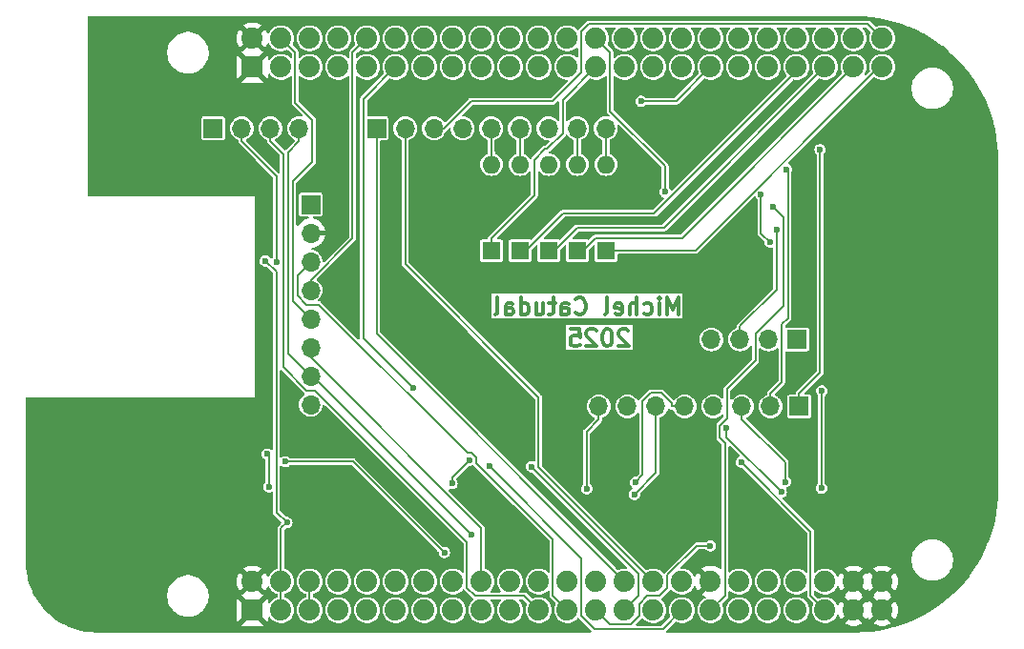
<source format=gbl>
G04 #@! TF.GenerationSoftware,KiCad,Pcbnew,8.0.6*
G04 #@! TF.CreationDate,2025-01-05T20:35:50-05:00*
G04 #@! TF.ProjectId,Beagle-AI-64-CAN-Part2,42656167-6c65-42d4-9149-2d36342d4341,rev?*
G04 #@! TF.SameCoordinates,Original*
G04 #@! TF.FileFunction,Copper,L2,Bot*
G04 #@! TF.FilePolarity,Positive*
%FSLAX46Y46*%
G04 Gerber Fmt 4.6, Leading zero omitted, Abs format (unit mm)*
G04 Created by KiCad (PCBNEW 8.0.6) date 2025-01-05 20:35:50*
%MOMM*%
%LPD*%
G01*
G04 APERTURE LIST*
%ADD10C,0.300000*%
G04 #@! TA.AperFunction,NonConductor*
%ADD11C,0.300000*%
G04 #@! TD*
G04 #@! TA.AperFunction,ComponentPad*
%ADD12R,1.600000X1.600000*%
G04 #@! TD*
G04 #@! TA.AperFunction,ComponentPad*
%ADD13O,1.600000X1.600000*%
G04 #@! TD*
G04 #@! TA.AperFunction,ComponentPad*
%ADD14R,1.700000X1.700000*%
G04 #@! TD*
G04 #@! TA.AperFunction,ComponentPad*
%ADD15O,1.700000X1.700000*%
G04 #@! TD*
G04 #@! TA.AperFunction,ComponentPad*
%ADD16R,1.879600X1.879600*%
G04 #@! TD*
G04 #@! TA.AperFunction,ComponentPad*
%ADD17C,1.879600*%
G04 #@! TD*
G04 #@! TA.AperFunction,ViaPad*
%ADD18C,0.600000*%
G04 #@! TD*
G04 #@! TA.AperFunction,Conductor*
%ADD19C,0.200000*%
G04 #@! TD*
G04 APERTURE END LIST*
D10*
D11*
X158816917Y-105493685D02*
X158745489Y-105422257D01*
X158745489Y-105422257D02*
X158602632Y-105350828D01*
X158602632Y-105350828D02*
X158245489Y-105350828D01*
X158245489Y-105350828D02*
X158102632Y-105422257D01*
X158102632Y-105422257D02*
X158031203Y-105493685D01*
X158031203Y-105493685D02*
X157959774Y-105636542D01*
X157959774Y-105636542D02*
X157959774Y-105779400D01*
X157959774Y-105779400D02*
X158031203Y-105993685D01*
X158031203Y-105993685D02*
X158888346Y-106850828D01*
X158888346Y-106850828D02*
X157959774Y-106850828D01*
X157031203Y-105350828D02*
X156888346Y-105350828D01*
X156888346Y-105350828D02*
X156745489Y-105422257D01*
X156745489Y-105422257D02*
X156674061Y-105493685D01*
X156674061Y-105493685D02*
X156602632Y-105636542D01*
X156602632Y-105636542D02*
X156531203Y-105922257D01*
X156531203Y-105922257D02*
X156531203Y-106279400D01*
X156531203Y-106279400D02*
X156602632Y-106565114D01*
X156602632Y-106565114D02*
X156674061Y-106707971D01*
X156674061Y-106707971D02*
X156745489Y-106779400D01*
X156745489Y-106779400D02*
X156888346Y-106850828D01*
X156888346Y-106850828D02*
X157031203Y-106850828D01*
X157031203Y-106850828D02*
X157174061Y-106779400D01*
X157174061Y-106779400D02*
X157245489Y-106707971D01*
X157245489Y-106707971D02*
X157316918Y-106565114D01*
X157316918Y-106565114D02*
X157388346Y-106279400D01*
X157388346Y-106279400D02*
X157388346Y-105922257D01*
X157388346Y-105922257D02*
X157316918Y-105636542D01*
X157316918Y-105636542D02*
X157245489Y-105493685D01*
X157245489Y-105493685D02*
X157174061Y-105422257D01*
X157174061Y-105422257D02*
X157031203Y-105350828D01*
X155959775Y-105493685D02*
X155888347Y-105422257D01*
X155888347Y-105422257D02*
X155745490Y-105350828D01*
X155745490Y-105350828D02*
X155388347Y-105350828D01*
X155388347Y-105350828D02*
X155245490Y-105422257D01*
X155245490Y-105422257D02*
X155174061Y-105493685D01*
X155174061Y-105493685D02*
X155102632Y-105636542D01*
X155102632Y-105636542D02*
X155102632Y-105779400D01*
X155102632Y-105779400D02*
X155174061Y-105993685D01*
X155174061Y-105993685D02*
X156031204Y-106850828D01*
X156031204Y-106850828D02*
X155102632Y-106850828D01*
X153745490Y-105350828D02*
X154459776Y-105350828D01*
X154459776Y-105350828D02*
X154531204Y-106065114D01*
X154531204Y-106065114D02*
X154459776Y-105993685D01*
X154459776Y-105993685D02*
X154316919Y-105922257D01*
X154316919Y-105922257D02*
X153959776Y-105922257D01*
X153959776Y-105922257D02*
X153816919Y-105993685D01*
X153816919Y-105993685D02*
X153745490Y-106065114D01*
X153745490Y-106065114D02*
X153674061Y-106207971D01*
X153674061Y-106207971D02*
X153674061Y-106565114D01*
X153674061Y-106565114D02*
X153745490Y-106707971D01*
X153745490Y-106707971D02*
X153816919Y-106779400D01*
X153816919Y-106779400D02*
X153959776Y-106850828D01*
X153959776Y-106850828D02*
X154316919Y-106850828D01*
X154316919Y-106850828D02*
X154459776Y-106779400D01*
X154459776Y-106779400D02*
X154531204Y-106707971D01*
D10*
D11*
X163295489Y-104050828D02*
X163295489Y-102550828D01*
X163295489Y-102550828D02*
X162795489Y-103622257D01*
X162795489Y-103622257D02*
X162295489Y-102550828D01*
X162295489Y-102550828D02*
X162295489Y-104050828D01*
X161581203Y-104050828D02*
X161581203Y-103050828D01*
X161581203Y-102550828D02*
X161652631Y-102622257D01*
X161652631Y-102622257D02*
X161581203Y-102693685D01*
X161581203Y-102693685D02*
X161509774Y-102622257D01*
X161509774Y-102622257D02*
X161581203Y-102550828D01*
X161581203Y-102550828D02*
X161581203Y-102693685D01*
X160224060Y-103979400D02*
X160366917Y-104050828D01*
X160366917Y-104050828D02*
X160652631Y-104050828D01*
X160652631Y-104050828D02*
X160795488Y-103979400D01*
X160795488Y-103979400D02*
X160866917Y-103907971D01*
X160866917Y-103907971D02*
X160938345Y-103765114D01*
X160938345Y-103765114D02*
X160938345Y-103336542D01*
X160938345Y-103336542D02*
X160866917Y-103193685D01*
X160866917Y-103193685D02*
X160795488Y-103122257D01*
X160795488Y-103122257D02*
X160652631Y-103050828D01*
X160652631Y-103050828D02*
X160366917Y-103050828D01*
X160366917Y-103050828D02*
X160224060Y-103122257D01*
X159581203Y-104050828D02*
X159581203Y-102550828D01*
X158938346Y-104050828D02*
X158938346Y-103265114D01*
X158938346Y-103265114D02*
X159009774Y-103122257D01*
X159009774Y-103122257D02*
X159152631Y-103050828D01*
X159152631Y-103050828D02*
X159366917Y-103050828D01*
X159366917Y-103050828D02*
X159509774Y-103122257D01*
X159509774Y-103122257D02*
X159581203Y-103193685D01*
X157652631Y-103979400D02*
X157795488Y-104050828D01*
X157795488Y-104050828D02*
X158081203Y-104050828D01*
X158081203Y-104050828D02*
X158224060Y-103979400D01*
X158224060Y-103979400D02*
X158295488Y-103836542D01*
X158295488Y-103836542D02*
X158295488Y-103265114D01*
X158295488Y-103265114D02*
X158224060Y-103122257D01*
X158224060Y-103122257D02*
X158081203Y-103050828D01*
X158081203Y-103050828D02*
X157795488Y-103050828D01*
X157795488Y-103050828D02*
X157652631Y-103122257D01*
X157652631Y-103122257D02*
X157581203Y-103265114D01*
X157581203Y-103265114D02*
X157581203Y-103407971D01*
X157581203Y-103407971D02*
X158295488Y-103550828D01*
X156724060Y-104050828D02*
X156866917Y-103979400D01*
X156866917Y-103979400D02*
X156938346Y-103836542D01*
X156938346Y-103836542D02*
X156938346Y-102550828D01*
X154152632Y-103907971D02*
X154224060Y-103979400D01*
X154224060Y-103979400D02*
X154438346Y-104050828D01*
X154438346Y-104050828D02*
X154581203Y-104050828D01*
X154581203Y-104050828D02*
X154795489Y-103979400D01*
X154795489Y-103979400D02*
X154938346Y-103836542D01*
X154938346Y-103836542D02*
X155009775Y-103693685D01*
X155009775Y-103693685D02*
X155081203Y-103407971D01*
X155081203Y-103407971D02*
X155081203Y-103193685D01*
X155081203Y-103193685D02*
X155009775Y-102907971D01*
X155009775Y-102907971D02*
X154938346Y-102765114D01*
X154938346Y-102765114D02*
X154795489Y-102622257D01*
X154795489Y-102622257D02*
X154581203Y-102550828D01*
X154581203Y-102550828D02*
X154438346Y-102550828D01*
X154438346Y-102550828D02*
X154224060Y-102622257D01*
X154224060Y-102622257D02*
X154152632Y-102693685D01*
X152866918Y-104050828D02*
X152866918Y-103265114D01*
X152866918Y-103265114D02*
X152938346Y-103122257D01*
X152938346Y-103122257D02*
X153081203Y-103050828D01*
X153081203Y-103050828D02*
X153366918Y-103050828D01*
X153366918Y-103050828D02*
X153509775Y-103122257D01*
X152866918Y-103979400D02*
X153009775Y-104050828D01*
X153009775Y-104050828D02*
X153366918Y-104050828D01*
X153366918Y-104050828D02*
X153509775Y-103979400D01*
X153509775Y-103979400D02*
X153581203Y-103836542D01*
X153581203Y-103836542D02*
X153581203Y-103693685D01*
X153581203Y-103693685D02*
X153509775Y-103550828D01*
X153509775Y-103550828D02*
X153366918Y-103479400D01*
X153366918Y-103479400D02*
X153009775Y-103479400D01*
X153009775Y-103479400D02*
X152866918Y-103407971D01*
X152366917Y-103050828D02*
X151795489Y-103050828D01*
X152152632Y-102550828D02*
X152152632Y-103836542D01*
X152152632Y-103836542D02*
X152081203Y-103979400D01*
X152081203Y-103979400D02*
X151938346Y-104050828D01*
X151938346Y-104050828D02*
X151795489Y-104050828D01*
X150652632Y-103050828D02*
X150652632Y-104050828D01*
X151295489Y-103050828D02*
X151295489Y-103836542D01*
X151295489Y-103836542D02*
X151224060Y-103979400D01*
X151224060Y-103979400D02*
X151081203Y-104050828D01*
X151081203Y-104050828D02*
X150866917Y-104050828D01*
X150866917Y-104050828D02*
X150724060Y-103979400D01*
X150724060Y-103979400D02*
X150652632Y-103907971D01*
X149295489Y-104050828D02*
X149295489Y-102550828D01*
X149295489Y-103979400D02*
X149438346Y-104050828D01*
X149438346Y-104050828D02*
X149724060Y-104050828D01*
X149724060Y-104050828D02*
X149866917Y-103979400D01*
X149866917Y-103979400D02*
X149938346Y-103907971D01*
X149938346Y-103907971D02*
X150009774Y-103765114D01*
X150009774Y-103765114D02*
X150009774Y-103336542D01*
X150009774Y-103336542D02*
X149938346Y-103193685D01*
X149938346Y-103193685D02*
X149866917Y-103122257D01*
X149866917Y-103122257D02*
X149724060Y-103050828D01*
X149724060Y-103050828D02*
X149438346Y-103050828D01*
X149438346Y-103050828D02*
X149295489Y-103122257D01*
X147938346Y-104050828D02*
X147938346Y-103265114D01*
X147938346Y-103265114D02*
X148009774Y-103122257D01*
X148009774Y-103122257D02*
X148152631Y-103050828D01*
X148152631Y-103050828D02*
X148438346Y-103050828D01*
X148438346Y-103050828D02*
X148581203Y-103122257D01*
X147938346Y-103979400D02*
X148081203Y-104050828D01*
X148081203Y-104050828D02*
X148438346Y-104050828D01*
X148438346Y-104050828D02*
X148581203Y-103979400D01*
X148581203Y-103979400D02*
X148652631Y-103836542D01*
X148652631Y-103836542D02*
X148652631Y-103693685D01*
X148652631Y-103693685D02*
X148581203Y-103550828D01*
X148581203Y-103550828D02*
X148438346Y-103479400D01*
X148438346Y-103479400D02*
X148081203Y-103479400D01*
X148081203Y-103479400D02*
X147938346Y-103407971D01*
X147009774Y-104050828D02*
X147152631Y-103979400D01*
X147152631Y-103979400D02*
X147224060Y-103836542D01*
X147224060Y-103836542D02*
X147224060Y-102550828D01*
D12*
X156850000Y-98350000D03*
D13*
X156850000Y-90730000D03*
D12*
X154310000Y-98350000D03*
D13*
X154310000Y-90730000D03*
D12*
X151770000Y-98350000D03*
D13*
X151770000Y-90730000D03*
D12*
X149230000Y-98350000D03*
D13*
X149230000Y-90730000D03*
D12*
X146690000Y-98350000D03*
D13*
X146690000Y-90730000D03*
D14*
X173820000Y-106250000D03*
D15*
X171280000Y-106250000D03*
X168740000Y-106250000D03*
X166200000Y-106250000D03*
D14*
X130650000Y-94270000D03*
D15*
X130650000Y-96810000D03*
X130650000Y-99350000D03*
X130650000Y-101890000D03*
X130650000Y-104430000D03*
X130650000Y-106970000D03*
X130650000Y-109510000D03*
X130650000Y-112050000D03*
D14*
X122000000Y-87500000D03*
D15*
X124540000Y-87500000D03*
X127080000Y-87500000D03*
X129620000Y-87500000D03*
D14*
X173990000Y-112200000D03*
D15*
X171450000Y-112200000D03*
X168910000Y-112200000D03*
X166370000Y-112200000D03*
X163830000Y-112200000D03*
X161290000Y-112200000D03*
X158750000Y-112200000D03*
X156210000Y-112200000D03*
D14*
X136500000Y-87500000D03*
D15*
X139040000Y-87500000D03*
X141580000Y-87500000D03*
X144120000Y-87500000D03*
X146660000Y-87500000D03*
X149200000Y-87500000D03*
X151740000Y-87500000D03*
X154280000Y-87500000D03*
X156820000Y-87500000D03*
D16*
X125476000Y-82042000D03*
D17*
X125476000Y-79502000D03*
X128016000Y-82042000D03*
X128016000Y-79502000D03*
X130556000Y-82042000D03*
X130556000Y-79502000D03*
X133096000Y-82042000D03*
X133096000Y-79502000D03*
X135636000Y-82042000D03*
X135636000Y-79502000D03*
X138176000Y-82042000D03*
X138176000Y-79502000D03*
X140716000Y-82042000D03*
X140716000Y-79502000D03*
X143256000Y-82042000D03*
X143256000Y-79502000D03*
X145796000Y-82042000D03*
X145796000Y-79502000D03*
X148336000Y-82042000D03*
X148336000Y-79502000D03*
X150876000Y-82042000D03*
X150876000Y-79502000D03*
X153416000Y-82042000D03*
X153416000Y-79502000D03*
X155956000Y-82042000D03*
X155956000Y-79502000D03*
X158496000Y-82042000D03*
X158496000Y-79502000D03*
X161036000Y-82042000D03*
X161036000Y-79502000D03*
X163576000Y-82042000D03*
X163576000Y-79502000D03*
X166116000Y-82042000D03*
X166116000Y-79502000D03*
X168656000Y-82042000D03*
X168656000Y-79502000D03*
X171196000Y-82042000D03*
X171196000Y-79502000D03*
X173736000Y-82042000D03*
X173736000Y-79502000D03*
X176276000Y-82042000D03*
X176276000Y-79502000D03*
X178816000Y-82042000D03*
X178816000Y-79502000D03*
X181356000Y-82042000D03*
X181356000Y-79502000D03*
D16*
X125476000Y-130302000D03*
D17*
X125476000Y-127762000D03*
X128016000Y-130302000D03*
X128016000Y-127762000D03*
X130556000Y-130302000D03*
X130556000Y-127762000D03*
X133096000Y-130302000D03*
X133096000Y-127762000D03*
X135636000Y-130302000D03*
X135636000Y-127762000D03*
X138176000Y-130302000D03*
X138176000Y-127762000D03*
X140716000Y-130302000D03*
X140716000Y-127762000D03*
X143256000Y-130302000D03*
X143256000Y-127762000D03*
X145796000Y-130302000D03*
X145796000Y-127762000D03*
X148336000Y-130302000D03*
X148336000Y-127762000D03*
X150876000Y-130302000D03*
X150876000Y-127762000D03*
X153416000Y-130302000D03*
X153416000Y-127762000D03*
X155956000Y-130302000D03*
X155956000Y-127762000D03*
X158496000Y-130302000D03*
X158496000Y-127762000D03*
X161036000Y-130302000D03*
X161036000Y-127762000D03*
X163576000Y-130302000D03*
X163576000Y-127762000D03*
X166116000Y-130302000D03*
X166116000Y-127762000D03*
X168656000Y-130302000D03*
X168656000Y-127762000D03*
X171196000Y-130302000D03*
X171196000Y-127762000D03*
X173736000Y-130302000D03*
X173736000Y-127762000D03*
X176276000Y-130302000D03*
X176276000Y-127762000D03*
X178816000Y-130302000D03*
X178816000Y-127762000D03*
X181356000Y-130302000D03*
X181356000Y-127762000D03*
D18*
X126954000Y-119326500D03*
X126811500Y-116442100D03*
X171992500Y-96484800D03*
X144721900Y-116992100D03*
X143189700Y-119051300D03*
X155133600Y-119516400D03*
X172849600Y-91150000D03*
X172749900Y-118902900D03*
X175841600Y-89392200D03*
X167542400Y-114156600D03*
X172395800Y-119813400D03*
X159375200Y-120006400D03*
X159445900Y-118950700D03*
X168842700Y-117153300D03*
X171704200Y-94492700D03*
X162091200Y-93135500D03*
X150247000Y-117561300D03*
X139702400Y-110539200D03*
X142506000Y-125197000D03*
X128404000Y-117117200D03*
X127623700Y-99370000D03*
X159945800Y-85087600D03*
X146485000Y-117510800D03*
X166115100Y-124606000D03*
X144906000Y-123572100D03*
X170604000Y-93386500D03*
X171387500Y-97600200D03*
X128527700Y-122532500D03*
X175962300Y-119465300D03*
X175985500Y-110830500D03*
X126641800Y-99283400D03*
D19*
X178816000Y-82042000D02*
X163612900Y-97245100D01*
X163612900Y-97245100D02*
X155915500Y-97245100D01*
X155915500Y-97245100D02*
X154810600Y-98350000D01*
X154810600Y-98350000D02*
X154310000Y-98350000D01*
X176276000Y-82042000D02*
X161975600Y-96342400D01*
X161975600Y-96342400D02*
X154278200Y-96342400D01*
X154278200Y-96342400D02*
X152270600Y-98350000D01*
X152270600Y-98350000D02*
X151770000Y-98350000D01*
X149230000Y-98350000D02*
X149730600Y-98350000D01*
X149730600Y-98350000D02*
X153045700Y-95034900D01*
X153045700Y-95034900D02*
X161121900Y-95034900D01*
X161121900Y-95034900D02*
X173736000Y-82420800D01*
X173736000Y-82420800D02*
X173736000Y-82042000D01*
X181356000Y-79502000D02*
X180081500Y-78227500D01*
X155362200Y-78227500D02*
X154660700Y-78929000D01*
X154660700Y-78929000D02*
X154660700Y-82560000D01*
X180081500Y-78227500D02*
X155362200Y-78227500D01*
X152126100Y-85094600D02*
X144871000Y-85094600D01*
X154660700Y-82560000D02*
X152126100Y-85094600D01*
X144871000Y-85094600D02*
X142465600Y-87500000D01*
X142465600Y-87500000D02*
X141580000Y-87500000D01*
X130650000Y-106970000D02*
X130650000Y-107855700D01*
X130650000Y-107855700D02*
X145796000Y-123001700D01*
X145796000Y-123001700D02*
X145796000Y-127762000D01*
X135636000Y-79502000D02*
X134366000Y-80772000D01*
X134366000Y-80772000D02*
X134366000Y-97288300D01*
X134366000Y-97288300D02*
X130650000Y-101004300D01*
X130650000Y-101004300D02*
X130650000Y-101890000D01*
X126954000Y-116584600D02*
X126811500Y-116442100D01*
X126954000Y-119326500D02*
X126954000Y-116584600D01*
X168740000Y-106250000D02*
X168740000Y-105095100D01*
X171992400Y-96484800D02*
X171992500Y-96484800D01*
X171992400Y-101842700D02*
X171992400Y-96484800D01*
X168740000Y-105095100D02*
X171992400Y-101842700D01*
X143189700Y-118524300D02*
X144721900Y-116992100D01*
X143189700Y-119051300D02*
X143189700Y-118524300D01*
X155133600Y-114431300D02*
X155133600Y-119516400D01*
X156210000Y-113354900D02*
X155133600Y-114431300D01*
X156210000Y-112200000D02*
X156210000Y-113354900D01*
X173006000Y-91306400D02*
X172849600Y-91150000D01*
X173006000Y-104342300D02*
X173006000Y-91306400D01*
X172434900Y-104913400D02*
X173006000Y-104342300D01*
X172434900Y-110060200D02*
X172434900Y-104913400D01*
X171450000Y-111045100D02*
X172434900Y-110060200D01*
X171450000Y-112200000D02*
X171450000Y-111045100D01*
X168910000Y-112200000D02*
X168910000Y-113354900D01*
X172749900Y-117194800D02*
X172749900Y-118902900D01*
X168910000Y-113354900D02*
X172749900Y-117194800D01*
X175841600Y-109193500D02*
X175841600Y-89392200D01*
X173990000Y-111045100D02*
X175841600Y-109193500D01*
X173990000Y-112200000D02*
X173990000Y-111045100D01*
X167542400Y-114960000D02*
X172395800Y-119813400D01*
X167542400Y-114156600D02*
X167542400Y-114960000D01*
X161290000Y-118091600D02*
X159375200Y-120006400D01*
X161290000Y-112200000D02*
X161290000Y-118091600D01*
X160102400Y-118294200D02*
X159445900Y-118950700D01*
X160102400Y-111722800D02*
X160102400Y-118294200D01*
X160819400Y-111005800D02*
X160102400Y-111722800D01*
X161769600Y-111005800D02*
X160819400Y-111005800D01*
X162675100Y-111911300D02*
X161769600Y-111005800D01*
X162675100Y-112200000D02*
X162675100Y-111911300D01*
X163830000Y-112200000D02*
X162675100Y-112200000D01*
X128233400Y-89808300D02*
X127080000Y-88654900D01*
X128233400Y-108730200D02*
X128233400Y-89808300D01*
X130283200Y-110780000D02*
X128233400Y-108730200D01*
X131013300Y-110780000D02*
X130283200Y-110780000D01*
X144526100Y-124292800D02*
X131013300Y-110780000D01*
X144526100Y-128297700D02*
X144526100Y-124292800D01*
X145260400Y-129032000D02*
X144526100Y-128297700D01*
X149606000Y-129032000D02*
X145260400Y-129032000D01*
X150876000Y-130302000D02*
X149606000Y-129032000D01*
X127080000Y-87500000D02*
X127080000Y-88654900D01*
X175006000Y-123316600D02*
X168842700Y-117153300D01*
X175006000Y-129032000D02*
X175006000Y-123316600D01*
X176276000Y-130302000D02*
X175006000Y-129032000D01*
X139040000Y-99570800D02*
X139040000Y-87500000D01*
X150851900Y-111382700D02*
X139040000Y-99570800D01*
X150851900Y-117577900D02*
X150851900Y-111382700D01*
X161036000Y-127762000D02*
X150851900Y-117577900D01*
X172597400Y-95385900D02*
X171704200Y-94492700D01*
X172597400Y-103299300D02*
X172597400Y-95385900D01*
X170125100Y-105771600D02*
X172597400Y-103299300D01*
X170125100Y-108081500D02*
X170125100Y-105771600D01*
X167586600Y-110620000D02*
X170125100Y-108081500D01*
X167586600Y-113257000D02*
X167586600Y-110620000D01*
X166937500Y-113906100D02*
X167586600Y-113257000D01*
X166937500Y-114998000D02*
X166937500Y-113906100D01*
X167411100Y-115471600D02*
X166937500Y-114998000D01*
X167411100Y-129006900D02*
X167411100Y-115471600D01*
X166116000Y-130302000D02*
X167411100Y-129006900D01*
X136500000Y-105766000D02*
X136500000Y-87500000D01*
X158496000Y-127762000D02*
X136500000Y-105766000D01*
X162091200Y-90836400D02*
X162091200Y-93135500D01*
X157226000Y-85971200D02*
X162091200Y-90836400D01*
X157226000Y-80772000D02*
X157226000Y-85971200D01*
X155956000Y-79502000D02*
X157226000Y-80772000D01*
X159766000Y-127080300D02*
X150247000Y-117561300D01*
X159766000Y-129032000D02*
X159766000Y-127080300D01*
X158496000Y-130302000D02*
X159766000Y-129032000D01*
X135345100Y-106181900D02*
X139702400Y-110539200D01*
X135345100Y-84872900D02*
X135345100Y-106181900D01*
X138176000Y-82042000D02*
X135345100Y-84872900D01*
X129059200Y-102839200D02*
X130650000Y-104430000D01*
X129059200Y-92202900D02*
X129059200Y-102839200D01*
X130796500Y-90465600D02*
X129059200Y-92202900D01*
X130796500Y-86731300D02*
X130796500Y-90465600D01*
X129286000Y-85220800D02*
X130796500Y-86731300D01*
X129286000Y-80772000D02*
X129286000Y-85220800D01*
X128016000Y-79502000D02*
X129286000Y-80772000D01*
X134426200Y-117117200D02*
X128404000Y-117117200D01*
X142506000Y-125197000D02*
X134426200Y-117117200D01*
X129464400Y-100535600D02*
X130650000Y-99350000D01*
X129464400Y-102347300D02*
X129464400Y-100535600D01*
X130277100Y-103160000D02*
X129464400Y-102347300D01*
X131372400Y-103160000D02*
X130277100Y-103160000D01*
X144547400Y-116335000D02*
X131372400Y-103160000D01*
X144928300Y-116335000D02*
X144547400Y-116335000D01*
X145326800Y-116733500D02*
X144928300Y-116335000D01*
X145326800Y-117207900D02*
X145326800Y-116733500D01*
X152146000Y-124027100D02*
X145326800Y-117207900D01*
X152146000Y-129032000D02*
X152146000Y-124027100D01*
X153416000Y-130302000D02*
X152146000Y-129032000D01*
X124540000Y-87500000D02*
X124540000Y-88654900D01*
X127623700Y-91738600D02*
X127623700Y-99370000D01*
X124540000Y-88654900D02*
X127623700Y-91738600D01*
X163070400Y-85087600D02*
X159945800Y-85087600D01*
X166116000Y-82042000D02*
X163070400Y-85087600D01*
X161890600Y-131987400D02*
X163576000Y-130302000D01*
X155839200Y-131987400D02*
X161890600Y-131987400D01*
X154661900Y-130810100D02*
X155839200Y-131987400D01*
X154661900Y-125687700D02*
X154661900Y-130810100D01*
X146485000Y-117510800D02*
X154661900Y-125687700D01*
X164885800Y-124606000D02*
X166115100Y-124606000D01*
X162306000Y-127185800D02*
X164885800Y-124606000D01*
X162306000Y-128297600D02*
X162306000Y-127185800D01*
X161571600Y-129032000D02*
X162306000Y-128297600D01*
X160513200Y-129032000D02*
X161571600Y-129032000D01*
X159791300Y-129753900D02*
X160513200Y-129032000D01*
X159791300Y-130818300D02*
X159791300Y-129753900D01*
X159053900Y-131555700D02*
X159791300Y-130818300D01*
X157209700Y-131555700D02*
X159053900Y-131555700D01*
X155956000Y-130302000D02*
X157209700Y-131555700D01*
X129620000Y-87500000D02*
X129620000Y-88654900D01*
X130843900Y-109510000D02*
X144906000Y-123572100D01*
X130650000Y-109510000D02*
X130843900Y-109510000D01*
X128642800Y-89632100D02*
X129620000Y-88654900D01*
X128642800Y-107502800D02*
X128642800Y-89632100D01*
X130650000Y-109510000D02*
X128642800Y-107502800D01*
X156850000Y-88684900D02*
X156850000Y-90730000D01*
X156820000Y-88654900D02*
X156850000Y-88684900D01*
X156820000Y-87500000D02*
X156820000Y-88654900D01*
X156850000Y-98350000D02*
X157954900Y-98350000D01*
X164785100Y-98350000D02*
X157954900Y-98350000D01*
X181093100Y-82042000D02*
X164785100Y-98350000D01*
X181356000Y-82042000D02*
X181093100Y-82042000D01*
X154310000Y-88684900D02*
X154310000Y-90730000D01*
X154280000Y-88654900D02*
X154310000Y-88684900D01*
X154280000Y-87500000D02*
X154280000Y-88654900D01*
X149230000Y-88684900D02*
X149230000Y-90730000D01*
X149200000Y-88654900D02*
X149230000Y-88684900D01*
X149200000Y-87500000D02*
X149200000Y-88654900D01*
X146660000Y-89605100D02*
X146690000Y-89635100D01*
X146660000Y-87500000D02*
X146660000Y-89605100D01*
X146690000Y-90740000D02*
X146690000Y-89635100D01*
X150500000Y-93435100D02*
X146690000Y-97245100D01*
X150500000Y-90300900D02*
X150500000Y-93435100D01*
X151469000Y-89331900D02*
X150500000Y-90300900D01*
X151607600Y-89331900D02*
X151469000Y-89331900D01*
X153010000Y-87929500D02*
X151607600Y-89331900D01*
X153010000Y-84988000D02*
X153010000Y-87929500D01*
X155956000Y-82042000D02*
X153010000Y-84988000D01*
X146690000Y-98350000D02*
X146690000Y-97245100D01*
X130556000Y-127762000D02*
X130556000Y-130302000D01*
X170604000Y-96816700D02*
X171387500Y-97600200D01*
X170604000Y-93386500D02*
X170604000Y-96816700D01*
X175962300Y-110853700D02*
X175985500Y-110830500D01*
X175962300Y-119465300D02*
X175962300Y-110853700D01*
X127607700Y-100249300D02*
X126641800Y-99283400D01*
X127607700Y-121612500D02*
X127607700Y-100249300D01*
X128527700Y-122532500D02*
X127607700Y-121612500D01*
X128016000Y-123044200D02*
X128016000Y-127762000D01*
X128527700Y-122532500D02*
X128016000Y-123044200D01*
X128016000Y-127762000D02*
X128016000Y-130302000D01*
G04 #@! TA.AperFunction,Conductor*
G36*
X178982681Y-77525561D02*
G01*
X179669623Y-77549505D01*
X179674992Y-77549837D01*
X180358714Y-77610854D01*
X180364088Y-77611480D01*
X181043470Y-77709419D01*
X181048837Y-77710341D01*
X181721915Y-77844916D01*
X181727217Y-77846126D01*
X182392017Y-78016942D01*
X182397214Y-78018428D01*
X183051830Y-78224997D01*
X183056955Y-78226769D01*
X183426638Y-78365848D01*
X183699383Y-78468458D01*
X183704429Y-78470514D01*
X183787737Y-78507119D01*
X184332834Y-78746631D01*
X184337745Y-78748950D01*
X184537441Y-78849928D01*
X184950283Y-79058685D01*
X184955076Y-79061274D01*
X185014528Y-79095498D01*
X185549943Y-79403713D01*
X185554568Y-79406545D01*
X186025933Y-79713013D01*
X186130036Y-79780698D01*
X186134522Y-79783791D01*
X186688865Y-80188531D01*
X186693176Y-80191861D01*
X187224823Y-80626042D01*
X187228925Y-80629583D01*
X187517420Y-80892471D01*
X187736257Y-81091885D01*
X187740184Y-81095662D01*
X187832283Y-81189201D01*
X188094204Y-81455218D01*
X188221767Y-81584775D01*
X188225483Y-81588760D01*
X188679851Y-82103198D01*
X188683346Y-82107377D01*
X189109222Y-82645689D01*
X189112485Y-82650052D01*
X189508570Y-83210600D01*
X189511593Y-83215133D01*
X189876769Y-83796334D01*
X189879541Y-83801024D01*
X190212703Y-84401118D01*
X190215218Y-84405952D01*
X190515407Y-85023213D01*
X190517656Y-85028175D01*
X190783989Y-85660787D01*
X190785966Y-85665864D01*
X191017654Y-86311949D01*
X191019354Y-86317126D01*
X191215727Y-86974821D01*
X191217144Y-86980082D01*
X191377621Y-87647441D01*
X191378751Y-87652770D01*
X191502867Y-88327860D01*
X191503706Y-88333244D01*
X191591088Y-89014027D01*
X191591635Y-89019448D01*
X191642031Y-89703974D01*
X191642284Y-89709416D01*
X191655574Y-90397033D01*
X191655590Y-90399751D01*
X191655424Y-90421303D01*
X191655600Y-90422439D01*
X191655600Y-119607241D01*
X191655563Y-119609965D01*
X191637085Y-120292059D01*
X191636790Y-120297499D01*
X191581523Y-120976236D01*
X191580934Y-120981653D01*
X191489002Y-121656396D01*
X191488121Y-121661773D01*
X191359787Y-122330579D01*
X191358615Y-122335899D01*
X191194273Y-122996736D01*
X191192816Y-123001986D01*
X190992929Y-123652982D01*
X190991189Y-123658146D01*
X190756351Y-124297366D01*
X190754336Y-124302422D01*
X190485238Y-124927989D01*
X190482960Y-124932913D01*
X190180381Y-125543006D01*
X190177829Y-125547819D01*
X189842679Y-126140611D01*
X189839870Y-126145280D01*
X189473104Y-126719079D01*
X189470046Y-126723588D01*
X189072777Y-127276659D01*
X189069480Y-127280997D01*
X188642827Y-127811775D01*
X188639300Y-127815927D01*
X188184552Y-128322815D01*
X188180805Y-128326771D01*
X187699271Y-128808305D01*
X187695315Y-128812052D01*
X187188427Y-129266800D01*
X187184275Y-129270327D01*
X186653497Y-129696980D01*
X186649159Y-129700277D01*
X186096088Y-130097546D01*
X186091579Y-130100604D01*
X185517780Y-130467370D01*
X185513111Y-130470179D01*
X184920319Y-130805329D01*
X184915506Y-130807881D01*
X184305413Y-131110460D01*
X184300489Y-131112738D01*
X183723538Y-131360924D01*
X183674927Y-131381835D01*
X183669866Y-131383851D01*
X183030646Y-131618689D01*
X183025482Y-131620429D01*
X182374486Y-131820316D01*
X182369236Y-131821773D01*
X181708399Y-131986115D01*
X181703079Y-131987287D01*
X181034273Y-132115621D01*
X181028896Y-132116502D01*
X180354153Y-132208434D01*
X180348736Y-132209023D01*
X179669999Y-132264290D01*
X179664559Y-132264585D01*
X178982466Y-132283063D01*
X178979742Y-132283100D01*
X162267267Y-132283100D01*
X162208136Y-132263887D01*
X162171591Y-132213587D01*
X162171591Y-132151413D01*
X162196132Y-132111365D01*
X162345018Y-131962479D01*
X162955329Y-131352166D01*
X163010725Y-131323942D01*
X163062803Y-131329496D01*
X163064111Y-131330003D01*
X163064115Y-131330005D01*
X163261726Y-131406560D01*
X163312850Y-131416116D01*
X163470037Y-131445500D01*
X163470039Y-131445500D01*
X163681962Y-131445500D01*
X163760555Y-131430808D01*
X163890274Y-131406560D01*
X164087885Y-131330005D01*
X164268065Y-131218442D01*
X164424677Y-131075671D01*
X164424677Y-131075670D01*
X164424680Y-131075668D01*
X164530512Y-130935524D01*
X164552389Y-130906554D01*
X164646850Y-130716850D01*
X164704845Y-130513018D01*
X164724399Y-130302000D01*
X164704845Y-130090982D01*
X164646850Y-129887150D01*
X164646848Y-129887146D01*
X164646846Y-129887141D01*
X164600019Y-129793101D01*
X164552389Y-129697446D01*
X164552386Y-129697442D01*
X164552385Y-129697440D01*
X164424680Y-129528331D01*
X164268070Y-129385562D01*
X164268065Y-129385558D01*
X164087885Y-129273995D01*
X164087881Y-129273993D01*
X163890272Y-129197439D01*
X163890267Y-129197438D01*
X163681963Y-129158500D01*
X163681961Y-129158500D01*
X163470039Y-129158500D01*
X163470037Y-129158500D01*
X163261732Y-129197438D01*
X163261727Y-129197439D01*
X163064118Y-129273993D01*
X163064114Y-129273995D01*
X162883934Y-129385558D01*
X162883929Y-129385562D01*
X162727319Y-129528331D01*
X162599614Y-129697440D01*
X162599608Y-129697451D01*
X162505153Y-129887141D01*
X162505150Y-129887147D01*
X162447154Y-130090985D01*
X162447154Y-130090986D01*
X162427601Y-130302000D01*
X162447154Y-130513013D01*
X162447154Y-130513014D01*
X162505150Y-130716852D01*
X162505151Y-130716853D01*
X162548179Y-130803264D01*
X162557338Y-130864760D01*
X162529261Y-130919241D01*
X161794268Y-131654235D01*
X161738870Y-131682461D01*
X161723133Y-131683700D01*
X159598267Y-131683700D01*
X159539136Y-131664487D01*
X159502591Y-131614187D01*
X159502591Y-131552013D01*
X159527132Y-131511965D01*
X159742334Y-131296763D01*
X160009246Y-131029850D01*
X160064642Y-131001626D01*
X160126050Y-131011352D01*
X160160656Y-131040358D01*
X160187323Y-131075671D01*
X160187325Y-131075673D01*
X160187326Y-131075674D01*
X160343929Y-131218437D01*
X160343933Y-131218440D01*
X160343935Y-131218442D01*
X160524115Y-131330005D01*
X160721726Y-131406560D01*
X160772850Y-131416116D01*
X160930037Y-131445500D01*
X160930039Y-131445500D01*
X161141962Y-131445500D01*
X161220555Y-131430808D01*
X161350274Y-131406560D01*
X161547885Y-131330005D01*
X161728065Y-131218442D01*
X161884677Y-131075671D01*
X161884677Y-131075670D01*
X161884680Y-131075668D01*
X161990512Y-130935524D01*
X162012389Y-130906554D01*
X162106850Y-130716850D01*
X162164845Y-130513018D01*
X162184399Y-130302000D01*
X162164845Y-130090982D01*
X162106850Y-129887150D01*
X162106848Y-129887146D01*
X162106846Y-129887141D01*
X162060019Y-129793101D01*
X162012389Y-129697446D01*
X162012386Y-129697442D01*
X162012385Y-129697440D01*
X161884680Y-129528331D01*
X161763801Y-129418135D01*
X161733046Y-129364100D01*
X161739926Y-129302308D01*
X161760437Y-129272659D01*
X162492473Y-128540622D01*
X162492476Y-128540621D01*
X162546664Y-128486432D01*
X162602060Y-128458208D01*
X162663468Y-128467934D01*
X162698076Y-128496942D01*
X162727321Y-128535668D01*
X162727324Y-128535672D01*
X162727325Y-128535673D01*
X162883929Y-128678437D01*
X162883933Y-128678440D01*
X162883935Y-128678442D01*
X163064115Y-128790005D01*
X163261726Y-128866560D01*
X163272297Y-128868536D01*
X163470037Y-128905500D01*
X163470039Y-128905500D01*
X163681962Y-128905500D01*
X163760555Y-128890808D01*
X163890274Y-128866560D01*
X164087885Y-128790005D01*
X164268065Y-128678442D01*
X164424677Y-128535671D01*
X164424677Y-128535670D01*
X164424680Y-128535668D01*
X164552385Y-128366559D01*
X164552384Y-128366559D01*
X164552389Y-128366554D01*
X164618285Y-128234215D01*
X164661839Y-128189850D01*
X164723155Y-128179556D01*
X164778811Y-128207269D01*
X164800464Y-128238648D01*
X164883873Y-128428800D01*
X164979739Y-128575534D01*
X165633019Y-127922254D01*
X165642619Y-127958081D01*
X165709498Y-128073920D01*
X165804080Y-128168502D01*
X165919919Y-128235381D01*
X165955741Y-128244979D01*
X165302572Y-128898149D01*
X165349735Y-128934858D01*
X165349739Y-128934861D01*
X165553230Y-129044984D01*
X165553234Y-129044986D01*
X165633074Y-129072395D01*
X165682763Y-129109766D01*
X165700996Y-129169207D01*
X165680809Y-129228012D01*
X165636752Y-129261350D01*
X165604124Y-129273990D01*
X165604114Y-129273995D01*
X165423934Y-129385558D01*
X165423929Y-129385562D01*
X165267319Y-129528331D01*
X165139614Y-129697440D01*
X165139608Y-129697451D01*
X165045153Y-129887141D01*
X165045150Y-129887147D01*
X164987154Y-130090985D01*
X164987154Y-130090986D01*
X164967601Y-130302000D01*
X164987154Y-130513013D01*
X164987154Y-130513014D01*
X165045150Y-130716852D01*
X165045153Y-130716858D01*
X165139608Y-130906548D01*
X165139614Y-130906559D01*
X165267319Y-131075668D01*
X165423929Y-131218437D01*
X165423933Y-131218440D01*
X165423935Y-131218442D01*
X165604115Y-131330005D01*
X165801726Y-131406560D01*
X165852850Y-131416116D01*
X166010037Y-131445500D01*
X166010039Y-131445500D01*
X166221962Y-131445500D01*
X166300555Y-131430808D01*
X166430274Y-131406560D01*
X166627885Y-131330005D01*
X166808065Y-131218442D01*
X166964677Y-131075671D01*
X166964677Y-131075670D01*
X166964680Y-131075668D01*
X167070512Y-130935524D01*
X167092389Y-130906554D01*
X167186850Y-130716850D01*
X167244845Y-130513018D01*
X167264399Y-130302000D01*
X167507601Y-130302000D01*
X167527154Y-130513013D01*
X167527154Y-130513014D01*
X167585150Y-130716852D01*
X167585153Y-130716858D01*
X167679608Y-130906548D01*
X167679614Y-130906559D01*
X167807319Y-131075668D01*
X167963929Y-131218437D01*
X167963933Y-131218440D01*
X167963935Y-131218442D01*
X168144115Y-131330005D01*
X168341726Y-131406560D01*
X168392850Y-131416116D01*
X168550037Y-131445500D01*
X168550039Y-131445500D01*
X168761962Y-131445500D01*
X168840555Y-131430808D01*
X168970274Y-131406560D01*
X169167885Y-131330005D01*
X169348065Y-131218442D01*
X169504677Y-131075671D01*
X169504677Y-131075670D01*
X169504680Y-131075668D01*
X169610512Y-130935524D01*
X169632389Y-130906554D01*
X169726850Y-130716850D01*
X169784845Y-130513018D01*
X169804399Y-130302000D01*
X170047601Y-130302000D01*
X170067154Y-130513013D01*
X170067154Y-130513014D01*
X170125150Y-130716852D01*
X170125153Y-130716858D01*
X170219608Y-130906548D01*
X170219614Y-130906559D01*
X170347319Y-131075668D01*
X170503929Y-131218437D01*
X170503933Y-131218440D01*
X170503935Y-131218442D01*
X170684115Y-131330005D01*
X170881726Y-131406560D01*
X170932850Y-131416116D01*
X171090037Y-131445500D01*
X171090039Y-131445500D01*
X171301962Y-131445500D01*
X171380555Y-131430808D01*
X171510274Y-131406560D01*
X171707885Y-131330005D01*
X171888065Y-131218442D01*
X172044677Y-131075671D01*
X172044677Y-131075670D01*
X172044680Y-131075668D01*
X172150512Y-130935524D01*
X172172389Y-130906554D01*
X172266850Y-130716850D01*
X172324845Y-130513018D01*
X172344399Y-130302000D01*
X172587601Y-130302000D01*
X172607154Y-130513013D01*
X172607154Y-130513014D01*
X172665150Y-130716852D01*
X172665153Y-130716858D01*
X172759608Y-130906548D01*
X172759614Y-130906559D01*
X172887319Y-131075668D01*
X173043929Y-131218437D01*
X173043933Y-131218440D01*
X173043935Y-131218442D01*
X173224115Y-131330005D01*
X173421726Y-131406560D01*
X173472850Y-131416116D01*
X173630037Y-131445500D01*
X173630039Y-131445500D01*
X173841962Y-131445500D01*
X173920555Y-131430808D01*
X174050274Y-131406560D01*
X174247885Y-131330005D01*
X174428065Y-131218442D01*
X174584677Y-131075671D01*
X174584677Y-131075670D01*
X174584680Y-131075668D01*
X174690512Y-130935524D01*
X174712389Y-130906554D01*
X174806850Y-130716850D01*
X174864845Y-130513018D01*
X174884399Y-130302000D01*
X174864845Y-130090982D01*
X174806850Y-129887150D01*
X174806848Y-129887146D01*
X174806846Y-129887141D01*
X174760019Y-129793101D01*
X174712389Y-129697446D01*
X174712386Y-129697442D01*
X174712385Y-129697440D01*
X174584680Y-129528331D01*
X174428070Y-129385562D01*
X174428065Y-129385558D01*
X174247885Y-129273995D01*
X174247881Y-129273993D01*
X174050272Y-129197439D01*
X174050267Y-129197438D01*
X173841963Y-129158500D01*
X173841961Y-129158500D01*
X173630039Y-129158500D01*
X173630037Y-129158500D01*
X173421732Y-129197438D01*
X173421727Y-129197439D01*
X173224118Y-129273993D01*
X173224114Y-129273995D01*
X173043934Y-129385558D01*
X173043929Y-129385562D01*
X172887319Y-129528331D01*
X172759614Y-129697440D01*
X172759608Y-129697451D01*
X172665153Y-129887141D01*
X172665150Y-129887147D01*
X172607154Y-130090985D01*
X172607154Y-130090986D01*
X172587601Y-130302000D01*
X172344399Y-130302000D01*
X172324845Y-130090982D01*
X172266850Y-129887150D01*
X172266848Y-129887146D01*
X172266846Y-129887141D01*
X172220019Y-129793101D01*
X172172389Y-129697446D01*
X172172386Y-129697442D01*
X172172385Y-129697440D01*
X172044680Y-129528331D01*
X171888070Y-129385562D01*
X171888065Y-129385558D01*
X171707885Y-129273995D01*
X171707881Y-129273993D01*
X171510272Y-129197439D01*
X171510267Y-129197438D01*
X171301963Y-129158500D01*
X171301961Y-129158500D01*
X171090039Y-129158500D01*
X171090037Y-129158500D01*
X170881732Y-129197438D01*
X170881727Y-129197439D01*
X170684118Y-129273993D01*
X170684114Y-129273995D01*
X170503934Y-129385558D01*
X170503929Y-129385562D01*
X170347319Y-129528331D01*
X170219614Y-129697440D01*
X170219608Y-129697451D01*
X170125153Y-129887141D01*
X170125150Y-129887147D01*
X170067154Y-130090985D01*
X170067154Y-130090986D01*
X170047601Y-130302000D01*
X169804399Y-130302000D01*
X169784845Y-130090982D01*
X169726850Y-129887150D01*
X169726848Y-129887146D01*
X169726846Y-129887141D01*
X169680019Y-129793101D01*
X169632389Y-129697446D01*
X169632386Y-129697442D01*
X169632385Y-129697440D01*
X169504680Y-129528331D01*
X169348070Y-129385562D01*
X169348065Y-129385558D01*
X169167885Y-129273995D01*
X169167881Y-129273993D01*
X168970272Y-129197439D01*
X168970267Y-129197438D01*
X168761963Y-129158500D01*
X168761961Y-129158500D01*
X168550039Y-129158500D01*
X168550037Y-129158500D01*
X168341732Y-129197438D01*
X168341727Y-129197439D01*
X168144118Y-129273993D01*
X168144114Y-129273995D01*
X167963934Y-129385558D01*
X167963929Y-129385562D01*
X167807319Y-129528331D01*
X167679614Y-129697440D01*
X167679608Y-129697451D01*
X167585153Y-129887141D01*
X167585150Y-129887147D01*
X167527154Y-130090985D01*
X167527154Y-130090986D01*
X167507601Y-130302000D01*
X167264399Y-130302000D01*
X167244845Y-130090982D01*
X167186850Y-129887150D01*
X167166693Y-129846670D01*
X167143820Y-129800734D01*
X167134661Y-129739238D01*
X167162736Y-129684759D01*
X167654121Y-129193376D01*
X167694104Y-129124124D01*
X167694104Y-129124121D01*
X167694106Y-129124119D01*
X167708075Y-129071981D01*
X167714800Y-129046883D01*
X167714800Y-128966917D01*
X167714800Y-128679162D01*
X167734013Y-128620031D01*
X167784313Y-128583486D01*
X167846487Y-128583486D01*
X167883172Y-128604817D01*
X167885996Y-128607391D01*
X167963929Y-128678438D01*
X167963933Y-128678440D01*
X167963935Y-128678442D01*
X168144115Y-128790005D01*
X168341726Y-128866560D01*
X168352297Y-128868536D01*
X168550037Y-128905500D01*
X168550039Y-128905500D01*
X168761962Y-128905500D01*
X168840555Y-128890808D01*
X168970274Y-128866560D01*
X169167885Y-128790005D01*
X169348065Y-128678442D01*
X169504677Y-128535671D01*
X169504677Y-128535670D01*
X169504680Y-128535668D01*
X169632385Y-128366559D01*
X169632389Y-128366554D01*
X169726850Y-128176850D01*
X169784845Y-127973018D01*
X169804399Y-127762000D01*
X170047601Y-127762000D01*
X170067154Y-127973013D01*
X170067154Y-127973014D01*
X170125150Y-128176852D01*
X170125153Y-128176858D01*
X170219608Y-128366548D01*
X170219614Y-128366559D01*
X170347319Y-128535668D01*
X170503929Y-128678437D01*
X170503933Y-128678440D01*
X170503935Y-128678442D01*
X170684115Y-128790005D01*
X170881726Y-128866560D01*
X170892297Y-128868536D01*
X171090037Y-128905500D01*
X171090039Y-128905500D01*
X171301962Y-128905500D01*
X171380555Y-128890808D01*
X171510274Y-128866560D01*
X171707885Y-128790005D01*
X171888065Y-128678442D01*
X172044677Y-128535671D01*
X172044677Y-128535670D01*
X172044680Y-128535668D01*
X172172385Y-128366559D01*
X172172389Y-128366554D01*
X172266850Y-128176850D01*
X172324845Y-127973018D01*
X172344399Y-127762000D01*
X172324845Y-127550982D01*
X172266850Y-127347150D01*
X172265502Y-127344443D01*
X172220019Y-127253101D01*
X172172389Y-127157446D01*
X172172386Y-127157442D01*
X172172385Y-127157440D01*
X172044680Y-126988331D01*
X171888070Y-126845562D01*
X171888065Y-126845558D01*
X171707885Y-126733995D01*
X171707881Y-126733993D01*
X171510272Y-126657439D01*
X171510267Y-126657438D01*
X171301963Y-126618500D01*
X171301961Y-126618500D01*
X171090039Y-126618500D01*
X171090037Y-126618500D01*
X170881732Y-126657438D01*
X170881727Y-126657439D01*
X170684118Y-126733993D01*
X170684114Y-126733995D01*
X170503934Y-126845558D01*
X170503929Y-126845562D01*
X170347319Y-126988331D01*
X170219614Y-127157440D01*
X170219608Y-127157451D01*
X170125153Y-127347141D01*
X170125150Y-127347147D01*
X170067154Y-127550985D01*
X170067154Y-127550986D01*
X170047601Y-127762000D01*
X169804399Y-127762000D01*
X169784845Y-127550982D01*
X169726850Y-127347150D01*
X169725502Y-127344443D01*
X169680019Y-127253101D01*
X169632389Y-127157446D01*
X169632386Y-127157442D01*
X169632385Y-127157440D01*
X169504680Y-126988331D01*
X169348070Y-126845562D01*
X169348065Y-126845558D01*
X169167885Y-126733995D01*
X169167881Y-126733993D01*
X168970272Y-126657439D01*
X168970267Y-126657438D01*
X168761963Y-126618500D01*
X168761961Y-126618500D01*
X168550039Y-126618500D01*
X168550037Y-126618500D01*
X168341732Y-126657438D01*
X168341727Y-126657439D01*
X168144118Y-126733993D01*
X168144114Y-126733995D01*
X167963934Y-126845558D01*
X167963929Y-126845562D01*
X167883174Y-126919181D01*
X167826532Y-126944819D01*
X167765638Y-126932267D01*
X167723751Y-126886320D01*
X167714800Y-126844837D01*
X167714800Y-115804767D01*
X167734013Y-115745636D01*
X167784313Y-115709091D01*
X167846487Y-115709091D01*
X167886535Y-115733632D01*
X168675296Y-116522393D01*
X168703522Y-116577791D01*
X168693796Y-116639199D01*
X168649832Y-116683163D01*
X168632511Y-116690051D01*
X168631307Y-116690404D01*
X168631303Y-116690406D01*
X168509458Y-116768711D01*
X168509454Y-116768714D01*
X168414601Y-116878181D01*
X168379207Y-116955685D01*
X168354433Y-117009932D01*
X168333820Y-117153300D01*
X168354433Y-117296668D01*
X168372843Y-117336980D01*
X168414601Y-117428418D01*
X168414602Y-117428419D01*
X168414603Y-117428421D01*
X168509454Y-117537886D01*
X168631304Y-117616194D01*
X168770279Y-117657000D01*
X168770280Y-117657000D01*
X168875233Y-117657000D01*
X168934364Y-117676213D01*
X168946368Y-117686465D01*
X174672835Y-123412931D01*
X174701061Y-123468329D01*
X174702300Y-123484066D01*
X174702300Y-126867718D01*
X174683087Y-126926849D01*
X174632787Y-126963394D01*
X174570613Y-126963394D01*
X174533926Y-126942062D01*
X174428070Y-126845562D01*
X174428065Y-126845558D01*
X174247885Y-126733995D01*
X174247881Y-126733993D01*
X174050272Y-126657439D01*
X174050267Y-126657438D01*
X173841963Y-126618500D01*
X173841961Y-126618500D01*
X173630039Y-126618500D01*
X173630037Y-126618500D01*
X173421732Y-126657438D01*
X173421727Y-126657439D01*
X173224118Y-126733993D01*
X173224114Y-126733995D01*
X173043934Y-126845558D01*
X173043929Y-126845562D01*
X172887319Y-126988331D01*
X172759614Y-127157440D01*
X172759608Y-127157451D01*
X172665153Y-127347141D01*
X172665150Y-127347147D01*
X172607154Y-127550985D01*
X172607154Y-127550986D01*
X172587601Y-127762000D01*
X172607154Y-127973013D01*
X172607154Y-127973014D01*
X172665150Y-128176852D01*
X172665153Y-128176858D01*
X172759608Y-128366548D01*
X172759614Y-128366559D01*
X172887319Y-128535668D01*
X173043929Y-128678437D01*
X173043933Y-128678440D01*
X173043935Y-128678442D01*
X173224115Y-128790005D01*
X173421726Y-128866560D01*
X173432297Y-128868536D01*
X173630037Y-128905500D01*
X173630039Y-128905500D01*
X173841962Y-128905500D01*
X173920555Y-128890808D01*
X174050274Y-128866560D01*
X174247885Y-128790005D01*
X174428065Y-128678442D01*
X174533926Y-128581937D01*
X174590568Y-128556299D01*
X174651462Y-128568850D01*
X174693349Y-128614798D01*
X174702300Y-128656281D01*
X174702300Y-129071981D01*
X174702301Y-129071989D01*
X174722993Y-129149219D01*
X174722996Y-129149225D01*
X174762977Y-129218474D01*
X174762978Y-129218475D01*
X174762979Y-129218476D01*
X175015675Y-129471172D01*
X175229261Y-129684757D01*
X175257487Y-129740155D01*
X175248180Y-129800732D01*
X175205150Y-129887149D01*
X175147154Y-130090985D01*
X175147154Y-130090986D01*
X175127601Y-130302000D01*
X175147154Y-130513013D01*
X175147154Y-130513014D01*
X175205150Y-130716852D01*
X175205153Y-130716858D01*
X175299608Y-130906548D01*
X175299614Y-130906559D01*
X175427319Y-131075668D01*
X175583929Y-131218437D01*
X175583933Y-131218440D01*
X175583935Y-131218442D01*
X175764115Y-131330005D01*
X175961726Y-131406560D01*
X176012850Y-131416116D01*
X176170037Y-131445500D01*
X176170039Y-131445500D01*
X176381962Y-131445500D01*
X176460555Y-131430808D01*
X176590274Y-131406560D01*
X176787885Y-131330005D01*
X176968065Y-131218442D01*
X177124677Y-131075671D01*
X177124677Y-131075670D01*
X177124680Y-131075668D01*
X177230512Y-130935524D01*
X177252389Y-130906554D01*
X177318285Y-130774215D01*
X177361839Y-130729850D01*
X177423155Y-130719556D01*
X177478811Y-130747269D01*
X177500464Y-130778648D01*
X177583873Y-130968800D01*
X177679739Y-131115534D01*
X178333019Y-130462254D01*
X178342619Y-130498081D01*
X178409498Y-130613920D01*
X178504080Y-130708502D01*
X178619919Y-130775381D01*
X178655743Y-130784980D01*
X178002573Y-131438149D01*
X178049735Y-131474858D01*
X178049739Y-131474861D01*
X178253230Y-131584984D01*
X178253234Y-131584986D01*
X178472077Y-131660114D01*
X178700302Y-131698199D01*
X178700312Y-131698200D01*
X178931688Y-131698200D01*
X178931697Y-131698199D01*
X179159921Y-131660114D01*
X179159923Y-131660114D01*
X179378765Y-131584986D01*
X179378769Y-131584984D01*
X179582266Y-131474857D01*
X179629425Y-131438149D01*
X178976256Y-130784980D01*
X179012081Y-130775381D01*
X179127920Y-130708502D01*
X179222502Y-130613920D01*
X179289381Y-130498081D01*
X179298980Y-130462256D01*
X179952258Y-131115534D01*
X180001780Y-131039737D01*
X180050207Y-131000743D01*
X180112304Y-130997660D01*
X180164354Y-131031666D01*
X180170218Y-131039737D01*
X180219739Y-131115534D01*
X180873019Y-130462254D01*
X180882619Y-130498081D01*
X180949498Y-130613920D01*
X181044080Y-130708502D01*
X181159919Y-130775381D01*
X181195743Y-130784980D01*
X180542573Y-131438149D01*
X180589735Y-131474858D01*
X180589739Y-131474861D01*
X180793230Y-131584984D01*
X180793234Y-131584986D01*
X181012077Y-131660114D01*
X181240302Y-131698199D01*
X181240312Y-131698200D01*
X181471688Y-131698200D01*
X181471697Y-131698199D01*
X181699921Y-131660114D01*
X181699923Y-131660114D01*
X181918765Y-131584986D01*
X181918769Y-131584984D01*
X182122266Y-131474857D01*
X182169425Y-131438149D01*
X181516256Y-130784980D01*
X181552081Y-130775381D01*
X181667920Y-130708502D01*
X181762502Y-130613920D01*
X181829381Y-130498081D01*
X181838980Y-130462256D01*
X182492258Y-131115534D01*
X182588126Y-130968802D01*
X182681075Y-130756899D01*
X182737878Y-130532588D01*
X182756985Y-130302004D01*
X182756985Y-130301995D01*
X182737878Y-130071411D01*
X182681075Y-129847100D01*
X182588126Y-129635199D01*
X182492259Y-129488463D01*
X181838979Y-130141742D01*
X181829381Y-130105919D01*
X181762502Y-129990080D01*
X181667920Y-129895498D01*
X181552081Y-129828619D01*
X181516254Y-129819019D01*
X182169425Y-129165849D01*
X182169425Y-129165848D01*
X182122272Y-129129146D01*
X182122260Y-129129138D01*
X182106249Y-129120473D01*
X182063390Y-129075432D01*
X182055191Y-129013801D01*
X182084783Y-128959121D01*
X182106253Y-128943523D01*
X182122266Y-128934857D01*
X182169425Y-128898149D01*
X181516256Y-128244980D01*
X181552081Y-128235381D01*
X181667920Y-128168502D01*
X181762502Y-128073920D01*
X181829381Y-127958081D01*
X181838980Y-127922256D01*
X182492258Y-128575534D01*
X182588126Y-128428802D01*
X182681075Y-128216899D01*
X182737878Y-127992588D01*
X182756985Y-127762004D01*
X182756985Y-127761995D01*
X182737878Y-127531411D01*
X182681075Y-127307100D01*
X182588126Y-127095199D01*
X182492259Y-126948463D01*
X181838979Y-127601742D01*
X181829381Y-127565919D01*
X181762502Y-127450080D01*
X181667920Y-127355498D01*
X181552081Y-127288619D01*
X181516254Y-127279019D01*
X182169425Y-126625849D01*
X182169425Y-126625848D01*
X182122272Y-126589146D01*
X182122260Y-126589138D01*
X181918769Y-126479015D01*
X181918765Y-126479013D01*
X181699922Y-126403885D01*
X181471697Y-126365800D01*
X181240302Y-126365800D01*
X181012078Y-126403885D01*
X181012076Y-126403885D01*
X180793234Y-126479013D01*
X180793230Y-126479015D01*
X180589741Y-126589137D01*
X180542573Y-126625849D01*
X181195743Y-127279019D01*
X181159919Y-127288619D01*
X181044080Y-127355498D01*
X180949498Y-127450080D01*
X180882619Y-127565919D01*
X180873019Y-127601743D01*
X180219740Y-126948464D01*
X180170219Y-127024262D01*
X180121793Y-127063256D01*
X180059695Y-127066339D01*
X180007645Y-127032333D01*
X180001781Y-127024262D01*
X179952259Y-126948463D01*
X179298979Y-127601742D01*
X179289381Y-127565919D01*
X179222502Y-127450080D01*
X179127920Y-127355498D01*
X179012081Y-127288619D01*
X178976254Y-127279019D01*
X179629425Y-126625849D01*
X179629425Y-126625848D01*
X179582272Y-126589146D01*
X179582260Y-126589138D01*
X179378769Y-126479015D01*
X179378765Y-126479013D01*
X179159922Y-126403885D01*
X178931697Y-126365800D01*
X178700302Y-126365800D01*
X178472078Y-126403885D01*
X178472076Y-126403885D01*
X178253234Y-126479013D01*
X178253230Y-126479015D01*
X178049741Y-126589137D01*
X178002573Y-126625849D01*
X178655743Y-127279019D01*
X178619919Y-127288619D01*
X178504080Y-127355498D01*
X178409498Y-127450080D01*
X178342619Y-127565919D01*
X178333019Y-127601743D01*
X177679740Y-126948464D01*
X177583871Y-127095202D01*
X177500464Y-127285351D01*
X177459116Y-127331784D01*
X177398373Y-127345045D01*
X177341435Y-127320070D01*
X177318284Y-127289782D01*
X177252389Y-127157446D01*
X177252386Y-127157442D01*
X177252385Y-127157440D01*
X177124680Y-126988331D01*
X176968070Y-126845562D01*
X176968065Y-126845558D01*
X176787885Y-126733995D01*
X176787881Y-126733993D01*
X176590272Y-126657439D01*
X176590267Y-126657438D01*
X176381963Y-126618500D01*
X176381961Y-126618500D01*
X176170039Y-126618500D01*
X176170037Y-126618500D01*
X175961732Y-126657438D01*
X175961727Y-126657439D01*
X175764118Y-126733993D01*
X175764114Y-126733995D01*
X175583934Y-126845558D01*
X175583929Y-126845562D01*
X175478074Y-126942062D01*
X175421432Y-126967700D01*
X175360537Y-126955148D01*
X175318651Y-126909201D01*
X175309700Y-126867718D01*
X175309700Y-125736528D01*
X183963000Y-125736528D01*
X183963000Y-125977471D01*
X183994445Y-126216330D01*
X183994446Y-126216339D01*
X184056807Y-126449073D01*
X184056808Y-126449075D01*
X184149010Y-126671670D01*
X184269476Y-126880324D01*
X184412209Y-127066339D01*
X184416153Y-127071478D01*
X184586522Y-127241847D01*
X184766580Y-127380010D01*
X184777675Y-127388523D01*
X184986329Y-127508989D01*
X185208924Y-127601191D01*
X185208926Y-127601192D01*
X185241257Y-127609855D01*
X185441655Y-127663552D01*
X185441657Y-127663552D01*
X185441660Y-127663553D01*
X185441669Y-127663554D01*
X185680529Y-127695000D01*
X185680531Y-127695000D01*
X185921471Y-127695000D01*
X186160330Y-127663554D01*
X186160339Y-127663553D01*
X186160340Y-127663552D01*
X186160345Y-127663552D01*
X186393073Y-127601192D01*
X186615671Y-127508989D01*
X186824329Y-127388520D01*
X187015478Y-127241847D01*
X187185847Y-127071478D01*
X187332520Y-126880329D01*
X187452989Y-126671671D01*
X187545192Y-126449073D01*
X187607552Y-126216345D01*
X187607554Y-126216330D01*
X187639000Y-125977471D01*
X187639000Y-125736528D01*
X187607554Y-125497669D01*
X187607553Y-125497660D01*
X187545192Y-125264926D01*
X187545191Y-125264924D01*
X187452989Y-125042329D01*
X187332523Y-124833675D01*
X187185847Y-124642522D01*
X187015477Y-124472152D01*
X186824324Y-124325476D01*
X186615670Y-124205010D01*
X186393075Y-124112808D01*
X186393073Y-124112807D01*
X186160339Y-124050446D01*
X186160330Y-124050445D01*
X185921471Y-124019000D01*
X185921469Y-124019000D01*
X185680531Y-124019000D01*
X185680529Y-124019000D01*
X185441669Y-124050445D01*
X185441660Y-124050446D01*
X185208926Y-124112807D01*
X185208924Y-124112808D01*
X184986329Y-124205010D01*
X184777675Y-124325476D01*
X184586522Y-124472152D01*
X184416152Y-124642522D01*
X184269476Y-124833675D01*
X184149010Y-125042329D01*
X184056808Y-125264924D01*
X184056807Y-125264926D01*
X183994446Y-125497660D01*
X183994445Y-125497669D01*
X183963000Y-125736528D01*
X175309700Y-125736528D01*
X175309700Y-123276618D01*
X175309698Y-123276610D01*
X175289006Y-123199380D01*
X175289003Y-123199374D01*
X175249022Y-123130125D01*
X175188968Y-123070071D01*
X175188957Y-123070061D01*
X172563202Y-120444306D01*
X172534976Y-120388908D01*
X172544702Y-120327500D01*
X172588666Y-120283536D01*
X172605994Y-120276646D01*
X172607196Y-120276294D01*
X172729046Y-120197986D01*
X172823897Y-120088521D01*
X172884067Y-119956768D01*
X172904680Y-119813400D01*
X172884067Y-119670032D01*
X172823897Y-119538279D01*
X172823896Y-119538278D01*
X172820908Y-119531734D01*
X172822681Y-119530923D01*
X172809304Y-119480040D01*
X172815042Y-119465300D01*
X175453420Y-119465300D01*
X175474033Y-119608668D01*
X175480037Y-119621814D01*
X175534201Y-119740418D01*
X175534202Y-119740419D01*
X175534203Y-119740421D01*
X175629054Y-119849886D01*
X175750904Y-119928194D01*
X175889879Y-119969000D01*
X175889880Y-119969000D01*
X176034720Y-119969000D01*
X176034721Y-119969000D01*
X176173696Y-119928194D01*
X176295546Y-119849886D01*
X176390397Y-119740421D01*
X176450567Y-119608668D01*
X176471180Y-119465300D01*
X176450567Y-119321932D01*
X176390397Y-119190179D01*
X176295546Y-119080714D01*
X176295544Y-119080712D01*
X176290834Y-119075277D01*
X176293395Y-119073057D01*
X176268609Y-119031932D01*
X176266000Y-119009170D01*
X176266000Y-111303915D01*
X176285213Y-111244784D01*
X176312214Y-111219283D01*
X176318746Y-111215086D01*
X176320840Y-111212670D01*
X176348731Y-111180480D01*
X176413597Y-111105621D01*
X176473767Y-110973868D01*
X176494380Y-110830500D01*
X176473767Y-110687132D01*
X176413597Y-110555379D01*
X176318746Y-110445914D01*
X176196896Y-110367606D01*
X176196894Y-110367605D01*
X176057921Y-110326800D01*
X175913079Y-110326800D01*
X175913078Y-110326800D01*
X175774105Y-110367605D01*
X175774103Y-110367606D01*
X175652258Y-110445911D01*
X175652254Y-110445914D01*
X175557401Y-110555381D01*
X175497233Y-110687132D01*
X175478227Y-110819326D01*
X175476620Y-110830500D01*
X175497233Y-110973868D01*
X175515841Y-111014613D01*
X175557402Y-111105620D01*
X175557403Y-111105621D01*
X175634028Y-111194052D01*
X175658231Y-111251321D01*
X175658600Y-111259930D01*
X175658600Y-119009170D01*
X175639387Y-119068301D01*
X175633331Y-119074900D01*
X175633766Y-119075277D01*
X175629055Y-119080712D01*
X175629054Y-119080714D01*
X175584776Y-119131814D01*
X175534201Y-119190181D01*
X175474033Y-119321932D01*
X175467727Y-119365795D01*
X175453420Y-119465300D01*
X172815042Y-119465300D01*
X172831858Y-119422101D01*
X172881397Y-119389253D01*
X172961296Y-119365794D01*
X173083146Y-119287486D01*
X173177997Y-119178021D01*
X173238167Y-119046268D01*
X173258780Y-118902900D01*
X173238167Y-118759532D01*
X173177997Y-118627779D01*
X173083146Y-118518314D01*
X173083144Y-118518312D01*
X173078434Y-118512877D01*
X173080995Y-118510657D01*
X173056209Y-118469532D01*
X173053600Y-118446770D01*
X173053600Y-117154818D01*
X173053598Y-117154810D01*
X173053193Y-117153300D01*
X173045936Y-117126214D01*
X173032906Y-117077580D01*
X173032903Y-117077574D01*
X172992922Y-117008325D01*
X169311793Y-113327196D01*
X169283567Y-113271798D01*
X169293293Y-113210390D01*
X169335506Y-113167340D01*
X169498230Y-113080362D01*
X169498231Y-113080360D01*
X169498237Y-113080358D01*
X169658683Y-112948683D01*
X169790358Y-112788237D01*
X169801748Y-112766929D01*
X169888201Y-112605186D01*
X169888204Y-112605179D01*
X169925264Y-112483006D01*
X169948453Y-112406561D01*
X169968798Y-112200000D01*
X169948453Y-111993439D01*
X169929700Y-111931617D01*
X169888204Y-111794820D01*
X169888201Y-111794813D01*
X169790362Y-111611769D01*
X169790357Y-111611762D01*
X169785114Y-111605374D01*
X169658683Y-111451317D01*
X169576686Y-111384024D01*
X169498237Y-111319642D01*
X169498230Y-111319637D01*
X169315186Y-111221798D01*
X169315179Y-111221795D01*
X169116566Y-111161548D01*
X169116563Y-111161547D01*
X169116561Y-111161547D01*
X168910000Y-111141202D01*
X168703439Y-111161547D01*
X168703437Y-111161547D01*
X168703433Y-111161548D01*
X168504820Y-111221795D01*
X168504813Y-111221798D01*
X168321769Y-111319637D01*
X168321762Y-111319642D01*
X168161317Y-111451316D01*
X168161316Y-111451317D01*
X168068665Y-111564213D01*
X168016300Y-111597734D01*
X167954234Y-111594073D01*
X167906173Y-111554630D01*
X167890300Y-111500393D01*
X167890300Y-110787465D01*
X167909513Y-110728334D01*
X167919759Y-110716336D01*
X170303293Y-108332801D01*
X170303297Y-108332799D01*
X170311574Y-108324521D01*
X170311576Y-108324521D01*
X170368121Y-108267976D01*
X170408104Y-108198724D01*
X170408104Y-108198721D01*
X170408106Y-108198719D01*
X170428798Y-108121489D01*
X170428800Y-108121481D01*
X170428800Y-107127250D01*
X170448013Y-107068119D01*
X170498313Y-107031574D01*
X170560487Y-107031574D01*
X170593217Y-107049483D01*
X170679219Y-107120063D01*
X170691763Y-107130358D01*
X170691769Y-107130362D01*
X170874813Y-107228201D01*
X170874820Y-107228204D01*
X171036458Y-107277235D01*
X171073439Y-107288453D01*
X171280000Y-107308798D01*
X171486561Y-107288453D01*
X171585872Y-107258327D01*
X171685179Y-107228204D01*
X171685186Y-107228201D01*
X171868230Y-107130362D01*
X171868231Y-107130360D01*
X171868237Y-107130358D01*
X171966781Y-107049484D01*
X172024677Y-107026825D01*
X172084837Y-107042523D01*
X172124280Y-107090584D01*
X172131200Y-107127250D01*
X172131200Y-109892733D01*
X172111987Y-109951864D01*
X172101735Y-109963868D01*
X171206979Y-110858624D01*
X171206977Y-110858625D01*
X171166996Y-110927874D01*
X171166993Y-110927880D01*
X171146301Y-111005110D01*
X171146300Y-111005118D01*
X171146300Y-111116402D01*
X171127087Y-111175533D01*
X171076787Y-111212078D01*
X171074904Y-111212670D01*
X171044816Y-111221797D01*
X171044813Y-111221798D01*
X170861769Y-111319637D01*
X170861762Y-111319642D01*
X170701317Y-111451316D01*
X170701316Y-111451317D01*
X170569642Y-111611762D01*
X170569637Y-111611769D01*
X170471798Y-111794813D01*
X170471795Y-111794820D01*
X170411548Y-111993433D01*
X170411547Y-111993437D01*
X170411547Y-111993439D01*
X170391202Y-112200000D01*
X170411547Y-112406561D01*
X170411547Y-112406563D01*
X170411548Y-112406566D01*
X170471795Y-112605179D01*
X170471798Y-112605186D01*
X170569637Y-112788230D01*
X170569642Y-112788237D01*
X170701316Y-112948682D01*
X170701317Y-112948683D01*
X170861762Y-113080357D01*
X170861769Y-113080362D01*
X171044813Y-113178201D01*
X171044820Y-113178204D01*
X171172773Y-113217017D01*
X171243439Y-113238453D01*
X171450000Y-113258798D01*
X171656561Y-113238453D01*
X171755872Y-113208327D01*
X171855179Y-113178204D01*
X171855186Y-113178201D01*
X172038230Y-113080362D01*
X172038231Y-113080360D01*
X172038237Y-113080358D01*
X172198683Y-112948683D01*
X172330358Y-112788237D01*
X172341748Y-112766929D01*
X172428201Y-112605186D01*
X172428204Y-112605179D01*
X172465264Y-112483006D01*
X172488453Y-112406561D01*
X172508798Y-112200000D01*
X172488453Y-111993439D01*
X172469700Y-111931617D01*
X172428204Y-111794820D01*
X172428201Y-111794813D01*
X172330362Y-111611769D01*
X172330357Y-111611762D01*
X172325114Y-111605374D01*
X172198683Y-111451317D01*
X172116686Y-111384024D01*
X172050780Y-111329936D01*
X172936300Y-111329936D01*
X172936300Y-113070064D01*
X172938348Y-113080358D01*
X172948118Y-113129479D01*
X172948119Y-113129480D01*
X172993140Y-113196860D01*
X173060520Y-113241881D01*
X173119936Y-113253700D01*
X173119937Y-113253700D01*
X174860063Y-113253700D01*
X174860064Y-113253700D01*
X174919480Y-113241881D01*
X174986860Y-113196860D01*
X175031881Y-113129480D01*
X175043700Y-113070064D01*
X175043700Y-111329936D01*
X175031881Y-111270520D01*
X174986860Y-111203140D01*
X174924612Y-111161548D01*
X174919479Y-111158118D01*
X174871882Y-111148650D01*
X174860064Y-111146300D01*
X174860063Y-111146300D01*
X174561167Y-111146300D01*
X174502036Y-111127087D01*
X174465491Y-111076787D01*
X174465491Y-111014613D01*
X174490032Y-110974565D01*
X176084621Y-109379976D01*
X176084622Y-109379974D01*
X176124603Y-109310725D01*
X176124604Y-109310724D01*
X176124604Y-109310721D01*
X176124606Y-109310719D01*
X176145298Y-109233489D01*
X176145300Y-109233481D01*
X176145300Y-89848329D01*
X176164513Y-89789198D01*
X176170575Y-89782605D01*
X176170134Y-89782223D01*
X176174843Y-89776787D01*
X176174846Y-89776786D01*
X176269697Y-89667321D01*
X176329867Y-89535568D01*
X176350480Y-89392200D01*
X176329867Y-89248832D01*
X176269697Y-89117079D01*
X176174846Y-89007614D01*
X176052996Y-88929306D01*
X176052994Y-88929305D01*
X175914021Y-88888500D01*
X175769179Y-88888500D01*
X175769178Y-88888500D01*
X175630205Y-88929305D01*
X175630203Y-88929306D01*
X175508358Y-89007611D01*
X175508354Y-89007614D01*
X175413501Y-89117081D01*
X175353333Y-89248832D01*
X175332720Y-89392199D01*
X175332720Y-89392200D01*
X175353333Y-89535567D01*
X175413501Y-89667318D01*
X175413502Y-89667319D01*
X175413503Y-89667321D01*
X175508354Y-89776786D01*
X175508355Y-89776787D01*
X175513066Y-89782223D01*
X175510477Y-89784466D01*
X175535241Y-89825354D01*
X175537900Y-89848329D01*
X175537900Y-109026033D01*
X175518687Y-109085164D01*
X175508435Y-109097168D01*
X173746979Y-110858624D01*
X173746977Y-110858625D01*
X173706996Y-110927874D01*
X173706993Y-110927880D01*
X173686301Y-111005110D01*
X173686300Y-111005118D01*
X173686300Y-111045700D01*
X173667087Y-111104831D01*
X173616787Y-111141376D01*
X173585700Y-111146300D01*
X173119936Y-111146300D01*
X173110078Y-111148260D01*
X173060520Y-111158118D01*
X172993140Y-111203140D01*
X172948118Y-111270520D01*
X172938348Y-111319639D01*
X172936300Y-111329936D01*
X172050780Y-111329936D01*
X172038237Y-111319642D01*
X172038233Y-111319639D01*
X171875505Y-111232659D01*
X171832413Y-111187841D01*
X171823895Y-111126253D01*
X171851791Y-111072805D01*
X172677921Y-110246676D01*
X172717904Y-110177424D01*
X172717904Y-110177421D01*
X172717906Y-110177419D01*
X172738598Y-110100189D01*
X172738600Y-110100181D01*
X172738600Y-107378581D01*
X172757813Y-107319450D01*
X172808113Y-107282905D01*
X172870287Y-107282905D01*
X172881298Y-107288246D01*
X172881364Y-107288089D01*
X172890518Y-107291880D01*
X172890520Y-107291881D01*
X172949936Y-107303700D01*
X172949937Y-107303700D01*
X174690063Y-107303700D01*
X174690064Y-107303700D01*
X174749480Y-107291881D01*
X174816860Y-107246860D01*
X174861881Y-107179480D01*
X174873700Y-107120064D01*
X174873700Y-105379936D01*
X174861881Y-105320520D01*
X174816860Y-105253140D01*
X174768603Y-105220896D01*
X174749479Y-105208118D01*
X174701882Y-105198650D01*
X174690064Y-105196300D01*
X172949936Y-105196300D01*
X172930130Y-105200239D01*
X172890518Y-105208119D01*
X172881364Y-105211911D01*
X172880261Y-105209248D01*
X172835234Y-105221940D01*
X172776906Y-105200411D01*
X172742372Y-105148709D01*
X172738600Y-105121418D01*
X172738600Y-105080865D01*
X172757813Y-105021734D01*
X172768059Y-105009736D01*
X173184193Y-104593601D01*
X173184197Y-104593599D01*
X173192474Y-104585321D01*
X173192476Y-104585321D01*
X173249021Y-104528776D01*
X173289004Y-104459524D01*
X173289004Y-104459521D01*
X173289006Y-104459519D01*
X173309698Y-104382289D01*
X173309700Y-104382281D01*
X173309700Y-91376928D01*
X173318792Y-91335136D01*
X173332217Y-91305739D01*
X173337867Y-91293368D01*
X173358480Y-91150000D01*
X173337867Y-91006632D01*
X173277697Y-90874879D01*
X173182846Y-90765414D01*
X173060996Y-90687106D01*
X173060995Y-90687105D01*
X173054943Y-90683216D01*
X173056693Y-90680491D01*
X173020972Y-90647651D01*
X173008675Y-90586705D01*
X173034551Y-90530171D01*
X173037452Y-90527144D01*
X179738067Y-83826528D01*
X183963000Y-83826528D01*
X183963000Y-84067471D01*
X183994445Y-84306330D01*
X183994446Y-84306339D01*
X184056807Y-84539073D01*
X184056808Y-84539075D01*
X184149010Y-84761670D01*
X184269476Y-84970324D01*
X184380973Y-85115631D01*
X184416153Y-85161478D01*
X184586522Y-85331847D01*
X184711525Y-85427765D01*
X184777675Y-85478523D01*
X184986329Y-85598989D01*
X185208924Y-85691191D01*
X185208926Y-85691192D01*
X185311542Y-85718688D01*
X185441655Y-85753552D01*
X185441657Y-85753552D01*
X185441660Y-85753553D01*
X185441669Y-85753554D01*
X185680529Y-85785000D01*
X185680531Y-85785000D01*
X185921471Y-85785000D01*
X186160330Y-85753554D01*
X186160339Y-85753553D01*
X186160340Y-85753552D01*
X186160345Y-85753552D01*
X186393073Y-85691192D01*
X186615671Y-85598989D01*
X186824329Y-85478520D01*
X187015478Y-85331847D01*
X187185847Y-85161478D01*
X187332520Y-84970329D01*
X187452989Y-84761671D01*
X187545192Y-84539073D01*
X187607552Y-84306345D01*
X187639000Y-84067469D01*
X187639000Y-83826531D01*
X187635327Y-83798634D01*
X187607554Y-83587669D01*
X187607553Y-83587660D01*
X187545192Y-83354926D01*
X187545191Y-83354924D01*
X187452989Y-83132329D01*
X187332523Y-82923675D01*
X187185847Y-82732522D01*
X187015477Y-82562152D01*
X186824324Y-82415476D01*
X186615670Y-82295010D01*
X186393075Y-82202808D01*
X186393073Y-82202807D01*
X186160339Y-82140446D01*
X186160330Y-82140445D01*
X185921471Y-82109000D01*
X185921469Y-82109000D01*
X185680531Y-82109000D01*
X185680529Y-82109000D01*
X185441669Y-82140445D01*
X185441660Y-82140446D01*
X185208926Y-82202807D01*
X185208924Y-82202808D01*
X184986329Y-82295010D01*
X184777675Y-82415476D01*
X184586522Y-82562152D01*
X184416152Y-82732522D01*
X184269476Y-82923675D01*
X184149010Y-83132329D01*
X184056808Y-83354924D01*
X184056807Y-83354926D01*
X183994446Y-83587660D01*
X183994445Y-83587669D01*
X183963000Y-83826528D01*
X179738067Y-83826528D01*
X180571906Y-82992689D01*
X180627302Y-82964465D01*
X180688710Y-82974191D01*
X180695987Y-82978287D01*
X180844115Y-83070005D01*
X181041726Y-83146560D01*
X181092850Y-83156116D01*
X181250037Y-83185500D01*
X181250039Y-83185500D01*
X181461962Y-83185500D01*
X181540555Y-83170808D01*
X181670274Y-83146560D01*
X181867885Y-83070005D01*
X182048065Y-82958442D01*
X182204677Y-82815671D01*
X182204677Y-82815670D01*
X182204680Y-82815668D01*
X182302524Y-82686100D01*
X182332389Y-82646554D01*
X182426850Y-82456850D01*
X182484845Y-82253018D01*
X182504399Y-82042000D01*
X182484845Y-81830982D01*
X182426850Y-81627150D01*
X182406714Y-81586712D01*
X182380019Y-81533101D01*
X182332389Y-81437446D01*
X182332386Y-81437442D01*
X182332385Y-81437440D01*
X182204680Y-81268331D01*
X182048070Y-81125562D01*
X182048065Y-81125558D01*
X181867885Y-81013995D01*
X181867881Y-81013993D01*
X181670272Y-80937439D01*
X181670267Y-80937438D01*
X181461963Y-80898500D01*
X181461961Y-80898500D01*
X181250039Y-80898500D01*
X181250037Y-80898500D01*
X181041732Y-80937438D01*
X181041727Y-80937439D01*
X180844118Y-81013993D01*
X180844114Y-81013995D01*
X180663934Y-81125558D01*
X180663929Y-81125562D01*
X180507319Y-81268331D01*
X180379614Y-81437440D01*
X180379608Y-81437451D01*
X180285153Y-81627141D01*
X180285150Y-81627147D01*
X180227154Y-81830985D01*
X180227154Y-81830986D01*
X180207601Y-82042000D01*
X180227154Y-82253013D01*
X180227154Y-82253014D01*
X180260909Y-82371652D01*
X180258611Y-82433784D01*
X180235284Y-82470317D01*
X179963996Y-82741605D01*
X179908598Y-82769831D01*
X179847190Y-82760105D01*
X179803226Y-82716141D01*
X179793500Y-82654733D01*
X179802806Y-82625632D01*
X179886850Y-82456850D01*
X179944845Y-82253018D01*
X179964399Y-82042000D01*
X179944845Y-81830982D01*
X179886850Y-81627150D01*
X179866714Y-81586712D01*
X179840019Y-81533101D01*
X179792389Y-81437446D01*
X179792386Y-81437442D01*
X179792385Y-81437440D01*
X179664680Y-81268331D01*
X179508070Y-81125562D01*
X179508065Y-81125558D01*
X179327885Y-81013995D01*
X179327881Y-81013993D01*
X179130272Y-80937439D01*
X179130267Y-80937438D01*
X178921963Y-80898500D01*
X178921961Y-80898500D01*
X178710039Y-80898500D01*
X178710037Y-80898500D01*
X178501732Y-80937438D01*
X178501727Y-80937439D01*
X178304118Y-81013993D01*
X178304114Y-81013995D01*
X178123934Y-81125558D01*
X178123929Y-81125562D01*
X177967319Y-81268331D01*
X177839614Y-81437440D01*
X177839608Y-81437451D01*
X177745153Y-81627141D01*
X177745150Y-81627147D01*
X177687154Y-81830985D01*
X177687154Y-81830986D01*
X177667601Y-82042000D01*
X177687154Y-82253013D01*
X177687154Y-82253014D01*
X177745150Y-82456852D01*
X177745151Y-82456854D01*
X177788179Y-82543267D01*
X177797337Y-82604763D01*
X177769260Y-82659242D01*
X163516568Y-96911935D01*
X163461170Y-96940161D01*
X163445433Y-96941400D01*
X155961661Y-96941400D01*
X155961645Y-96941399D01*
X155955484Y-96941399D01*
X155875517Y-96941399D01*
X155875514Y-96941399D01*
X155798275Y-96962096D01*
X155729021Y-97002081D01*
X155357861Y-97373240D01*
X155302463Y-97401466D01*
X155241054Y-97391740D01*
X155230836Y-97385751D01*
X155189481Y-97358119D01*
X155159772Y-97352209D01*
X155130064Y-97346300D01*
X155130063Y-97346300D01*
X153946666Y-97346300D01*
X153887535Y-97327087D01*
X153850990Y-97276787D01*
X153850990Y-97214613D01*
X153875531Y-97174565D01*
X154374531Y-96675565D01*
X154429929Y-96647339D01*
X154445666Y-96646100D01*
X162015582Y-96646100D01*
X162015583Y-96646100D01*
X162044375Y-96638385D01*
X162092819Y-96625406D01*
X162092821Y-96625404D01*
X162092824Y-96625404D01*
X162162076Y-96585421D01*
X175655329Y-83092166D01*
X175710725Y-83063942D01*
X175762803Y-83069496D01*
X175764111Y-83070003D01*
X175764115Y-83070005D01*
X175961726Y-83146560D01*
X176012850Y-83156116D01*
X176170037Y-83185500D01*
X176170039Y-83185500D01*
X176381962Y-83185500D01*
X176460555Y-83170808D01*
X176590274Y-83146560D01*
X176787885Y-83070005D01*
X176968065Y-82958442D01*
X177124677Y-82815671D01*
X177124677Y-82815670D01*
X177124680Y-82815668D01*
X177222524Y-82686100D01*
X177252389Y-82646554D01*
X177346850Y-82456850D01*
X177404845Y-82253018D01*
X177424399Y-82042000D01*
X177404845Y-81830982D01*
X177346850Y-81627150D01*
X177326714Y-81586712D01*
X177300019Y-81533101D01*
X177252389Y-81437446D01*
X177252386Y-81437442D01*
X177252385Y-81437440D01*
X177124680Y-81268331D01*
X176968070Y-81125562D01*
X176968065Y-81125558D01*
X176787885Y-81013995D01*
X176787881Y-81013993D01*
X176590272Y-80937439D01*
X176590267Y-80937438D01*
X176381963Y-80898500D01*
X176381961Y-80898500D01*
X176170039Y-80898500D01*
X176170037Y-80898500D01*
X175961732Y-80937438D01*
X175961727Y-80937439D01*
X175764118Y-81013993D01*
X175764114Y-81013995D01*
X175583934Y-81125558D01*
X175583929Y-81125562D01*
X175427319Y-81268331D01*
X175299614Y-81437440D01*
X175299608Y-81437451D01*
X175205153Y-81627141D01*
X175205150Y-81627147D01*
X175147154Y-81830985D01*
X175147154Y-81830986D01*
X175127601Y-82042000D01*
X175147154Y-82253013D01*
X175147154Y-82253014D01*
X175205150Y-82456852D01*
X175205151Y-82456853D01*
X175226188Y-82499101D01*
X175248179Y-82543264D01*
X175257338Y-82604759D01*
X175229261Y-82659240D01*
X161879268Y-96009235D01*
X161823870Y-96037461D01*
X161808133Y-96038700D01*
X154238217Y-96038700D01*
X154238216Y-96038700D01*
X154238210Y-96038701D01*
X154160980Y-96059393D01*
X154160974Y-96059396D01*
X154091725Y-96099377D01*
X154091724Y-96099379D01*
X154035177Y-96155926D01*
X152817861Y-97373240D01*
X152762463Y-97401466D01*
X152701054Y-97391740D01*
X152690836Y-97385751D01*
X152649481Y-97358119D01*
X152619772Y-97352209D01*
X152590064Y-97346300D01*
X152590063Y-97346300D01*
X151406667Y-97346300D01*
X151347536Y-97327087D01*
X151310991Y-97276787D01*
X151310991Y-97214613D01*
X151335532Y-97174565D01*
X153142031Y-95368065D01*
X153197429Y-95339839D01*
X153213166Y-95338600D01*
X161161882Y-95338600D01*
X161161883Y-95338600D01*
X161192554Y-95330382D01*
X161239119Y-95317906D01*
X161239121Y-95317904D01*
X161239124Y-95317904D01*
X161308376Y-95277921D01*
X173399405Y-83186889D01*
X173454801Y-83158665D01*
X173489019Y-83159138D01*
X173603806Y-83180596D01*
X173630038Y-83185500D01*
X173630039Y-83185500D01*
X173841962Y-83185500D01*
X173920555Y-83170808D01*
X174050274Y-83146560D01*
X174247885Y-83070005D01*
X174428065Y-82958442D01*
X174584677Y-82815671D01*
X174584677Y-82815670D01*
X174584680Y-82815668D01*
X174682524Y-82686100D01*
X174712389Y-82646554D01*
X174806850Y-82456850D01*
X174864845Y-82253018D01*
X174884399Y-82042000D01*
X174864845Y-81830982D01*
X174806850Y-81627150D01*
X174786714Y-81586712D01*
X174760019Y-81533101D01*
X174712389Y-81437446D01*
X174712386Y-81437442D01*
X174712385Y-81437440D01*
X174584680Y-81268331D01*
X174428070Y-81125562D01*
X174428065Y-81125558D01*
X174247885Y-81013995D01*
X174247881Y-81013993D01*
X174050272Y-80937439D01*
X174050267Y-80937438D01*
X173841963Y-80898500D01*
X173841961Y-80898500D01*
X173630039Y-80898500D01*
X173630037Y-80898500D01*
X173421732Y-80937438D01*
X173421727Y-80937439D01*
X173224118Y-81013993D01*
X173224114Y-81013995D01*
X173043934Y-81125558D01*
X173043929Y-81125562D01*
X172887319Y-81268331D01*
X172759614Y-81437440D01*
X172759608Y-81437451D01*
X172665153Y-81627141D01*
X172665150Y-81627147D01*
X172607154Y-81830985D01*
X172607154Y-81830986D01*
X172587601Y-82042000D01*
X172607154Y-82253013D01*
X172607154Y-82253014D01*
X172665150Y-82456852D01*
X172665153Y-82456858D01*
X172740443Y-82608059D01*
X172759611Y-82646554D01*
X172845026Y-82759661D01*
X172865329Y-82818426D01*
X172847212Y-82877903D01*
X172835881Y-82891421D01*
X162730735Y-92996566D01*
X162675337Y-93024792D01*
X162613929Y-93015066D01*
X162569965Y-92971102D01*
X162568091Y-92967222D01*
X162519298Y-92860381D01*
X162519297Y-92860380D01*
X162519297Y-92860379D01*
X162424446Y-92750914D01*
X162424444Y-92750912D01*
X162419734Y-92745477D01*
X162422295Y-92743257D01*
X162397509Y-92702132D01*
X162394900Y-92679370D01*
X162394900Y-90796418D01*
X162394898Y-90796410D01*
X162374206Y-90719180D01*
X162374203Y-90719174D01*
X162334222Y-90649925D01*
X157559165Y-85874868D01*
X157530939Y-85819470D01*
X157529700Y-85803733D01*
X157529700Y-85087600D01*
X159436920Y-85087600D01*
X159450322Y-85180817D01*
X159457533Y-85230967D01*
X159517701Y-85362718D01*
X159517702Y-85362719D01*
X159517703Y-85362721D01*
X159612554Y-85472186D01*
X159734404Y-85550494D01*
X159873379Y-85591300D01*
X159873380Y-85591300D01*
X160018220Y-85591300D01*
X160018221Y-85591300D01*
X160157196Y-85550494D01*
X160279046Y-85472186D01*
X160319048Y-85426020D01*
X160372290Y-85393914D01*
X160395076Y-85391300D01*
X163110382Y-85391300D01*
X163110383Y-85391300D01*
X163139175Y-85383585D01*
X163187619Y-85370606D01*
X163187621Y-85370604D01*
X163187624Y-85370604D01*
X163256876Y-85330621D01*
X165495329Y-83092166D01*
X165550725Y-83063942D01*
X165602803Y-83069496D01*
X165604111Y-83070003D01*
X165604115Y-83070005D01*
X165801726Y-83146560D01*
X165852850Y-83156116D01*
X166010037Y-83185500D01*
X166010039Y-83185500D01*
X166221962Y-83185500D01*
X166300555Y-83170808D01*
X166430274Y-83146560D01*
X166627885Y-83070005D01*
X166808065Y-82958442D01*
X166964677Y-82815671D01*
X166964677Y-82815670D01*
X166964680Y-82815668D01*
X167062524Y-82686100D01*
X167092389Y-82646554D01*
X167186850Y-82456850D01*
X167244845Y-82253018D01*
X167264399Y-82042000D01*
X167507601Y-82042000D01*
X167527154Y-82253013D01*
X167527154Y-82253014D01*
X167585150Y-82456852D01*
X167585153Y-82456858D01*
X167679608Y-82646548D01*
X167679614Y-82646559D01*
X167807319Y-82815668D01*
X167963929Y-82958437D01*
X167963933Y-82958440D01*
X167963935Y-82958442D01*
X168144115Y-83070005D01*
X168341726Y-83146560D01*
X168392850Y-83156116D01*
X168550037Y-83185500D01*
X168550039Y-83185500D01*
X168761962Y-83185500D01*
X168840555Y-83170808D01*
X168970274Y-83146560D01*
X169167885Y-83070005D01*
X169348065Y-82958442D01*
X169504677Y-82815671D01*
X169504677Y-82815670D01*
X169504680Y-82815668D01*
X169602524Y-82686100D01*
X169632389Y-82646554D01*
X169726850Y-82456850D01*
X169784845Y-82253018D01*
X169804399Y-82042000D01*
X170047601Y-82042000D01*
X170067154Y-82253013D01*
X170067154Y-82253014D01*
X170125150Y-82456852D01*
X170125153Y-82456858D01*
X170219608Y-82646548D01*
X170219614Y-82646559D01*
X170347319Y-82815668D01*
X170503929Y-82958437D01*
X170503933Y-82958440D01*
X170503935Y-82958442D01*
X170684115Y-83070005D01*
X170881726Y-83146560D01*
X170932850Y-83156116D01*
X171090037Y-83185500D01*
X171090039Y-83185500D01*
X171301962Y-83185500D01*
X171380555Y-83170808D01*
X171510274Y-83146560D01*
X171707885Y-83070005D01*
X171888065Y-82958442D01*
X172044677Y-82815671D01*
X172044677Y-82815670D01*
X172044680Y-82815668D01*
X172142524Y-82686100D01*
X172172389Y-82646554D01*
X172266850Y-82456850D01*
X172324845Y-82253018D01*
X172344399Y-82042000D01*
X172324845Y-81830982D01*
X172266850Y-81627150D01*
X172246714Y-81586712D01*
X172220019Y-81533101D01*
X172172389Y-81437446D01*
X172172386Y-81437442D01*
X172172385Y-81437440D01*
X172044680Y-81268331D01*
X171888070Y-81125562D01*
X171888065Y-81125558D01*
X171707885Y-81013995D01*
X171707881Y-81013993D01*
X171510272Y-80937439D01*
X171510267Y-80937438D01*
X171301963Y-80898500D01*
X171301961Y-80898500D01*
X171090039Y-80898500D01*
X171090037Y-80898500D01*
X170881732Y-80937438D01*
X170881727Y-80937439D01*
X170684118Y-81013993D01*
X170684114Y-81013995D01*
X170503934Y-81125558D01*
X170503929Y-81125562D01*
X170347319Y-81268331D01*
X170219614Y-81437440D01*
X170219608Y-81437451D01*
X170125153Y-81627141D01*
X170125150Y-81627147D01*
X170067154Y-81830985D01*
X170067154Y-81830986D01*
X170047601Y-82042000D01*
X169804399Y-82042000D01*
X169784845Y-81830982D01*
X169726850Y-81627150D01*
X169706714Y-81586712D01*
X169680019Y-81533101D01*
X169632389Y-81437446D01*
X169632386Y-81437442D01*
X169632385Y-81437440D01*
X169504680Y-81268331D01*
X169348070Y-81125562D01*
X169348065Y-81125558D01*
X169167885Y-81013995D01*
X169167881Y-81013993D01*
X168970272Y-80937439D01*
X168970267Y-80937438D01*
X168761963Y-80898500D01*
X168761961Y-80898500D01*
X168550039Y-80898500D01*
X168550037Y-80898500D01*
X168341732Y-80937438D01*
X168341727Y-80937439D01*
X168144118Y-81013993D01*
X168144114Y-81013995D01*
X167963934Y-81125558D01*
X167963929Y-81125562D01*
X167807319Y-81268331D01*
X167679614Y-81437440D01*
X167679608Y-81437451D01*
X167585153Y-81627141D01*
X167585150Y-81627147D01*
X167527154Y-81830985D01*
X167527154Y-81830986D01*
X167507601Y-82042000D01*
X167264399Y-82042000D01*
X167244845Y-81830982D01*
X167186850Y-81627150D01*
X167166714Y-81586712D01*
X167140019Y-81533101D01*
X167092389Y-81437446D01*
X167092386Y-81437442D01*
X167092385Y-81437440D01*
X166964680Y-81268331D01*
X166808070Y-81125562D01*
X166808065Y-81125558D01*
X166627885Y-81013995D01*
X166627881Y-81013993D01*
X166430272Y-80937439D01*
X166430267Y-80937438D01*
X166221963Y-80898500D01*
X166221961Y-80898500D01*
X166010039Y-80898500D01*
X166010037Y-80898500D01*
X165801732Y-80937438D01*
X165801727Y-80937439D01*
X165604118Y-81013993D01*
X165604114Y-81013995D01*
X165423934Y-81125558D01*
X165423929Y-81125562D01*
X165267319Y-81268331D01*
X165139614Y-81437440D01*
X165139608Y-81437451D01*
X165045153Y-81627141D01*
X165045150Y-81627147D01*
X164987154Y-81830985D01*
X164987154Y-81830986D01*
X164967601Y-82042000D01*
X164987154Y-82253013D01*
X164987154Y-82253014D01*
X165045150Y-82456852D01*
X165045151Y-82456853D01*
X165066188Y-82499101D01*
X165088179Y-82543264D01*
X165097338Y-82604759D01*
X165069261Y-82659240D01*
X162974068Y-84754435D01*
X162918670Y-84782661D01*
X162902933Y-84783900D01*
X160395076Y-84783900D01*
X160335945Y-84764687D01*
X160319049Y-84749181D01*
X160279046Y-84703014D01*
X160157196Y-84624706D01*
X160157194Y-84624705D01*
X160018221Y-84583900D01*
X159873379Y-84583900D01*
X159873378Y-84583900D01*
X159734405Y-84624705D01*
X159734403Y-84624706D01*
X159612558Y-84703011D01*
X159612554Y-84703014D01*
X159517701Y-84812481D01*
X159474023Y-84908124D01*
X159457533Y-84944232D01*
X159436920Y-85087600D01*
X157529700Y-85087600D01*
X157529700Y-82936281D01*
X157548913Y-82877150D01*
X157599213Y-82840605D01*
X157661387Y-82840605D01*
X157698074Y-82861937D01*
X157803929Y-82958437D01*
X157803933Y-82958440D01*
X157803935Y-82958442D01*
X157984115Y-83070005D01*
X158181726Y-83146560D01*
X158232850Y-83156116D01*
X158390037Y-83185500D01*
X158390039Y-83185500D01*
X158601962Y-83185500D01*
X158680555Y-83170808D01*
X158810274Y-83146560D01*
X159007885Y-83070005D01*
X159188065Y-82958442D01*
X159344677Y-82815671D01*
X159344677Y-82815670D01*
X159344680Y-82815668D01*
X159442524Y-82686100D01*
X159472389Y-82646554D01*
X159566850Y-82456850D01*
X159624845Y-82253018D01*
X159644399Y-82042000D01*
X159887601Y-82042000D01*
X159907154Y-82253013D01*
X159907154Y-82253014D01*
X159965150Y-82456852D01*
X159965153Y-82456858D01*
X160059608Y-82646548D01*
X160059614Y-82646559D01*
X160187319Y-82815668D01*
X160343929Y-82958437D01*
X160343933Y-82958440D01*
X160343935Y-82958442D01*
X160524115Y-83070005D01*
X160721726Y-83146560D01*
X160772850Y-83156116D01*
X160930037Y-83185500D01*
X160930039Y-83185500D01*
X161141962Y-83185500D01*
X161220555Y-83170808D01*
X161350274Y-83146560D01*
X161547885Y-83070005D01*
X161728065Y-82958442D01*
X161884677Y-82815671D01*
X161884677Y-82815670D01*
X161884680Y-82815668D01*
X161982524Y-82686100D01*
X162012389Y-82646554D01*
X162106850Y-82456850D01*
X162164845Y-82253018D01*
X162184399Y-82042000D01*
X162427601Y-82042000D01*
X162447154Y-82253013D01*
X162447154Y-82253014D01*
X162505150Y-82456852D01*
X162505153Y-82456858D01*
X162599608Y-82646548D01*
X162599614Y-82646559D01*
X162727319Y-82815668D01*
X162883929Y-82958437D01*
X162883933Y-82958440D01*
X162883935Y-82958442D01*
X163064115Y-83070005D01*
X163261726Y-83146560D01*
X163312850Y-83156116D01*
X163470037Y-83185500D01*
X163470039Y-83185500D01*
X163681962Y-83185500D01*
X163760555Y-83170808D01*
X163890274Y-83146560D01*
X164087885Y-83070005D01*
X164268065Y-82958442D01*
X164424677Y-82815671D01*
X164424677Y-82815670D01*
X164424680Y-82815668D01*
X164522524Y-82686100D01*
X164552389Y-82646554D01*
X164646850Y-82456850D01*
X164704845Y-82253018D01*
X164724399Y-82042000D01*
X164704845Y-81830982D01*
X164646850Y-81627150D01*
X164626714Y-81586712D01*
X164600019Y-81533101D01*
X164552389Y-81437446D01*
X164552386Y-81437442D01*
X164552385Y-81437440D01*
X164424680Y-81268331D01*
X164268070Y-81125562D01*
X164268065Y-81125558D01*
X164087885Y-81013995D01*
X164087881Y-81013993D01*
X163890272Y-80937439D01*
X163890267Y-80937438D01*
X163681963Y-80898500D01*
X163681961Y-80898500D01*
X163470039Y-80898500D01*
X163470037Y-80898500D01*
X163261732Y-80937438D01*
X163261727Y-80937439D01*
X163064118Y-81013993D01*
X163064114Y-81013995D01*
X162883934Y-81125558D01*
X162883929Y-81125562D01*
X162727319Y-81268331D01*
X162599614Y-81437440D01*
X162599608Y-81437451D01*
X162505153Y-81627141D01*
X162505150Y-81627147D01*
X162447154Y-81830985D01*
X162447154Y-81830986D01*
X162427601Y-82042000D01*
X162184399Y-82042000D01*
X162164845Y-81830982D01*
X162106850Y-81627150D01*
X162086714Y-81586712D01*
X162060019Y-81533101D01*
X162012389Y-81437446D01*
X162012386Y-81437442D01*
X162012385Y-81437440D01*
X161884680Y-81268331D01*
X161728070Y-81125562D01*
X161728065Y-81125558D01*
X161547885Y-81013995D01*
X161547881Y-81013993D01*
X161350272Y-80937439D01*
X161350267Y-80937438D01*
X161141963Y-80898500D01*
X161141961Y-80898500D01*
X160930039Y-80898500D01*
X160930037Y-80898500D01*
X160721732Y-80937438D01*
X160721727Y-80937439D01*
X160524118Y-81013993D01*
X160524114Y-81013995D01*
X160343934Y-81125558D01*
X160343929Y-81125562D01*
X160187319Y-81268331D01*
X160059614Y-81437440D01*
X160059608Y-81437451D01*
X159965153Y-81627141D01*
X159965150Y-81627147D01*
X159907154Y-81830985D01*
X159907154Y-81830986D01*
X159887601Y-82042000D01*
X159644399Y-82042000D01*
X159624845Y-81830982D01*
X159566850Y-81627150D01*
X159546714Y-81586712D01*
X159520019Y-81533101D01*
X159472389Y-81437446D01*
X159472386Y-81437442D01*
X159472385Y-81437440D01*
X159344680Y-81268331D01*
X159188070Y-81125562D01*
X159188065Y-81125558D01*
X159007885Y-81013995D01*
X159007881Y-81013993D01*
X158810272Y-80937439D01*
X158810267Y-80937438D01*
X158601963Y-80898500D01*
X158601961Y-80898500D01*
X158390039Y-80898500D01*
X158390037Y-80898500D01*
X158181732Y-80937438D01*
X158181727Y-80937439D01*
X157984118Y-81013993D01*
X157984114Y-81013995D01*
X157803934Y-81125558D01*
X157803929Y-81125562D01*
X157698074Y-81222062D01*
X157641432Y-81247700D01*
X157580537Y-81235148D01*
X157538651Y-81189201D01*
X157529700Y-81147718D01*
X157529700Y-80732018D01*
X157529698Y-80732010D01*
X157509006Y-80654780D01*
X157509003Y-80654774D01*
X157469022Y-80585525D01*
X157408968Y-80525471D01*
X157408957Y-80525461D01*
X157002738Y-80119242D01*
X156974512Y-80063844D01*
X156983820Y-80003265D01*
X157026850Y-79916850D01*
X157084845Y-79713018D01*
X157104399Y-79502000D01*
X157084845Y-79290982D01*
X157026850Y-79087150D01*
X157025502Y-79084443D01*
X156951556Y-78935939D01*
X156932389Y-78897446D01*
X156932386Y-78897442D01*
X156932385Y-78897440D01*
X156804680Y-78728331D01*
X156780342Y-78706144D01*
X156749587Y-78652108D01*
X156756468Y-78590316D01*
X156798354Y-78544369D01*
X156848116Y-78531200D01*
X157603884Y-78531200D01*
X157663015Y-78550413D01*
X157699560Y-78600713D01*
X157699560Y-78662887D01*
X157671658Y-78706144D01*
X157647320Y-78728331D01*
X157647319Y-78728331D01*
X157519614Y-78897440D01*
X157519608Y-78897451D01*
X157425153Y-79087141D01*
X157425150Y-79087147D01*
X157367154Y-79290985D01*
X157367154Y-79290986D01*
X157347601Y-79502000D01*
X157367154Y-79713013D01*
X157367154Y-79713014D01*
X157425150Y-79916852D01*
X157425153Y-79916858D01*
X157519608Y-80106548D01*
X157519614Y-80106559D01*
X157647319Y-80275668D01*
X157803929Y-80418437D01*
X157803933Y-80418440D01*
X157803935Y-80418442D01*
X157984115Y-80530005D01*
X158181726Y-80606560D01*
X158232850Y-80616116D01*
X158390037Y-80645500D01*
X158390039Y-80645500D01*
X158601962Y-80645500D01*
X158706101Y-80626033D01*
X158810274Y-80606560D01*
X159007885Y-80530005D01*
X159188065Y-80418442D01*
X159344677Y-80275671D01*
X159344677Y-80275670D01*
X159344680Y-80275668D01*
X159472385Y-80106559D01*
X159472389Y-80106554D01*
X159566850Y-79916850D01*
X159624845Y-79713018D01*
X159644399Y-79502000D01*
X159624845Y-79290982D01*
X159566850Y-79087150D01*
X159565502Y-79084443D01*
X159491556Y-78935939D01*
X159472389Y-78897446D01*
X159472386Y-78897442D01*
X159472385Y-78897440D01*
X159344680Y-78728331D01*
X159320342Y-78706144D01*
X159289587Y-78652108D01*
X159296468Y-78590316D01*
X159338354Y-78544369D01*
X159388116Y-78531200D01*
X160143884Y-78531200D01*
X160203015Y-78550413D01*
X160239560Y-78600713D01*
X160239560Y-78662887D01*
X160211658Y-78706144D01*
X160187320Y-78728331D01*
X160187319Y-78728331D01*
X160059614Y-78897440D01*
X160059608Y-78897451D01*
X159965153Y-79087141D01*
X159965150Y-79087147D01*
X159907154Y-79290985D01*
X159907154Y-79290986D01*
X159887601Y-79502000D01*
X159907154Y-79713013D01*
X159907154Y-79713014D01*
X159965150Y-79916852D01*
X159965153Y-79916858D01*
X160059608Y-80106548D01*
X160059614Y-80106559D01*
X160187319Y-80275668D01*
X160343929Y-80418437D01*
X160343933Y-80418440D01*
X160343935Y-80418442D01*
X160524115Y-80530005D01*
X160721726Y-80606560D01*
X160772850Y-80616116D01*
X160930037Y-80645500D01*
X160930039Y-80645500D01*
X161141962Y-80645500D01*
X161246101Y-80626033D01*
X161350274Y-80606560D01*
X161547885Y-80530005D01*
X161728065Y-80418442D01*
X161884677Y-80275671D01*
X161884677Y-80275670D01*
X161884680Y-80275668D01*
X162012385Y-80106559D01*
X162012389Y-80106554D01*
X162106850Y-79916850D01*
X162164845Y-79713018D01*
X162184399Y-79502000D01*
X162164845Y-79290982D01*
X162106850Y-79087150D01*
X162105502Y-79084443D01*
X162031556Y-78935939D01*
X162012389Y-78897446D01*
X162012386Y-78897442D01*
X162012385Y-78897440D01*
X161884680Y-78728331D01*
X161860342Y-78706144D01*
X161829587Y-78652108D01*
X161836468Y-78590316D01*
X161878354Y-78544369D01*
X161928116Y-78531200D01*
X162683884Y-78531200D01*
X162743015Y-78550413D01*
X162779560Y-78600713D01*
X162779560Y-78662887D01*
X162751658Y-78706144D01*
X162727320Y-78728331D01*
X162727319Y-78728331D01*
X162599614Y-78897440D01*
X162599608Y-78897451D01*
X162505153Y-79087141D01*
X162505150Y-79087147D01*
X162447154Y-79290985D01*
X162447154Y-79290986D01*
X162427601Y-79502000D01*
X162447154Y-79713013D01*
X162447154Y-79713014D01*
X162505150Y-79916852D01*
X162505153Y-79916858D01*
X162599608Y-80106548D01*
X162599614Y-80106559D01*
X162727319Y-80275668D01*
X162883929Y-80418437D01*
X162883933Y-80418440D01*
X162883935Y-80418442D01*
X163064115Y-80530005D01*
X163261726Y-80606560D01*
X163312850Y-80616116D01*
X163470037Y-80645500D01*
X163470039Y-80645500D01*
X163681962Y-80645500D01*
X163786101Y-80626033D01*
X163890274Y-80606560D01*
X164087885Y-80530005D01*
X164268065Y-80418442D01*
X164424677Y-80275671D01*
X164424677Y-80275670D01*
X164424680Y-80275668D01*
X164552385Y-80106559D01*
X164552389Y-80106554D01*
X164646850Y-79916850D01*
X164704845Y-79713018D01*
X164724399Y-79502000D01*
X164704845Y-79290982D01*
X164646850Y-79087150D01*
X164645502Y-79084443D01*
X164571556Y-78935939D01*
X164552389Y-78897446D01*
X164552386Y-78897442D01*
X164552385Y-78897440D01*
X164424680Y-78728331D01*
X164400342Y-78706144D01*
X164369587Y-78652108D01*
X164376468Y-78590316D01*
X164418354Y-78544369D01*
X164468116Y-78531200D01*
X165223884Y-78531200D01*
X165283015Y-78550413D01*
X165319560Y-78600713D01*
X165319560Y-78662887D01*
X165291658Y-78706144D01*
X165267320Y-78728331D01*
X165267319Y-78728331D01*
X165139614Y-78897440D01*
X165139608Y-78897451D01*
X165045153Y-79087141D01*
X165045150Y-79087147D01*
X164987154Y-79290985D01*
X164987154Y-79290986D01*
X164967601Y-79502000D01*
X164987154Y-79713013D01*
X164987154Y-79713014D01*
X165045150Y-79916852D01*
X165045153Y-79916858D01*
X165139608Y-80106548D01*
X165139614Y-80106559D01*
X165267319Y-80275668D01*
X165423929Y-80418437D01*
X165423933Y-80418440D01*
X165423935Y-80418442D01*
X165604115Y-80530005D01*
X165801726Y-80606560D01*
X165852850Y-80616116D01*
X166010037Y-80645500D01*
X166010039Y-80645500D01*
X166221962Y-80645500D01*
X166326101Y-80626033D01*
X166430274Y-80606560D01*
X166627885Y-80530005D01*
X166808065Y-80418442D01*
X166964677Y-80275671D01*
X166964677Y-80275670D01*
X166964680Y-80275668D01*
X167092385Y-80106559D01*
X167092389Y-80106554D01*
X167186850Y-79916850D01*
X167244845Y-79713018D01*
X167264399Y-79502000D01*
X167244845Y-79290982D01*
X167186850Y-79087150D01*
X167185502Y-79084443D01*
X167111556Y-78935939D01*
X167092389Y-78897446D01*
X167092386Y-78897442D01*
X167092385Y-78897440D01*
X166964680Y-78728331D01*
X166940342Y-78706144D01*
X166909587Y-78652108D01*
X166916468Y-78590316D01*
X166958354Y-78544369D01*
X167008116Y-78531200D01*
X167763884Y-78531200D01*
X167823015Y-78550413D01*
X167859560Y-78600713D01*
X167859560Y-78662887D01*
X167831658Y-78706144D01*
X167807320Y-78728331D01*
X167807319Y-78728331D01*
X167679614Y-78897440D01*
X167679608Y-78897451D01*
X167585153Y-79087141D01*
X167585150Y-79087147D01*
X167527154Y-79290985D01*
X167527154Y-79290986D01*
X167507601Y-79502000D01*
X167527154Y-79713013D01*
X167527154Y-79713014D01*
X167585150Y-79916852D01*
X167585153Y-79916858D01*
X167679608Y-80106548D01*
X167679614Y-80106559D01*
X167807319Y-80275668D01*
X167963929Y-80418437D01*
X167963933Y-80418440D01*
X167963935Y-80418442D01*
X168144115Y-80530005D01*
X168341726Y-80606560D01*
X168392850Y-80616116D01*
X168550037Y-80645500D01*
X168550039Y-80645500D01*
X168761962Y-80645500D01*
X168866101Y-80626033D01*
X168970274Y-80606560D01*
X169167885Y-80530005D01*
X169348065Y-80418442D01*
X169504677Y-80275671D01*
X169504677Y-80275670D01*
X169504680Y-80275668D01*
X169632385Y-80106559D01*
X169632389Y-80106554D01*
X169726850Y-79916850D01*
X169784845Y-79713018D01*
X169804399Y-79502000D01*
X169784845Y-79290982D01*
X169726850Y-79087150D01*
X169725502Y-79084443D01*
X169651556Y-78935939D01*
X169632389Y-78897446D01*
X169632386Y-78897442D01*
X169632385Y-78897440D01*
X169504680Y-78728331D01*
X169480342Y-78706144D01*
X169449587Y-78652108D01*
X169456468Y-78590316D01*
X169498354Y-78544369D01*
X169548116Y-78531200D01*
X170303884Y-78531200D01*
X170363015Y-78550413D01*
X170399560Y-78600713D01*
X170399560Y-78662887D01*
X170371658Y-78706144D01*
X170347320Y-78728331D01*
X170347319Y-78728331D01*
X170219614Y-78897440D01*
X170219608Y-78897451D01*
X170125153Y-79087141D01*
X170125150Y-79087147D01*
X170067154Y-79290985D01*
X170067154Y-79290986D01*
X170047601Y-79502000D01*
X170067154Y-79713013D01*
X170067154Y-79713014D01*
X170125150Y-79916852D01*
X170125153Y-79916858D01*
X170219608Y-80106548D01*
X170219614Y-80106559D01*
X170347319Y-80275668D01*
X170503929Y-80418437D01*
X170503933Y-80418440D01*
X170503935Y-80418442D01*
X170684115Y-80530005D01*
X170881726Y-80606560D01*
X170932850Y-80616116D01*
X171090037Y-80645500D01*
X171090039Y-80645500D01*
X171301962Y-80645500D01*
X171406101Y-80626033D01*
X171510274Y-80606560D01*
X171707885Y-80530005D01*
X171888065Y-80418442D01*
X172044677Y-80275671D01*
X172044677Y-80275670D01*
X172044680Y-80275668D01*
X172172385Y-80106559D01*
X172172389Y-80106554D01*
X172266850Y-79916850D01*
X172324845Y-79713018D01*
X172344399Y-79502000D01*
X172324845Y-79290982D01*
X172266850Y-79087150D01*
X172265502Y-79084443D01*
X172191556Y-78935939D01*
X172172389Y-78897446D01*
X172172386Y-78897442D01*
X172172385Y-78897440D01*
X172044680Y-78728331D01*
X172020342Y-78706144D01*
X171989587Y-78652108D01*
X171996468Y-78590316D01*
X172038354Y-78544369D01*
X172088116Y-78531200D01*
X172843884Y-78531200D01*
X172903015Y-78550413D01*
X172939560Y-78600713D01*
X172939560Y-78662887D01*
X172911658Y-78706144D01*
X172887320Y-78728331D01*
X172887319Y-78728331D01*
X172759614Y-78897440D01*
X172759608Y-78897451D01*
X172665153Y-79087141D01*
X172665150Y-79087147D01*
X172607154Y-79290985D01*
X172607154Y-79290986D01*
X172587601Y-79502000D01*
X172607154Y-79713013D01*
X172607154Y-79713014D01*
X172665150Y-79916852D01*
X172665153Y-79916858D01*
X172759608Y-80106548D01*
X172759614Y-80106559D01*
X172887319Y-80275668D01*
X173043929Y-80418437D01*
X173043933Y-80418440D01*
X173043935Y-80418442D01*
X173224115Y-80530005D01*
X173421726Y-80606560D01*
X173472850Y-80616116D01*
X173630037Y-80645500D01*
X173630039Y-80645500D01*
X173841962Y-80645500D01*
X173946101Y-80626033D01*
X174050274Y-80606560D01*
X174247885Y-80530005D01*
X174428065Y-80418442D01*
X174584677Y-80275671D01*
X174584677Y-80275670D01*
X174584680Y-80275668D01*
X174712385Y-80106559D01*
X174712389Y-80106554D01*
X174806850Y-79916850D01*
X174864845Y-79713018D01*
X174884399Y-79502000D01*
X174864845Y-79290982D01*
X174806850Y-79087150D01*
X174805502Y-79084443D01*
X174731556Y-78935939D01*
X174712389Y-78897446D01*
X174712386Y-78897442D01*
X174712385Y-78897440D01*
X174584680Y-78728331D01*
X174560342Y-78706144D01*
X174529587Y-78652108D01*
X174536468Y-78590316D01*
X174578354Y-78544369D01*
X174628116Y-78531200D01*
X175383884Y-78531200D01*
X175443015Y-78550413D01*
X175479560Y-78600713D01*
X175479560Y-78662887D01*
X175451658Y-78706144D01*
X175427320Y-78728331D01*
X175427319Y-78728331D01*
X175299614Y-78897440D01*
X175299608Y-78897451D01*
X175205153Y-79087141D01*
X175205150Y-79087147D01*
X175147154Y-79290985D01*
X175147154Y-79290986D01*
X175127601Y-79502000D01*
X175147154Y-79713013D01*
X175147154Y-79713014D01*
X175205150Y-79916852D01*
X175205153Y-79916858D01*
X175299608Y-80106548D01*
X175299614Y-80106559D01*
X175427319Y-80275668D01*
X175583929Y-80418437D01*
X175583933Y-80418440D01*
X175583935Y-80418442D01*
X175764115Y-80530005D01*
X175961726Y-80606560D01*
X176012850Y-80616116D01*
X176170037Y-80645500D01*
X176170039Y-80645500D01*
X176381962Y-80645500D01*
X176486101Y-80626033D01*
X176590274Y-80606560D01*
X176787885Y-80530005D01*
X176968065Y-80418442D01*
X177124677Y-80275671D01*
X177124677Y-80275670D01*
X177124680Y-80275668D01*
X177252385Y-80106559D01*
X177252389Y-80106554D01*
X177346850Y-79916850D01*
X177404845Y-79713018D01*
X177424399Y-79502000D01*
X177404845Y-79290982D01*
X177346850Y-79087150D01*
X177345502Y-79084443D01*
X177271556Y-78935939D01*
X177252389Y-78897446D01*
X177252386Y-78897442D01*
X177252385Y-78897440D01*
X177124680Y-78728331D01*
X177100342Y-78706144D01*
X177069587Y-78652108D01*
X177076468Y-78590316D01*
X177118354Y-78544369D01*
X177168116Y-78531200D01*
X177923884Y-78531200D01*
X177983015Y-78550413D01*
X178019560Y-78600713D01*
X178019560Y-78662887D01*
X177991658Y-78706144D01*
X177967320Y-78728331D01*
X177967319Y-78728331D01*
X177839614Y-78897440D01*
X177839608Y-78897451D01*
X177745153Y-79087141D01*
X177745150Y-79087147D01*
X177687154Y-79290985D01*
X177687154Y-79290986D01*
X177667601Y-79502000D01*
X177687154Y-79713013D01*
X177687154Y-79713014D01*
X177745150Y-79916852D01*
X177745153Y-79916858D01*
X177839608Y-80106548D01*
X177839614Y-80106559D01*
X177967319Y-80275668D01*
X178123929Y-80418437D01*
X178123933Y-80418440D01*
X178123935Y-80418442D01*
X178304115Y-80530005D01*
X178501726Y-80606560D01*
X178552850Y-80616116D01*
X178710037Y-80645500D01*
X178710039Y-80645500D01*
X178921962Y-80645500D01*
X179026101Y-80626033D01*
X179130274Y-80606560D01*
X179327885Y-80530005D01*
X179508065Y-80418442D01*
X179664677Y-80275671D01*
X179664677Y-80275670D01*
X179664680Y-80275668D01*
X179792385Y-80106559D01*
X179792389Y-80106554D01*
X179886850Y-79916850D01*
X179944845Y-79713018D01*
X179964399Y-79502000D01*
X179944845Y-79290982D01*
X179886850Y-79087150D01*
X179885502Y-79084443D01*
X179811556Y-78935939D01*
X179792389Y-78897446D01*
X179792386Y-78897442D01*
X179792385Y-78897440D01*
X179664680Y-78728331D01*
X179640342Y-78706144D01*
X179609587Y-78652108D01*
X179616468Y-78590316D01*
X179658354Y-78544369D01*
X179708116Y-78531200D01*
X179914033Y-78531200D01*
X179973164Y-78550413D01*
X179985168Y-78560665D01*
X180155828Y-78731325D01*
X180309261Y-78884757D01*
X180337487Y-78940155D01*
X180328180Y-79000732D01*
X180285150Y-79087149D01*
X180227154Y-79290985D01*
X180227154Y-79290986D01*
X180207601Y-79502000D01*
X180227154Y-79713013D01*
X180227154Y-79713014D01*
X180285150Y-79916852D01*
X180285153Y-79916858D01*
X180379608Y-80106548D01*
X180379614Y-80106559D01*
X180507319Y-80275668D01*
X180663929Y-80418437D01*
X180663933Y-80418440D01*
X180663935Y-80418442D01*
X180844115Y-80530005D01*
X181041726Y-80606560D01*
X181092850Y-80616116D01*
X181250037Y-80645500D01*
X181250039Y-80645500D01*
X181461962Y-80645500D01*
X181566101Y-80626033D01*
X181670274Y-80606560D01*
X181867885Y-80530005D01*
X182048065Y-80418442D01*
X182204677Y-80275671D01*
X182204677Y-80275670D01*
X182204680Y-80275668D01*
X182332385Y-80106559D01*
X182332389Y-80106554D01*
X182426850Y-79916850D01*
X182484845Y-79713018D01*
X182504399Y-79502000D01*
X182484845Y-79290982D01*
X182426850Y-79087150D01*
X182425502Y-79084443D01*
X182351556Y-78935939D01*
X182332389Y-78897446D01*
X182332386Y-78897442D01*
X182332385Y-78897440D01*
X182204680Y-78728331D01*
X182048070Y-78585562D01*
X182048065Y-78585558D01*
X181867885Y-78473995D01*
X181867881Y-78473993D01*
X181670272Y-78397439D01*
X181670267Y-78397438D01*
X181461963Y-78358500D01*
X181461961Y-78358500D01*
X181250039Y-78358500D01*
X181250037Y-78358500D01*
X181041732Y-78397438D01*
X181041723Y-78397440D01*
X180842802Y-78474502D01*
X180780724Y-78477947D01*
X180735327Y-78451830D01*
X180267974Y-77984477D01*
X180198725Y-77944496D01*
X180198719Y-77944493D01*
X180121489Y-77923801D01*
X180121484Y-77923800D01*
X180121483Y-77923800D01*
X155402183Y-77923800D01*
X155322217Y-77923800D01*
X155322216Y-77923800D01*
X155322210Y-77923801D01*
X155244980Y-77944493D01*
X155244974Y-77944496D01*
X155175725Y-77984477D01*
X155175724Y-77984479D01*
X154474223Y-78685980D01*
X154418359Y-78741843D01*
X154362961Y-78770069D01*
X154301553Y-78760342D01*
X154266939Y-78731325D01*
X154264678Y-78728331D01*
X154264677Y-78728329D01*
X154240341Y-78706144D01*
X154108070Y-78585562D01*
X154108065Y-78585558D01*
X153927885Y-78473995D01*
X153927881Y-78473993D01*
X153730272Y-78397439D01*
X153730267Y-78397438D01*
X153521963Y-78358500D01*
X153521961Y-78358500D01*
X153310039Y-78358500D01*
X153310037Y-78358500D01*
X153101732Y-78397438D01*
X153101727Y-78397439D01*
X152904118Y-78473993D01*
X152904114Y-78473995D01*
X152723934Y-78585558D01*
X152723929Y-78585562D01*
X152567319Y-78728331D01*
X152439614Y-78897440D01*
X152439608Y-78897451D01*
X152345153Y-79087141D01*
X152345150Y-79087147D01*
X152287154Y-79290985D01*
X152287154Y-79290986D01*
X152267601Y-79502000D01*
X152287154Y-79713013D01*
X152287154Y-79713014D01*
X152345150Y-79916852D01*
X152345153Y-79916858D01*
X152439608Y-80106548D01*
X152439614Y-80106559D01*
X152567319Y-80275668D01*
X152723929Y-80418437D01*
X152723933Y-80418440D01*
X152723935Y-80418442D01*
X152904115Y-80530005D01*
X153101726Y-80606560D01*
X153152850Y-80616116D01*
X153310037Y-80645500D01*
X153310039Y-80645500D01*
X153521962Y-80645500D01*
X153626101Y-80626033D01*
X153730274Y-80606560D01*
X153927885Y-80530005D01*
X154108065Y-80418442D01*
X154188626Y-80345001D01*
X154245268Y-80319363D01*
X154306162Y-80331914D01*
X154348049Y-80377862D01*
X154357000Y-80419345D01*
X154357000Y-81124654D01*
X154337787Y-81183785D01*
X154287487Y-81220330D01*
X154225313Y-81220330D01*
X154188626Y-81198998D01*
X154108070Y-81125562D01*
X154108065Y-81125558D01*
X153927885Y-81013995D01*
X153927881Y-81013993D01*
X153730272Y-80937439D01*
X153730267Y-80937438D01*
X153521963Y-80898500D01*
X153521961Y-80898500D01*
X153310039Y-80898500D01*
X153310037Y-80898500D01*
X153101732Y-80937438D01*
X153101727Y-80937439D01*
X152904118Y-81013993D01*
X152904114Y-81013995D01*
X152723934Y-81125558D01*
X152723929Y-81125562D01*
X152567319Y-81268331D01*
X152439614Y-81437440D01*
X152439608Y-81437451D01*
X152345153Y-81627141D01*
X152345150Y-81627147D01*
X152287154Y-81830985D01*
X152287154Y-81830986D01*
X152267601Y-82042000D01*
X152287154Y-82253013D01*
X152287154Y-82253014D01*
X152345150Y-82456852D01*
X152345153Y-82456858D01*
X152439608Y-82646548D01*
X152439614Y-82646559D01*
X152567319Y-82815668D01*
X152723929Y-82958437D01*
X152723933Y-82958440D01*
X152723935Y-82958442D01*
X152904115Y-83070005D01*
X153101726Y-83146560D01*
X153152850Y-83156116D01*
X153310037Y-83185500D01*
X153362832Y-83185500D01*
X153421963Y-83204713D01*
X153458508Y-83255013D01*
X153458508Y-83317187D01*
X153433967Y-83357235D01*
X152029768Y-84761435D01*
X151974370Y-84789661D01*
X151958633Y-84790900D01*
X144831013Y-84790900D01*
X144801278Y-84798868D01*
X144791366Y-84801524D01*
X144769661Y-84807339D01*
X144753774Y-84811596D01*
X144684525Y-84851577D01*
X144684524Y-84851579D01*
X144627977Y-84908126D01*
X142612717Y-86923384D01*
X142557319Y-86951610D01*
X142495911Y-86941884D01*
X142464975Y-86914365D01*
X142463493Y-86915583D01*
X142328683Y-86751317D01*
X142328682Y-86751316D01*
X142168237Y-86619642D01*
X142168230Y-86619637D01*
X141985186Y-86521798D01*
X141985179Y-86521795D01*
X141786566Y-86461548D01*
X141786563Y-86461547D01*
X141786561Y-86461547D01*
X141580000Y-86441202D01*
X141373439Y-86461547D01*
X141373437Y-86461547D01*
X141373433Y-86461548D01*
X141174820Y-86521795D01*
X141174813Y-86521798D01*
X140991769Y-86619637D01*
X140991762Y-86619642D01*
X140831317Y-86751316D01*
X140831316Y-86751317D01*
X140699642Y-86911762D01*
X140699637Y-86911769D01*
X140601798Y-87094813D01*
X140601795Y-87094820D01*
X140541548Y-87293433D01*
X140541547Y-87293437D01*
X140541547Y-87293439D01*
X140521202Y-87500000D01*
X140541547Y-87706561D01*
X140541547Y-87706563D01*
X140541548Y-87706566D01*
X140601795Y-87905179D01*
X140601798Y-87905186D01*
X140699637Y-88088230D01*
X140699642Y-88088237D01*
X140831316Y-88248682D01*
X140831317Y-88248683D01*
X140991762Y-88380357D01*
X140991769Y-88380362D01*
X141174813Y-88478201D01*
X141174820Y-88478204D01*
X141322088Y-88522876D01*
X141373439Y-88538453D01*
X141580000Y-88558798D01*
X141786561Y-88538453D01*
X141885872Y-88508327D01*
X141985179Y-88478204D01*
X141985186Y-88478201D01*
X142168230Y-88380362D01*
X142168231Y-88380360D01*
X142168237Y-88380358D01*
X142328683Y-88248683D01*
X142460358Y-88088237D01*
X142558202Y-87905184D01*
X142586365Y-87812337D01*
X142621914Y-87761332D01*
X142632328Y-87754422D01*
X142652076Y-87743021D01*
X142895908Y-87499187D01*
X142951303Y-87470963D01*
X143012712Y-87480689D01*
X143056676Y-87524652D01*
X143067157Y-87560463D01*
X143081547Y-87706561D01*
X143081547Y-87706563D01*
X143081548Y-87706566D01*
X143141795Y-87905179D01*
X143141798Y-87905186D01*
X143239637Y-88088230D01*
X143239642Y-88088237D01*
X143371316Y-88248682D01*
X143371317Y-88248683D01*
X143531762Y-88380357D01*
X143531769Y-88380362D01*
X143714813Y-88478201D01*
X143714820Y-88478204D01*
X143862088Y-88522876D01*
X143913439Y-88538453D01*
X144120000Y-88558798D01*
X144326561Y-88538453D01*
X144425872Y-88508327D01*
X144525179Y-88478204D01*
X144525186Y-88478201D01*
X144708230Y-88380362D01*
X144708231Y-88380360D01*
X144708237Y-88380358D01*
X144868683Y-88248683D01*
X145000358Y-88088237D01*
X145058538Y-87979391D01*
X145098201Y-87905186D01*
X145098204Y-87905179D01*
X145137906Y-87774296D01*
X145158453Y-87706561D01*
X145178798Y-87500000D01*
X145601202Y-87500000D01*
X145621547Y-87706561D01*
X145621547Y-87706563D01*
X145621548Y-87706566D01*
X145681795Y-87905179D01*
X145681798Y-87905186D01*
X145779637Y-88088230D01*
X145779642Y-88088237D01*
X145911316Y-88248682D01*
X145911317Y-88248683D01*
X146071762Y-88380357D01*
X146071769Y-88380362D01*
X146254813Y-88478201D01*
X146254815Y-88478201D01*
X146254816Y-88478202D01*
X146284901Y-88487328D01*
X146335909Y-88522876D01*
X146356281Y-88581618D01*
X146356300Y-88583596D01*
X146356300Y-89645084D01*
X146365178Y-89678219D01*
X146361923Y-89740308D01*
X146322794Y-89788625D01*
X146306507Y-89797195D01*
X146304035Y-89798218D01*
X146129682Y-89891411D01*
X146129675Y-89891416D01*
X145976843Y-90016843D01*
X145851416Y-90169675D01*
X145851411Y-90169682D01*
X145758216Y-90344038D01*
X145758214Y-90344044D01*
X145700823Y-90533236D01*
X145681444Y-90730000D01*
X145700823Y-90926763D01*
X145758214Y-91115955D01*
X145758216Y-91115961D01*
X145851411Y-91290317D01*
X145851416Y-91290324D01*
X145976843Y-91443157D01*
X146129675Y-91568583D01*
X146129682Y-91568588D01*
X146304038Y-91661783D01*
X146304044Y-91661785D01*
X146493236Y-91719176D01*
X146493237Y-91719176D01*
X146493240Y-91719177D01*
X146690000Y-91738556D01*
X146886760Y-91719177D01*
X147075958Y-91661784D01*
X147075961Y-91661783D01*
X147250317Y-91568588D01*
X147250318Y-91568586D01*
X147250324Y-91568584D01*
X147403157Y-91443157D01*
X147528584Y-91290324D01*
X147528588Y-91290317D01*
X147621783Y-91115961D01*
X147621785Y-91115955D01*
X147679176Y-90926763D01*
X147679175Y-90926763D01*
X147679177Y-90926760D01*
X147698556Y-90730000D01*
X147679177Y-90533240D01*
X147670789Y-90505589D01*
X147621785Y-90344044D01*
X147621783Y-90344038D01*
X147528588Y-90169682D01*
X147528583Y-90169675D01*
X147517145Y-90155738D01*
X147403157Y-90016843D01*
X147250324Y-89891416D01*
X147250317Y-89891411D01*
X147075962Y-89798217D01*
X147065093Y-89794920D01*
X147014087Y-89759367D01*
X146993719Y-89700623D01*
X146993700Y-89698653D01*
X146993700Y-89595118D01*
X146993698Y-89595110D01*
X146992565Y-89590883D01*
X146973004Y-89517876D01*
X146973001Y-89517871D01*
X146971358Y-89513902D01*
X146963700Y-89475403D01*
X146963700Y-88583596D01*
X146982913Y-88524465D01*
X147033213Y-88487920D01*
X147035041Y-88487345D01*
X147065184Y-88478202D01*
X147065186Y-88478201D01*
X147248230Y-88380362D01*
X147248231Y-88380360D01*
X147248237Y-88380358D01*
X147408683Y-88248683D01*
X147540358Y-88088237D01*
X147598538Y-87979391D01*
X147638201Y-87905186D01*
X147638204Y-87905179D01*
X147677906Y-87774296D01*
X147698453Y-87706561D01*
X147718798Y-87500000D01*
X147698453Y-87293439D01*
X147662299Y-87174253D01*
X147638204Y-87094820D01*
X147638201Y-87094813D01*
X147540362Y-86911769D01*
X147540357Y-86911762D01*
X147532799Y-86902553D01*
X147408683Y-86751317D01*
X147248237Y-86619642D01*
X147248230Y-86619637D01*
X147065186Y-86521798D01*
X147065179Y-86521795D01*
X146866566Y-86461548D01*
X146866563Y-86461547D01*
X146866561Y-86461547D01*
X146660000Y-86441202D01*
X146453439Y-86461547D01*
X146453437Y-86461547D01*
X146453433Y-86461548D01*
X146254820Y-86521795D01*
X146254813Y-86521798D01*
X146071769Y-86619637D01*
X146071762Y-86619642D01*
X145911317Y-86751316D01*
X145911316Y-86751317D01*
X145779642Y-86911762D01*
X145779637Y-86911769D01*
X145681798Y-87094813D01*
X145681795Y-87094820D01*
X145621548Y-87293433D01*
X145621547Y-87293437D01*
X145621547Y-87293439D01*
X145601202Y-87500000D01*
X145178798Y-87500000D01*
X145158453Y-87293439D01*
X145122299Y-87174253D01*
X145098204Y-87094820D01*
X145098201Y-87094813D01*
X145000362Y-86911769D01*
X145000357Y-86911762D01*
X144992799Y-86902553D01*
X144868683Y-86751317D01*
X144708237Y-86619642D01*
X144708230Y-86619637D01*
X144525186Y-86521798D01*
X144525179Y-86521795D01*
X144326566Y-86461548D01*
X144326563Y-86461547D01*
X144326561Y-86461547D01*
X144211807Y-86450244D01*
X144180462Y-86447157D01*
X144123499Y-86422240D01*
X144092060Y-86368600D01*
X144098155Y-86306725D01*
X144119185Y-86275909D01*
X144967331Y-85427765D01*
X145022729Y-85399539D01*
X145038466Y-85398300D01*
X152166082Y-85398300D01*
X152166083Y-85398300D01*
X152194875Y-85390585D01*
X152243319Y-85377606D01*
X152243321Y-85377604D01*
X152243324Y-85377604D01*
X152312576Y-85337621D01*
X152534565Y-85115630D01*
X152589962Y-85087405D01*
X152651371Y-85097131D01*
X152695335Y-85141094D01*
X152706300Y-85186766D01*
X152706300Y-86735325D01*
X152687087Y-86794456D01*
X152636787Y-86831001D01*
X152574613Y-86831001D01*
X152527936Y-86799145D01*
X152488688Y-86751322D01*
X152488682Y-86751316D01*
X152328237Y-86619642D01*
X152328230Y-86619637D01*
X152145186Y-86521798D01*
X152145179Y-86521795D01*
X151946566Y-86461548D01*
X151946563Y-86461547D01*
X151946561Y-86461547D01*
X151740000Y-86441202D01*
X151533439Y-86461547D01*
X151533437Y-86461547D01*
X151533433Y-86461548D01*
X151334820Y-86521795D01*
X151334813Y-86521798D01*
X151151769Y-86619637D01*
X151151762Y-86619642D01*
X150991317Y-86751316D01*
X150991316Y-86751317D01*
X150859642Y-86911762D01*
X150859637Y-86911769D01*
X150761798Y-87094813D01*
X150761795Y-87094820D01*
X150701548Y-87293433D01*
X150701547Y-87293437D01*
X150701547Y-87293439D01*
X150681202Y-87500000D01*
X150701547Y-87706561D01*
X150701547Y-87706563D01*
X150701548Y-87706566D01*
X150761795Y-87905179D01*
X150761798Y-87905186D01*
X150859637Y-88088230D01*
X150859642Y-88088237D01*
X150991316Y-88248682D01*
X150991317Y-88248683D01*
X151151762Y-88380357D01*
X151151769Y-88380362D01*
X151334813Y-88478201D01*
X151334820Y-88478204D01*
X151446755Y-88512158D01*
X151533439Y-88538453D01*
X151720593Y-88556886D01*
X151777554Y-88581802D01*
X151808993Y-88635441D01*
X151802899Y-88697316D01*
X151781865Y-88728136D01*
X151511268Y-88998735D01*
X151455871Y-89026961D01*
X151440133Y-89028200D01*
X151429017Y-89028200D01*
X151429016Y-89028200D01*
X151429010Y-89028201D01*
X151351780Y-89048893D01*
X151351774Y-89048896D01*
X151282525Y-89088877D01*
X151282524Y-89088879D01*
X150256978Y-90114425D01*
X150233125Y-90155738D01*
X150186920Y-90197339D01*
X150125086Y-90203837D01*
X150071242Y-90172749D01*
X150068239Y-90169256D01*
X150023240Y-90114425D01*
X149943157Y-90016843D01*
X149790324Y-89891416D01*
X149790317Y-89891411D01*
X149615962Y-89798217D01*
X149605093Y-89794920D01*
X149554087Y-89759367D01*
X149533719Y-89700623D01*
X149533700Y-89698653D01*
X149533700Y-88644918D01*
X149533699Y-88644914D01*
X149531161Y-88635441D01*
X149522959Y-88604830D01*
X149526213Y-88542743D01*
X149565340Y-88494424D01*
X149590930Y-88482525D01*
X149605184Y-88478202D01*
X149605186Y-88478201D01*
X149788230Y-88380362D01*
X149788231Y-88380360D01*
X149788237Y-88380358D01*
X149948683Y-88248683D01*
X150080358Y-88088237D01*
X150138538Y-87979391D01*
X150178201Y-87905186D01*
X150178204Y-87905179D01*
X150217906Y-87774296D01*
X150238453Y-87706561D01*
X150258798Y-87500000D01*
X150238453Y-87293439D01*
X150202299Y-87174253D01*
X150178204Y-87094820D01*
X150178201Y-87094813D01*
X150080362Y-86911769D01*
X150080357Y-86911762D01*
X150072799Y-86902553D01*
X149948683Y-86751317D01*
X149788237Y-86619642D01*
X149788230Y-86619637D01*
X149605186Y-86521798D01*
X149605179Y-86521795D01*
X149406566Y-86461548D01*
X149406563Y-86461547D01*
X149406561Y-86461547D01*
X149200000Y-86441202D01*
X148993439Y-86461547D01*
X148993437Y-86461547D01*
X148993433Y-86461548D01*
X148794820Y-86521795D01*
X148794813Y-86521798D01*
X148611769Y-86619637D01*
X148611762Y-86619642D01*
X148451317Y-86751316D01*
X148451316Y-86751317D01*
X148319642Y-86911762D01*
X148319637Y-86911769D01*
X148221798Y-87094813D01*
X148221795Y-87094820D01*
X148161548Y-87293433D01*
X148161547Y-87293437D01*
X148161547Y-87293439D01*
X148141202Y-87500000D01*
X148161547Y-87706561D01*
X148161547Y-87706563D01*
X148161548Y-87706566D01*
X148221795Y-87905179D01*
X148221798Y-87905186D01*
X148319637Y-88088230D01*
X148319642Y-88088237D01*
X148451316Y-88248682D01*
X148451317Y-88248683D01*
X148611762Y-88380357D01*
X148611769Y-88380362D01*
X148794813Y-88478201D01*
X148794815Y-88478201D01*
X148794816Y-88478202D01*
X148824901Y-88487328D01*
X148875909Y-88522876D01*
X148896281Y-88581618D01*
X148896300Y-88583596D01*
X148896300Y-88694881D01*
X148896301Y-88694889D01*
X148916994Y-88772119D01*
X148918639Y-88776090D01*
X148926300Y-88814595D01*
X148926300Y-89698653D01*
X148907087Y-89757784D01*
X148856787Y-89794329D01*
X148854907Y-89794920D01*
X148844037Y-89798217D01*
X148669682Y-89891411D01*
X148669675Y-89891416D01*
X148516843Y-90016843D01*
X148391416Y-90169675D01*
X148391411Y-90169682D01*
X148298216Y-90344038D01*
X148298214Y-90344044D01*
X148240823Y-90533236D01*
X148221444Y-90730000D01*
X148240823Y-90926763D01*
X148298214Y-91115955D01*
X148298216Y-91115961D01*
X148391411Y-91290317D01*
X148391416Y-91290324D01*
X148516843Y-91443157D01*
X148669675Y-91568583D01*
X148669682Y-91568588D01*
X148844038Y-91661783D01*
X148844044Y-91661785D01*
X149033236Y-91719176D01*
X149033237Y-91719176D01*
X149033240Y-91719177D01*
X149230000Y-91738556D01*
X149426760Y-91719177D01*
X149615958Y-91661784D01*
X149615961Y-91661783D01*
X149790317Y-91568588D01*
X149790318Y-91568586D01*
X149790324Y-91568584D01*
X149943157Y-91443157D01*
X150017936Y-91352038D01*
X150070299Y-91318519D01*
X150132365Y-91322179D01*
X150180427Y-91361621D01*
X150196300Y-91415859D01*
X150196300Y-93267633D01*
X150177087Y-93326764D01*
X150166835Y-93338768D01*
X146446979Y-97058624D01*
X146446977Y-97058625D01*
X146406996Y-97127874D01*
X146406993Y-97127880D01*
X146386301Y-97205110D01*
X146386300Y-97205118D01*
X146386300Y-97245700D01*
X146367087Y-97304831D01*
X146316787Y-97341376D01*
X146285700Y-97346300D01*
X145869936Y-97346300D01*
X145860078Y-97348260D01*
X145810520Y-97358118D01*
X145743140Y-97403140D01*
X145698118Y-97470520D01*
X145686300Y-97529936D01*
X145686300Y-99170063D01*
X145698118Y-99229479D01*
X145698119Y-99229480D01*
X145743140Y-99296860D01*
X145810520Y-99341881D01*
X145869936Y-99353700D01*
X145869937Y-99353700D01*
X147510063Y-99353700D01*
X147510064Y-99353700D01*
X147569480Y-99341881D01*
X147636860Y-99296860D01*
X147681881Y-99229480D01*
X147693700Y-99170064D01*
X147693700Y-97529936D01*
X147681881Y-97470520D01*
X147636860Y-97403140D01*
X147569480Y-97358119D01*
X147569479Y-97358118D01*
X147521882Y-97348650D01*
X147510064Y-97346300D01*
X147510063Y-97346300D01*
X147261167Y-97346300D01*
X147202036Y-97327087D01*
X147165491Y-97276787D01*
X147165491Y-97214613D01*
X147190032Y-97174565D01*
X150743021Y-93621576D01*
X150743022Y-93621574D01*
X150751340Y-93607167D01*
X150783004Y-93552324D01*
X150783004Y-93552321D01*
X150783006Y-93552319D01*
X150803698Y-93475089D01*
X150803700Y-93475081D01*
X150803700Y-91415859D01*
X150822913Y-91356728D01*
X150873213Y-91320183D01*
X150935387Y-91320183D01*
X150982063Y-91352037D01*
X151056843Y-91443157D01*
X151189619Y-91552124D01*
X151209675Y-91568583D01*
X151209682Y-91568588D01*
X151384038Y-91661783D01*
X151384044Y-91661785D01*
X151573236Y-91719176D01*
X151573237Y-91719176D01*
X151573240Y-91719177D01*
X151770000Y-91738556D01*
X151966760Y-91719177D01*
X152155958Y-91661784D01*
X152155961Y-91661783D01*
X152330317Y-91568588D01*
X152330318Y-91568586D01*
X152330324Y-91568584D01*
X152483157Y-91443157D01*
X152608584Y-91290324D01*
X152608588Y-91290317D01*
X152701783Y-91115961D01*
X152701785Y-91115955D01*
X152759176Y-90926763D01*
X152759175Y-90926763D01*
X152759177Y-90926760D01*
X152778556Y-90730000D01*
X152759177Y-90533240D01*
X152750789Y-90505589D01*
X152701785Y-90344044D01*
X152701783Y-90344038D01*
X152608588Y-90169682D01*
X152608583Y-90169675D01*
X152597145Y-90155738D01*
X152483157Y-90016843D01*
X152330324Y-89891416D01*
X152330317Y-89891411D01*
X152155961Y-89798216D01*
X152155955Y-89798214D01*
X151966763Y-89740823D01*
X151933326Y-89737530D01*
X151870205Y-89731313D01*
X151813244Y-89706397D01*
X151781805Y-89652758D01*
X151787899Y-89590883D01*
X151808930Y-89560066D01*
X153253021Y-88115976D01*
X153253023Y-88115971D01*
X153257035Y-88110745D01*
X153259376Y-88112542D01*
X153296409Y-88079132D01*
X153358237Y-88072572D01*
X153412112Y-88103606D01*
X153415183Y-88107174D01*
X153531316Y-88248682D01*
X153531317Y-88248683D01*
X153691762Y-88380357D01*
X153691769Y-88380362D01*
X153874813Y-88478201D01*
X153874815Y-88478201D01*
X153874816Y-88478202D01*
X153904901Y-88487328D01*
X153955909Y-88522876D01*
X153976281Y-88581618D01*
X153976300Y-88583596D01*
X153976300Y-88694881D01*
X153976301Y-88694889D01*
X153996994Y-88772119D01*
X153998639Y-88776090D01*
X154006300Y-88814595D01*
X154006300Y-89698653D01*
X153987087Y-89757784D01*
X153936787Y-89794329D01*
X153934907Y-89794920D01*
X153924037Y-89798217D01*
X153749682Y-89891411D01*
X153749675Y-89891416D01*
X153596843Y-90016843D01*
X153471416Y-90169675D01*
X153471411Y-90169682D01*
X153378216Y-90344038D01*
X153378214Y-90344044D01*
X153320823Y-90533236D01*
X153301444Y-90730000D01*
X153320823Y-90926763D01*
X153378214Y-91115955D01*
X153378216Y-91115961D01*
X153471411Y-91290317D01*
X153471416Y-91290324D01*
X153596843Y-91443157D01*
X153749675Y-91568583D01*
X153749682Y-91568588D01*
X153924038Y-91661783D01*
X153924044Y-91661785D01*
X154113236Y-91719176D01*
X154113237Y-91719176D01*
X154113240Y-91719177D01*
X154310000Y-91738556D01*
X154506760Y-91719177D01*
X154695958Y-91661784D01*
X154695961Y-91661783D01*
X154870317Y-91568588D01*
X154870318Y-91568586D01*
X154870324Y-91568584D01*
X155023157Y-91443157D01*
X155148584Y-91290324D01*
X155148588Y-91290317D01*
X155241783Y-91115961D01*
X155241785Y-91115955D01*
X155299176Y-90926763D01*
X155299175Y-90926763D01*
X155299177Y-90926760D01*
X155318556Y-90730000D01*
X155299177Y-90533240D01*
X155290789Y-90505589D01*
X155241785Y-90344044D01*
X155241783Y-90344038D01*
X155148588Y-90169682D01*
X155148583Y-90169675D01*
X155137145Y-90155738D01*
X155023157Y-90016843D01*
X154870324Y-89891416D01*
X154870317Y-89891411D01*
X154695962Y-89798217D01*
X154685093Y-89794920D01*
X154634087Y-89759367D01*
X154613719Y-89700623D01*
X154613700Y-89698653D01*
X154613700Y-88644918D01*
X154613699Y-88644914D01*
X154611161Y-88635441D01*
X154602959Y-88604830D01*
X154606213Y-88542743D01*
X154645340Y-88494424D01*
X154670930Y-88482525D01*
X154685184Y-88478202D01*
X154685186Y-88478201D01*
X154868230Y-88380362D01*
X154868231Y-88380360D01*
X154868237Y-88380358D01*
X155028683Y-88248683D01*
X155160358Y-88088237D01*
X155218538Y-87979391D01*
X155258201Y-87905186D01*
X155258204Y-87905179D01*
X155297906Y-87774296D01*
X155318453Y-87706561D01*
X155338798Y-87500000D01*
X155318453Y-87293439D01*
X155282299Y-87174253D01*
X155258204Y-87094820D01*
X155258201Y-87094813D01*
X155160362Y-86911769D01*
X155160357Y-86911762D01*
X155152799Y-86902553D01*
X155028683Y-86751317D01*
X154868237Y-86619642D01*
X154868230Y-86619637D01*
X154685186Y-86521798D01*
X154685179Y-86521795D01*
X154486566Y-86461548D01*
X154486563Y-86461547D01*
X154486561Y-86461547D01*
X154280000Y-86441202D01*
X154073439Y-86461547D01*
X154073437Y-86461547D01*
X154073433Y-86461548D01*
X153874820Y-86521795D01*
X153874813Y-86521798D01*
X153691769Y-86619637D01*
X153691762Y-86619642D01*
X153531317Y-86751316D01*
X153531311Y-86751322D01*
X153492064Y-86799145D01*
X153439700Y-86832666D01*
X153377634Y-86829005D01*
X153329573Y-86789562D01*
X153313700Y-86735325D01*
X153313700Y-85155465D01*
X153332913Y-85096334D01*
X153343159Y-85084336D01*
X155335329Y-83092165D01*
X155390725Y-83063941D01*
X155442804Y-83069496D01*
X155444110Y-83070002D01*
X155444115Y-83070005D01*
X155641726Y-83146560D01*
X155692850Y-83156116D01*
X155850037Y-83185500D01*
X155850039Y-83185500D01*
X156061962Y-83185500D01*
X156140555Y-83170808D01*
X156270274Y-83146560D01*
X156467885Y-83070005D01*
X156648065Y-82958442D01*
X156753926Y-82861937D01*
X156810568Y-82836299D01*
X156871462Y-82848850D01*
X156913349Y-82894798D01*
X156922300Y-82936281D01*
X156922300Y-86011181D01*
X156922301Y-86011189D01*
X156942993Y-86088419D01*
X156942996Y-86088425D01*
X156982977Y-86157674D01*
X157116979Y-86291676D01*
X157145205Y-86347074D01*
X157135479Y-86408482D01*
X157091515Y-86452446D01*
X157031486Y-86461953D01*
X157031479Y-86462032D01*
X157031178Y-86462002D01*
X157030107Y-86462172D01*
X157026659Y-86461557D01*
X157026562Y-86461547D01*
X157026561Y-86461547D01*
X156820000Y-86441202D01*
X156613439Y-86461547D01*
X156613437Y-86461547D01*
X156613433Y-86461548D01*
X156414820Y-86521795D01*
X156414813Y-86521798D01*
X156231769Y-86619637D01*
X156231762Y-86619642D01*
X156071317Y-86751316D01*
X156071316Y-86751317D01*
X155939642Y-86911762D01*
X155939637Y-86911769D01*
X155841798Y-87094813D01*
X155841795Y-87094820D01*
X155781548Y-87293433D01*
X155781547Y-87293437D01*
X155781547Y-87293439D01*
X155761202Y-87500000D01*
X155781547Y-87706561D01*
X155781547Y-87706563D01*
X155781548Y-87706566D01*
X155841795Y-87905179D01*
X155841798Y-87905186D01*
X155939637Y-88088230D01*
X155939642Y-88088237D01*
X156071316Y-88248682D01*
X156071317Y-88248683D01*
X156231762Y-88380357D01*
X156231769Y-88380362D01*
X156414813Y-88478201D01*
X156414815Y-88478201D01*
X156414816Y-88478202D01*
X156444901Y-88487328D01*
X156495909Y-88522876D01*
X156516281Y-88581618D01*
X156516300Y-88583596D01*
X156516300Y-88694881D01*
X156516301Y-88694889D01*
X156536994Y-88772119D01*
X156538639Y-88776090D01*
X156546300Y-88814595D01*
X156546300Y-89698653D01*
X156527087Y-89757784D01*
X156476787Y-89794329D01*
X156474907Y-89794920D01*
X156464037Y-89798217D01*
X156289682Y-89891411D01*
X156289675Y-89891416D01*
X156136843Y-90016843D01*
X156011416Y-90169675D01*
X156011411Y-90169682D01*
X155918216Y-90344038D01*
X155918214Y-90344044D01*
X155860823Y-90533236D01*
X155841444Y-90730000D01*
X155860823Y-90926763D01*
X155918214Y-91115955D01*
X155918216Y-91115961D01*
X156011411Y-91290317D01*
X156011416Y-91290324D01*
X156136843Y-91443157D01*
X156289675Y-91568583D01*
X156289682Y-91568588D01*
X156464038Y-91661783D01*
X156464044Y-91661785D01*
X156653236Y-91719176D01*
X156653237Y-91719176D01*
X156653240Y-91719177D01*
X156850000Y-91738556D01*
X157046760Y-91719177D01*
X157235958Y-91661784D01*
X157235961Y-91661783D01*
X157410317Y-91568588D01*
X157410318Y-91568586D01*
X157410324Y-91568584D01*
X157563157Y-91443157D01*
X157688584Y-91290324D01*
X157688588Y-91290317D01*
X157781783Y-91115961D01*
X157781785Y-91115955D01*
X157839176Y-90926763D01*
X157839175Y-90926763D01*
X157839177Y-90926760D01*
X157858556Y-90730000D01*
X157839177Y-90533240D01*
X157830789Y-90505589D01*
X157781785Y-90344044D01*
X157781783Y-90344038D01*
X157688588Y-90169682D01*
X157688583Y-90169675D01*
X157677145Y-90155738D01*
X157563157Y-90016843D01*
X157410324Y-89891416D01*
X157410317Y-89891411D01*
X157235962Y-89798217D01*
X157225093Y-89794920D01*
X157174087Y-89759367D01*
X157153719Y-89700623D01*
X157153700Y-89698653D01*
X157153700Y-88644918D01*
X157153699Y-88644914D01*
X157151161Y-88635441D01*
X157142959Y-88604830D01*
X157146213Y-88542743D01*
X157185340Y-88494424D01*
X157210930Y-88482525D01*
X157225184Y-88478202D01*
X157225186Y-88478201D01*
X157408230Y-88380362D01*
X157408231Y-88380360D01*
X157408237Y-88380358D01*
X157568683Y-88248683D01*
X157700358Y-88088237D01*
X157758538Y-87979391D01*
X157798201Y-87905186D01*
X157798204Y-87905179D01*
X157837906Y-87774296D01*
X157858453Y-87706561D01*
X157878798Y-87500000D01*
X157858453Y-87293439D01*
X157858452Y-87293435D01*
X157857968Y-87288521D01*
X157859157Y-87288403D01*
X157865830Y-87232036D01*
X157908035Y-87186381D01*
X157969014Y-87174253D01*
X158025477Y-87200284D01*
X158028323Y-87203020D01*
X161758035Y-90932732D01*
X161786261Y-90988130D01*
X161787500Y-91003867D01*
X161787500Y-92679370D01*
X161768287Y-92738501D01*
X161762231Y-92745100D01*
X161762666Y-92745477D01*
X161757955Y-92750912D01*
X161757954Y-92750914D01*
X161686679Y-92833169D01*
X161663101Y-92860381D01*
X161602933Y-92992132D01*
X161583361Y-93128263D01*
X161582320Y-93135500D01*
X161602933Y-93278868D01*
X161624807Y-93326764D01*
X161663101Y-93410618D01*
X161663102Y-93410619D01*
X161663103Y-93410621D01*
X161757954Y-93520086D01*
X161879804Y-93598394D01*
X161892685Y-93602176D01*
X161909682Y-93607167D01*
X161961005Y-93642260D01*
X161981899Y-93700819D01*
X161964383Y-93760475D01*
X161952475Y-93774827D01*
X161025568Y-94701735D01*
X160970170Y-94729961D01*
X160954433Y-94731200D01*
X153005711Y-94731200D01*
X152941464Y-94748416D01*
X152939331Y-94748987D01*
X152928476Y-94751895D01*
X152928474Y-94751896D01*
X152859225Y-94791877D01*
X152859224Y-94791879D01*
X152802677Y-94848426D01*
X150277861Y-97373240D01*
X150222463Y-97401466D01*
X150161055Y-97391740D01*
X150150836Y-97385751D01*
X150109481Y-97358119D01*
X150079772Y-97352209D01*
X150050064Y-97346300D01*
X148409936Y-97346300D01*
X148400078Y-97348260D01*
X148350520Y-97358118D01*
X148283140Y-97403140D01*
X148238118Y-97470520D01*
X148226300Y-97529936D01*
X148226300Y-99170063D01*
X148238118Y-99229479D01*
X148238119Y-99229480D01*
X148283140Y-99296860D01*
X148350520Y-99341881D01*
X148409936Y-99353700D01*
X148409937Y-99353700D01*
X150050063Y-99353700D01*
X150050064Y-99353700D01*
X150109480Y-99341881D01*
X150176860Y-99296860D01*
X150221881Y-99229480D01*
X150233700Y-99170064D01*
X150233700Y-98318066D01*
X150252913Y-98258935D01*
X150263165Y-98246931D01*
X150594565Y-97915531D01*
X150649963Y-97887305D01*
X150711371Y-97897031D01*
X150755335Y-97940995D01*
X150766300Y-97986666D01*
X150766300Y-99170063D01*
X150778118Y-99229479D01*
X150778119Y-99229480D01*
X150823140Y-99296860D01*
X150890520Y-99341881D01*
X150949936Y-99353700D01*
X150949937Y-99353700D01*
X152590063Y-99353700D01*
X152590064Y-99353700D01*
X152649480Y-99341881D01*
X152716860Y-99296860D01*
X152761881Y-99229480D01*
X152773700Y-99170064D01*
X152773700Y-98318066D01*
X152792913Y-98258935D01*
X152803165Y-98246931D01*
X153134565Y-97915531D01*
X153189963Y-97887305D01*
X153251371Y-97897031D01*
X153295335Y-97940995D01*
X153306300Y-97986666D01*
X153306300Y-99170063D01*
X153318118Y-99229479D01*
X153318119Y-99229480D01*
X153363140Y-99296860D01*
X153430520Y-99341881D01*
X153489936Y-99353700D01*
X153489937Y-99353700D01*
X155130063Y-99353700D01*
X155130064Y-99353700D01*
X155189480Y-99341881D01*
X155256860Y-99296860D01*
X155301881Y-99229480D01*
X155313700Y-99170064D01*
X155313700Y-98318066D01*
X155332913Y-98258936D01*
X155343165Y-98246932D01*
X155674565Y-97915532D01*
X155729963Y-97887306D01*
X155791371Y-97897032D01*
X155835335Y-97940996D01*
X155846300Y-97986667D01*
X155846300Y-99170063D01*
X155858118Y-99229479D01*
X155858119Y-99229480D01*
X155903140Y-99296860D01*
X155970520Y-99341881D01*
X156029936Y-99353700D01*
X156029937Y-99353700D01*
X157670063Y-99353700D01*
X157670064Y-99353700D01*
X157729480Y-99341881D01*
X157796860Y-99296860D01*
X157841881Y-99229480D01*
X157853700Y-99170064D01*
X157853700Y-98754300D01*
X157872913Y-98695169D01*
X157923213Y-98658624D01*
X157954300Y-98653700D01*
X164825082Y-98653700D01*
X164825083Y-98653700D01*
X164853875Y-98645985D01*
X164902319Y-98633006D01*
X164902321Y-98633004D01*
X164902324Y-98633004D01*
X164971576Y-98593021D01*
X169987885Y-93576710D01*
X170043281Y-93548486D01*
X170104689Y-93558212D01*
X170148653Y-93602176D01*
X170150527Y-93606056D01*
X170175901Y-93661618D01*
X170175902Y-93661619D01*
X170175903Y-93661621D01*
X170270754Y-93771086D01*
X170270755Y-93771087D01*
X170275466Y-93776523D01*
X170272877Y-93778766D01*
X170297641Y-93819654D01*
X170300300Y-93842629D01*
X170300300Y-96856681D01*
X170300301Y-96856689D01*
X170320993Y-96933919D01*
X170320996Y-96933925D01*
X170360977Y-97003174D01*
X170852991Y-97495188D01*
X170881217Y-97550586D01*
X170881432Y-97580638D01*
X170878620Y-97600198D01*
X170878620Y-97600200D01*
X170899233Y-97743568D01*
X170899338Y-97743797D01*
X170959401Y-97875318D01*
X170959402Y-97875319D01*
X170959403Y-97875321D01*
X171054254Y-97984786D01*
X171176104Y-98063094D01*
X171315079Y-98103900D01*
X171315080Y-98103900D01*
X171459920Y-98103900D01*
X171459921Y-98103900D01*
X171559760Y-98074585D01*
X171621907Y-98076360D01*
X171671142Y-98114327D01*
X171688700Y-98171110D01*
X171688700Y-101675232D01*
X171669487Y-101734363D01*
X171659235Y-101746367D01*
X168496977Y-104908625D01*
X168456996Y-104977874D01*
X168456993Y-104977880D01*
X168436301Y-105055110D01*
X168436300Y-105055118D01*
X168436300Y-105166402D01*
X168417087Y-105225533D01*
X168366787Y-105262078D01*
X168364904Y-105262670D01*
X168334816Y-105271797D01*
X168334813Y-105271798D01*
X168151769Y-105369637D01*
X168151762Y-105369642D01*
X167991317Y-105501316D01*
X167991316Y-105501317D01*
X167859642Y-105661762D01*
X167859637Y-105661769D01*
X167761798Y-105844813D01*
X167761795Y-105844820D01*
X167701548Y-106043433D01*
X167701547Y-106043437D01*
X167701547Y-106043439D01*
X167681202Y-106250000D01*
X167701547Y-106456561D01*
X167701547Y-106456563D01*
X167701548Y-106456566D01*
X167761795Y-106655179D01*
X167761798Y-106655186D01*
X167859637Y-106838230D01*
X167859642Y-106838237D01*
X167991317Y-106998683D01*
X168103298Y-107090584D01*
X168151762Y-107130357D01*
X168151769Y-107130362D01*
X168334813Y-107228201D01*
X168334820Y-107228204D01*
X168496458Y-107277235D01*
X168533439Y-107288453D01*
X168740000Y-107308798D01*
X168946561Y-107288453D01*
X169045872Y-107258327D01*
X169145179Y-107228204D01*
X169145186Y-107228201D01*
X169328230Y-107130362D01*
X169328231Y-107130360D01*
X169328237Y-107130358D01*
X169488683Y-106998683D01*
X169620358Y-106838237D01*
X169632078Y-106816309D01*
X169676897Y-106773218D01*
X169738485Y-106764699D01*
X169793318Y-106794007D01*
X169820451Y-106849948D01*
X169821400Y-106863732D01*
X169821400Y-107914032D01*
X169802187Y-107973163D01*
X169791935Y-107985167D01*
X167343577Y-110433525D01*
X167303596Y-110502774D01*
X167303593Y-110502780D01*
X167282901Y-110580010D01*
X167282900Y-110580018D01*
X167282900Y-111373385D01*
X167263687Y-111432516D01*
X167213387Y-111469061D01*
X167151213Y-111469061D01*
X167118480Y-111451150D01*
X166958237Y-111319642D01*
X166958230Y-111319637D01*
X166775186Y-111221798D01*
X166775179Y-111221795D01*
X166576566Y-111161548D01*
X166576563Y-111161547D01*
X166576561Y-111161547D01*
X166370000Y-111141202D01*
X166163439Y-111161547D01*
X166163437Y-111161547D01*
X166163433Y-111161548D01*
X165964820Y-111221795D01*
X165964813Y-111221798D01*
X165781769Y-111319637D01*
X165781762Y-111319642D01*
X165621317Y-111451316D01*
X165621316Y-111451317D01*
X165489642Y-111611762D01*
X165489637Y-111611769D01*
X165391798Y-111794813D01*
X165391795Y-111794820D01*
X165331548Y-111993433D01*
X165331547Y-111993437D01*
X165331547Y-111993439D01*
X165311202Y-112200000D01*
X165331547Y-112406561D01*
X165331547Y-112406563D01*
X165331548Y-112406566D01*
X165391795Y-112605179D01*
X165391798Y-112605186D01*
X165489637Y-112788230D01*
X165489642Y-112788237D01*
X165621316Y-112948682D01*
X165621317Y-112948683D01*
X165781762Y-113080357D01*
X165781769Y-113080362D01*
X165964813Y-113178201D01*
X165964820Y-113178204D01*
X166092773Y-113217017D01*
X166163439Y-113238453D01*
X166370000Y-113258798D01*
X166576561Y-113238453D01*
X166675872Y-113208327D01*
X166775179Y-113178204D01*
X166775186Y-113178201D01*
X166958230Y-113080362D01*
X166958231Y-113080360D01*
X166958237Y-113080358D01*
X167118481Y-112948848D01*
X167176377Y-112926189D01*
X167236537Y-112941887D01*
X167275980Y-112989948D01*
X167282900Y-113026614D01*
X167282900Y-113089533D01*
X167263687Y-113148664D01*
X167253435Y-113160668D01*
X166694479Y-113719624D01*
X166694477Y-113719625D01*
X166654496Y-113788874D01*
X166654493Y-113788880D01*
X166633801Y-113866110D01*
X166633800Y-113866118D01*
X166633800Y-115037981D01*
X166633801Y-115037989D01*
X166654493Y-115115219D01*
X166654496Y-115115225D01*
X166694477Y-115184474D01*
X167077935Y-115567932D01*
X167106161Y-115623330D01*
X167107400Y-115639067D01*
X167107400Y-126558590D01*
X167088187Y-126617721D01*
X167037887Y-126654266D01*
X166975713Y-126654266D01*
X166945011Y-126637978D01*
X166882262Y-126589139D01*
X166678769Y-126479015D01*
X166678765Y-126479013D01*
X166459922Y-126403885D01*
X166231697Y-126365800D01*
X166000302Y-126365800D01*
X165772078Y-126403885D01*
X165772076Y-126403885D01*
X165553234Y-126479013D01*
X165553230Y-126479015D01*
X165349741Y-126589137D01*
X165302573Y-126625849D01*
X165955743Y-127279019D01*
X165919919Y-127288619D01*
X165804080Y-127355498D01*
X165709498Y-127450080D01*
X165642619Y-127565919D01*
X165633019Y-127601743D01*
X164979740Y-126948464D01*
X164883871Y-127095202D01*
X164800464Y-127285351D01*
X164759116Y-127331784D01*
X164698373Y-127345045D01*
X164641435Y-127320070D01*
X164618284Y-127289782D01*
X164552389Y-127157446D01*
X164552386Y-127157442D01*
X164552385Y-127157440D01*
X164424680Y-126988331D01*
X164268070Y-126845562D01*
X164268065Y-126845558D01*
X164087885Y-126733995D01*
X164087881Y-126733993D01*
X163890272Y-126657439D01*
X163890267Y-126657438D01*
X163681963Y-126618500D01*
X163681961Y-126618500D01*
X163545666Y-126618500D01*
X163486535Y-126599287D01*
X163449990Y-126548987D01*
X163449990Y-126486813D01*
X163474531Y-126446765D01*
X164982131Y-124939165D01*
X165037529Y-124910939D01*
X165053266Y-124909700D01*
X165665824Y-124909700D01*
X165724955Y-124928913D01*
X165741850Y-124944418D01*
X165781854Y-124990586D01*
X165903704Y-125068894D01*
X166042679Y-125109700D01*
X166042680Y-125109700D01*
X166187520Y-125109700D01*
X166187521Y-125109700D01*
X166326496Y-125068894D01*
X166448346Y-124990586D01*
X166543197Y-124881121D01*
X166603367Y-124749368D01*
X166623980Y-124606000D01*
X166603367Y-124462632D01*
X166543197Y-124330879D01*
X166448346Y-124221414D01*
X166326496Y-124143106D01*
X166326494Y-124143105D01*
X166187521Y-124102300D01*
X166042679Y-124102300D01*
X166042678Y-124102300D01*
X165903705Y-124143105D01*
X165903703Y-124143106D01*
X165781858Y-124221411D01*
X165781855Y-124221413D01*
X165781854Y-124221414D01*
X165741851Y-124267579D01*
X165688610Y-124299686D01*
X165665824Y-124302300D01*
X164845817Y-124302300D01*
X164845816Y-124302300D01*
X164845810Y-124302301D01*
X164768580Y-124322993D01*
X164768574Y-124322996D01*
X164699325Y-124362977D01*
X164699324Y-124362979D01*
X164642777Y-124419526D01*
X162105374Y-126956928D01*
X162062979Y-126999323D01*
X162058965Y-127004555D01*
X162056875Y-127002951D01*
X162019000Y-127037035D01*
X161957164Y-127043515D01*
X161903329Y-127012412D01*
X161897829Y-127005745D01*
X161885690Y-126989671D01*
X161884677Y-126988329D01*
X161848279Y-126955148D01*
X161728070Y-126845562D01*
X161728065Y-126845558D01*
X161547885Y-126733995D01*
X161547881Y-126733993D01*
X161350272Y-126657439D01*
X161350267Y-126657438D01*
X161141963Y-126618500D01*
X161141961Y-126618500D01*
X160930039Y-126618500D01*
X160930037Y-126618500D01*
X160721732Y-126657438D01*
X160721727Y-126657439D01*
X160522803Y-126734503D01*
X160460724Y-126737948D01*
X160415327Y-126711831D01*
X153219897Y-119516400D01*
X154624720Y-119516400D01*
X154645333Y-119659768D01*
X154668769Y-119711085D01*
X154705501Y-119791518D01*
X154705502Y-119791519D01*
X154705503Y-119791521D01*
X154800354Y-119900986D01*
X154922204Y-119979294D01*
X155061179Y-120020100D01*
X155061180Y-120020100D01*
X155206020Y-120020100D01*
X155206021Y-120020100D01*
X155344996Y-119979294D01*
X155466846Y-119900986D01*
X155561697Y-119791521D01*
X155621867Y-119659768D01*
X155642480Y-119516400D01*
X155621867Y-119373032D01*
X155561697Y-119241279D01*
X155466846Y-119131814D01*
X155466844Y-119131812D01*
X155462134Y-119126377D01*
X155464695Y-119124157D01*
X155439909Y-119083032D01*
X155437300Y-119060270D01*
X155437300Y-114598765D01*
X155456513Y-114539634D01*
X155466759Y-114527636D01*
X156388193Y-113606201D01*
X156388197Y-113606199D01*
X156396474Y-113597921D01*
X156396476Y-113597921D01*
X156453021Y-113541376D01*
X156478368Y-113497472D01*
X156493004Y-113472125D01*
X156513700Y-113394884D01*
X156513700Y-113314917D01*
X156513700Y-113283596D01*
X156532913Y-113224465D01*
X156583213Y-113187920D01*
X156585041Y-113187345D01*
X156615184Y-113178202D01*
X156615186Y-113178201D01*
X156798230Y-113080362D01*
X156798231Y-113080360D01*
X156798237Y-113080358D01*
X156958683Y-112948683D01*
X157090358Y-112788237D01*
X157101748Y-112766929D01*
X157188201Y-112605186D01*
X157188204Y-112605179D01*
X157225264Y-112483006D01*
X157248453Y-112406561D01*
X157268798Y-112200000D01*
X157691202Y-112200000D01*
X157711547Y-112406561D01*
X157711547Y-112406563D01*
X157711548Y-112406566D01*
X157771795Y-112605179D01*
X157771798Y-112605186D01*
X157869637Y-112788230D01*
X157869642Y-112788237D01*
X158001316Y-112948682D01*
X158001317Y-112948683D01*
X158161762Y-113080357D01*
X158161769Y-113080362D01*
X158344813Y-113178201D01*
X158344820Y-113178204D01*
X158472773Y-113217017D01*
X158543439Y-113238453D01*
X158750000Y-113258798D01*
X158956561Y-113238453D01*
X159055872Y-113208327D01*
X159155179Y-113178204D01*
X159155186Y-113178201D01*
X159338230Y-113080362D01*
X159338231Y-113080360D01*
X159338237Y-113080358D01*
X159498683Y-112948683D01*
X159620335Y-112800449D01*
X159672699Y-112766929D01*
X159734766Y-112770590D01*
X159782827Y-112810033D01*
X159798700Y-112864270D01*
X159798700Y-118126732D01*
X159779487Y-118185863D01*
X159769235Y-118197867D01*
X159549567Y-118417535D01*
X159494169Y-118445761D01*
X159478432Y-118447000D01*
X159373478Y-118447000D01*
X159234505Y-118487805D01*
X159234503Y-118487806D01*
X159112658Y-118566111D01*
X159112654Y-118566114D01*
X159017801Y-118675581D01*
X158957633Y-118807332D01*
X158943893Y-118902900D01*
X158937020Y-118950700D01*
X158957633Y-119094068D01*
X158971374Y-119124157D01*
X159017801Y-119225818D01*
X159017802Y-119225819D01*
X159017803Y-119225821D01*
X159112654Y-119335286D01*
X159168541Y-119371202D01*
X159207898Y-119419334D01*
X159211447Y-119481407D01*
X159177833Y-119533711D01*
X159168541Y-119540462D01*
X159163804Y-119543505D01*
X159163804Y-119543506D01*
X159145919Y-119555000D01*
X159041955Y-119621813D01*
X159041954Y-119621814D01*
X158947101Y-119731281D01*
X158909599Y-119813400D01*
X158886933Y-119863032D01*
X158866320Y-120006400D01*
X158886933Y-120149768D01*
X158912220Y-120205139D01*
X158947101Y-120281518D01*
X158947102Y-120281519D01*
X158947103Y-120281521D01*
X159041954Y-120390986D01*
X159163804Y-120469294D01*
X159302779Y-120510100D01*
X159302780Y-120510100D01*
X159447620Y-120510100D01*
X159447621Y-120510100D01*
X159586596Y-120469294D01*
X159708446Y-120390986D01*
X159803297Y-120281521D01*
X159863467Y-120149768D01*
X159884080Y-120006400D01*
X159881267Y-119986838D01*
X159891868Y-119925577D01*
X159909705Y-119901390D01*
X161468193Y-118342901D01*
X161468197Y-118342899D01*
X161476474Y-118334621D01*
X161476476Y-118334621D01*
X161533021Y-118278076D01*
X161573004Y-118208824D01*
X161573004Y-118208821D01*
X161573006Y-118208819D01*
X161593698Y-118131589D01*
X161593700Y-118131581D01*
X161593700Y-113283596D01*
X161612913Y-113224465D01*
X161663213Y-113187920D01*
X161665041Y-113187345D01*
X161695184Y-113178202D01*
X161695186Y-113178201D01*
X161878230Y-113080362D01*
X161878231Y-113080360D01*
X161878237Y-113080358D01*
X162038683Y-112948683D01*
X162170358Y-112788237D01*
X162181748Y-112766929D01*
X162268201Y-112605186D01*
X162268201Y-112605185D01*
X162268202Y-112605184D01*
X162308525Y-112472254D01*
X162344073Y-112421249D01*
X162402816Y-112400878D01*
X162462313Y-112418926D01*
X162475927Y-112430324D01*
X162488625Y-112443022D01*
X162557874Y-112483003D01*
X162557880Y-112483006D01*
X162625981Y-112501252D01*
X162635117Y-112503700D01*
X162746403Y-112503700D01*
X162805534Y-112522913D01*
X162842079Y-112573213D01*
X162842671Y-112575098D01*
X162851795Y-112605179D01*
X162851798Y-112605186D01*
X162949637Y-112788230D01*
X162949642Y-112788237D01*
X163081316Y-112948682D01*
X163081317Y-112948683D01*
X163241762Y-113080357D01*
X163241769Y-113080362D01*
X163424813Y-113178201D01*
X163424820Y-113178204D01*
X163552773Y-113217017D01*
X163623439Y-113238453D01*
X163830000Y-113258798D01*
X164036561Y-113238453D01*
X164135872Y-113208327D01*
X164235179Y-113178204D01*
X164235186Y-113178201D01*
X164418230Y-113080362D01*
X164418231Y-113080360D01*
X164418237Y-113080358D01*
X164578683Y-112948683D01*
X164710358Y-112788237D01*
X164721748Y-112766929D01*
X164808201Y-112605186D01*
X164808204Y-112605179D01*
X164845264Y-112483006D01*
X164868453Y-112406561D01*
X164888798Y-112200000D01*
X164868453Y-111993439D01*
X164849700Y-111931617D01*
X164808204Y-111794820D01*
X164808201Y-111794813D01*
X164710362Y-111611769D01*
X164710357Y-111611762D01*
X164705114Y-111605374D01*
X164578683Y-111451317D01*
X164496686Y-111384024D01*
X164418237Y-111319642D01*
X164418230Y-111319637D01*
X164235186Y-111221798D01*
X164235179Y-111221795D01*
X164036566Y-111161548D01*
X164036563Y-111161547D01*
X164036561Y-111161547D01*
X163830000Y-111141202D01*
X163623439Y-111161547D01*
X163623437Y-111161547D01*
X163623433Y-111161548D01*
X163424820Y-111221795D01*
X163424813Y-111221798D01*
X163241769Y-111319637D01*
X163241762Y-111319642D01*
X163081317Y-111451316D01*
X163081316Y-111451317D01*
X162954885Y-111605374D01*
X162902520Y-111638895D01*
X162840454Y-111635234D01*
X162805985Y-111612689D01*
X162408382Y-111215086D01*
X161956076Y-110762779D01*
X161956075Y-110762778D01*
X161956074Y-110762777D01*
X161886825Y-110722796D01*
X161886819Y-110722793D01*
X161809589Y-110702101D01*
X161809584Y-110702100D01*
X161809583Y-110702100D01*
X160779417Y-110702100D01*
X160779416Y-110702100D01*
X160779410Y-110702101D01*
X160702180Y-110722793D01*
X160702174Y-110722796D01*
X160632925Y-110762777D01*
X160632924Y-110762779D01*
X160576377Y-110819326D01*
X159901774Y-111493928D01*
X159859377Y-111536325D01*
X159819396Y-111605574D01*
X159816872Y-111611669D01*
X159813908Y-111610441D01*
X159787050Y-111651631D01*
X159728965Y-111673805D01*
X159668939Y-111657601D01*
X159635164Y-111620754D01*
X159630359Y-111611765D01*
X159630357Y-111611762D01*
X159625114Y-111605374D01*
X159498683Y-111451317D01*
X159416686Y-111384024D01*
X159338237Y-111319642D01*
X159338230Y-111319637D01*
X159155186Y-111221798D01*
X159155179Y-111221795D01*
X158956566Y-111161548D01*
X158956563Y-111161547D01*
X158956561Y-111161547D01*
X158750000Y-111141202D01*
X158543439Y-111161547D01*
X158543437Y-111161547D01*
X158543433Y-111161548D01*
X158344820Y-111221795D01*
X158344813Y-111221798D01*
X158161769Y-111319637D01*
X158161762Y-111319642D01*
X158001317Y-111451316D01*
X158001316Y-111451317D01*
X157869642Y-111611762D01*
X157869637Y-111611769D01*
X157771798Y-111794813D01*
X157771795Y-111794820D01*
X157711548Y-111993433D01*
X157711547Y-111993437D01*
X157711547Y-111993439D01*
X157691202Y-112200000D01*
X157268798Y-112200000D01*
X157248453Y-111993439D01*
X157229700Y-111931617D01*
X157188204Y-111794820D01*
X157188201Y-111794813D01*
X157090362Y-111611769D01*
X157090357Y-111611762D01*
X157085114Y-111605374D01*
X156958683Y-111451317D01*
X156876686Y-111384024D01*
X156798237Y-111319642D01*
X156798230Y-111319637D01*
X156615186Y-111221798D01*
X156615179Y-111221795D01*
X156416566Y-111161548D01*
X156416563Y-111161547D01*
X156416561Y-111161547D01*
X156210000Y-111141202D01*
X156003439Y-111161547D01*
X156003437Y-111161547D01*
X156003433Y-111161548D01*
X155804820Y-111221795D01*
X155804813Y-111221798D01*
X155621769Y-111319637D01*
X155621762Y-111319642D01*
X155461317Y-111451316D01*
X155461316Y-111451317D01*
X155329642Y-111611762D01*
X155329637Y-111611769D01*
X155231798Y-111794813D01*
X155231795Y-111794820D01*
X155171548Y-111993433D01*
X155171547Y-111993437D01*
X155171547Y-111993439D01*
X155151202Y-112200000D01*
X155171547Y-112406561D01*
X155171547Y-112406563D01*
X155171548Y-112406566D01*
X155231795Y-112605179D01*
X155231798Y-112605186D01*
X155329637Y-112788230D01*
X155329642Y-112788237D01*
X155461316Y-112948682D01*
X155461317Y-112948683D01*
X155621762Y-113080357D01*
X155621766Y-113080360D01*
X155784494Y-113167340D01*
X155827586Y-113212158D01*
X155836104Y-113273746D01*
X155808206Y-113327196D01*
X154890577Y-114244825D01*
X154850596Y-114314074D01*
X154850593Y-114314080D01*
X154829901Y-114391310D01*
X154829900Y-114391318D01*
X154829900Y-119060270D01*
X154810687Y-119119401D01*
X154804631Y-119126000D01*
X154805066Y-119126377D01*
X154800355Y-119131812D01*
X154800354Y-119131814D01*
X154745890Y-119194670D01*
X154705501Y-119241281D01*
X154648638Y-119365795D01*
X154645333Y-119373032D01*
X154624720Y-119516400D01*
X153219897Y-119516400D01*
X151185065Y-117481568D01*
X151156839Y-117426170D01*
X151155600Y-117410433D01*
X151155600Y-111342718D01*
X151155598Y-111342710D01*
X151134906Y-111265480D01*
X151134903Y-111265474D01*
X151094922Y-111196225D01*
X151034868Y-111136171D01*
X151034857Y-111136161D01*
X147109950Y-107211253D01*
X153313636Y-107211253D01*
X159247046Y-107211253D01*
X159247046Y-106250000D01*
X165141202Y-106250000D01*
X165161547Y-106456561D01*
X165161547Y-106456563D01*
X165161548Y-106456566D01*
X165221795Y-106655179D01*
X165221798Y-106655186D01*
X165319637Y-106838230D01*
X165319642Y-106838237D01*
X165451317Y-106998683D01*
X165563298Y-107090584D01*
X165611762Y-107130357D01*
X165611769Y-107130362D01*
X165794813Y-107228201D01*
X165794820Y-107228204D01*
X165956458Y-107277235D01*
X165993439Y-107288453D01*
X166200000Y-107308798D01*
X166406561Y-107288453D01*
X166505872Y-107258327D01*
X166605179Y-107228204D01*
X166605186Y-107228201D01*
X166788230Y-107130362D01*
X166788231Y-107130360D01*
X166788237Y-107130358D01*
X166948683Y-106998683D01*
X167080358Y-106838237D01*
X167104000Y-106794007D01*
X167178201Y-106655186D01*
X167178204Y-106655179D01*
X167238451Y-106456566D01*
X167238453Y-106456561D01*
X167258798Y-106250000D01*
X167238453Y-106043439D01*
X167210860Y-105952476D01*
X167178204Y-105844820D01*
X167178201Y-105844813D01*
X167080362Y-105661769D01*
X167080357Y-105661762D01*
X167074295Y-105654376D01*
X166948683Y-105501317D01*
X166933427Y-105488797D01*
X166788237Y-105369642D01*
X166788230Y-105369637D01*
X166605186Y-105271798D01*
X166605179Y-105271795D01*
X166406566Y-105211548D01*
X166406563Y-105211547D01*
X166406561Y-105211547D01*
X166200000Y-105191202D01*
X165993439Y-105211547D01*
X165993437Y-105211547D01*
X165993433Y-105211548D01*
X165794820Y-105271795D01*
X165794813Y-105271798D01*
X165611769Y-105369637D01*
X165611762Y-105369642D01*
X165451317Y-105501316D01*
X165451316Y-105501317D01*
X165319642Y-105661762D01*
X165319637Y-105661769D01*
X165221798Y-105844813D01*
X165221795Y-105844820D01*
X165161548Y-106043433D01*
X165161547Y-106043437D01*
X165161547Y-106043439D01*
X165141202Y-106250000D01*
X159247046Y-106250000D01*
X159247046Y-104989929D01*
X153313636Y-104989929D01*
X153313636Y-107211253D01*
X147109950Y-107211253D01*
X144309950Y-104411253D01*
X146649349Y-104411253D01*
X163655350Y-104411253D01*
X163655350Y-102190403D01*
X146649349Y-102190403D01*
X146649349Y-104411253D01*
X144309950Y-104411253D01*
X139373165Y-99474468D01*
X139344939Y-99419070D01*
X139343700Y-99403333D01*
X139343700Y-88583596D01*
X139362913Y-88524465D01*
X139413213Y-88487920D01*
X139415041Y-88487345D01*
X139445184Y-88478202D01*
X139445186Y-88478201D01*
X139628230Y-88380362D01*
X139628231Y-88380360D01*
X139628237Y-88380358D01*
X139788683Y-88248683D01*
X139920358Y-88088237D01*
X139978538Y-87979391D01*
X140018201Y-87905186D01*
X140018204Y-87905179D01*
X140057906Y-87774296D01*
X140078453Y-87706561D01*
X140098798Y-87500000D01*
X140078453Y-87293439D01*
X140042299Y-87174253D01*
X140018204Y-87094820D01*
X140018201Y-87094813D01*
X139920362Y-86911769D01*
X139920357Y-86911762D01*
X139912799Y-86902553D01*
X139788683Y-86751317D01*
X139628237Y-86619642D01*
X139628230Y-86619637D01*
X139445186Y-86521798D01*
X139445179Y-86521795D01*
X139246566Y-86461548D01*
X139246563Y-86461547D01*
X139246561Y-86461547D01*
X139040000Y-86441202D01*
X138833439Y-86461547D01*
X138833437Y-86461547D01*
X138833433Y-86461548D01*
X138634820Y-86521795D01*
X138634813Y-86521798D01*
X138451769Y-86619637D01*
X138451762Y-86619642D01*
X138291317Y-86751316D01*
X138291316Y-86751317D01*
X138159642Y-86911762D01*
X138159637Y-86911769D01*
X138061798Y-87094813D01*
X138061795Y-87094820D01*
X138001548Y-87293433D01*
X138001547Y-87293437D01*
X138001547Y-87293439D01*
X137981202Y-87500000D01*
X138001547Y-87706561D01*
X138001547Y-87706563D01*
X138001548Y-87706566D01*
X138061795Y-87905179D01*
X138061798Y-87905186D01*
X138159637Y-88088230D01*
X138159642Y-88088237D01*
X138291316Y-88248682D01*
X138291317Y-88248683D01*
X138451762Y-88380357D01*
X138451769Y-88380362D01*
X138634813Y-88478201D01*
X138634815Y-88478201D01*
X138634816Y-88478202D01*
X138664901Y-88487328D01*
X138715909Y-88522876D01*
X138736281Y-88581618D01*
X138736300Y-88583596D01*
X138736300Y-99610781D01*
X138736301Y-99610789D01*
X138756993Y-99688019D01*
X138756996Y-99688025D01*
X138796977Y-99757274D01*
X138796978Y-99757275D01*
X138796979Y-99757276D01*
X144665936Y-105626233D01*
X150518735Y-111479031D01*
X150546961Y-111534429D01*
X150548200Y-111550166D01*
X150548200Y-116990389D01*
X150528987Y-117049520D01*
X150478687Y-117086065D01*
X150419259Y-117086914D01*
X150319423Y-117057600D01*
X150319421Y-117057600D01*
X150174579Y-117057600D01*
X150174578Y-117057600D01*
X150035605Y-117098405D01*
X150035603Y-117098406D01*
X149913758Y-117176711D01*
X149913754Y-117176714D01*
X149818901Y-117286181D01*
X149758733Y-117417932D01*
X149738248Y-117560413D01*
X149738120Y-117561300D01*
X149751879Y-117657000D01*
X149758733Y-117704667D01*
X149818901Y-117836418D01*
X149818902Y-117836419D01*
X149818903Y-117836421D01*
X149913754Y-117945886D01*
X150035604Y-118024194D01*
X150174579Y-118065000D01*
X150174580Y-118065000D01*
X150279533Y-118065000D01*
X150338664Y-118084213D01*
X150350668Y-118094465D01*
X158707692Y-126451489D01*
X158735918Y-126506887D01*
X158726192Y-126568295D01*
X158682228Y-126612259D01*
X158620820Y-126621985D01*
X158618073Y-126621511D01*
X158601965Y-126618500D01*
X158601961Y-126618500D01*
X158390039Y-126618500D01*
X158390037Y-126618500D01*
X158181732Y-126657438D01*
X158181723Y-126657440D01*
X157982802Y-126734502D01*
X157920724Y-126737947D01*
X157875327Y-126711830D01*
X136833165Y-105669668D01*
X136804939Y-105614270D01*
X136803700Y-105598533D01*
X136803700Y-88654300D01*
X136822913Y-88595169D01*
X136873213Y-88558624D01*
X136904300Y-88553700D01*
X137370063Y-88553700D01*
X137370064Y-88553700D01*
X137429480Y-88541881D01*
X137496860Y-88496860D01*
X137541881Y-88429480D01*
X137553700Y-88370064D01*
X137553700Y-86629936D01*
X137541881Y-86570520D01*
X137496860Y-86503140D01*
X137435546Y-86462172D01*
X137429479Y-86458118D01*
X137374372Y-86447157D01*
X137370064Y-86446300D01*
X137370063Y-86446300D01*
X135749400Y-86446300D01*
X135690269Y-86427087D01*
X135653724Y-86376787D01*
X135648800Y-86345700D01*
X135648800Y-85040365D01*
X135668013Y-84981234D01*
X135678259Y-84969236D01*
X137555329Y-83092165D01*
X137610725Y-83063941D01*
X137662804Y-83069496D01*
X137664110Y-83070002D01*
X137664115Y-83070005D01*
X137861726Y-83146560D01*
X137912850Y-83156116D01*
X138070037Y-83185500D01*
X138070039Y-83185500D01*
X138281962Y-83185500D01*
X138360555Y-83170808D01*
X138490274Y-83146560D01*
X138687885Y-83070005D01*
X138868065Y-82958442D01*
X139024677Y-82815671D01*
X139024677Y-82815670D01*
X139024680Y-82815668D01*
X139122524Y-82686100D01*
X139152389Y-82646554D01*
X139246850Y-82456850D01*
X139304845Y-82253018D01*
X139324399Y-82042000D01*
X139567601Y-82042000D01*
X139587154Y-82253013D01*
X139587154Y-82253014D01*
X139645150Y-82456852D01*
X139645153Y-82456858D01*
X139739608Y-82646548D01*
X139739614Y-82646559D01*
X139867319Y-82815668D01*
X140023929Y-82958437D01*
X140023933Y-82958440D01*
X140023935Y-82958442D01*
X140204115Y-83070005D01*
X140401726Y-83146560D01*
X140452850Y-83156116D01*
X140610037Y-83185500D01*
X140610039Y-83185500D01*
X140821962Y-83185500D01*
X140900555Y-83170808D01*
X141030274Y-83146560D01*
X141227885Y-83070005D01*
X141408065Y-82958442D01*
X141564677Y-82815671D01*
X141564677Y-82815670D01*
X141564680Y-82815668D01*
X141662524Y-82686100D01*
X141692389Y-82646554D01*
X141786850Y-82456850D01*
X141844845Y-82253018D01*
X141864399Y-82042000D01*
X142107601Y-82042000D01*
X142127154Y-82253013D01*
X142127154Y-82253014D01*
X142185150Y-82456852D01*
X142185153Y-82456858D01*
X142279608Y-82646548D01*
X142279614Y-82646559D01*
X142407319Y-82815668D01*
X142563929Y-82958437D01*
X142563933Y-82958440D01*
X142563935Y-82958442D01*
X142744115Y-83070005D01*
X142941726Y-83146560D01*
X142992850Y-83156116D01*
X143150037Y-83185500D01*
X143150039Y-83185500D01*
X143361962Y-83185500D01*
X143440555Y-83170808D01*
X143570274Y-83146560D01*
X143767885Y-83070005D01*
X143948065Y-82958442D01*
X144104677Y-82815671D01*
X144104677Y-82815670D01*
X144104680Y-82815668D01*
X144202524Y-82686100D01*
X144232389Y-82646554D01*
X144326850Y-82456850D01*
X144384845Y-82253018D01*
X144404399Y-82042000D01*
X144647601Y-82042000D01*
X144667154Y-82253013D01*
X144667154Y-82253014D01*
X144725150Y-82456852D01*
X144725153Y-82456858D01*
X144819608Y-82646548D01*
X144819614Y-82646559D01*
X144947319Y-82815668D01*
X145103929Y-82958437D01*
X145103933Y-82958440D01*
X145103935Y-82958442D01*
X145284115Y-83070005D01*
X145481726Y-83146560D01*
X145532850Y-83156116D01*
X145690037Y-83185500D01*
X145690039Y-83185500D01*
X145901962Y-83185500D01*
X145980555Y-83170808D01*
X146110274Y-83146560D01*
X146307885Y-83070005D01*
X146488065Y-82958442D01*
X146644677Y-82815671D01*
X146644677Y-82815670D01*
X146644680Y-82815668D01*
X146742524Y-82686100D01*
X146772389Y-82646554D01*
X146866850Y-82456850D01*
X146924845Y-82253018D01*
X146944399Y-82042000D01*
X147187601Y-82042000D01*
X147207154Y-82253013D01*
X147207154Y-82253014D01*
X147265150Y-82456852D01*
X147265153Y-82456858D01*
X147359608Y-82646548D01*
X147359614Y-82646559D01*
X147487319Y-82815668D01*
X147643929Y-82958437D01*
X147643933Y-82958440D01*
X147643935Y-82958442D01*
X147824115Y-83070005D01*
X148021726Y-83146560D01*
X148072850Y-83156116D01*
X148230037Y-83185500D01*
X148230039Y-83185500D01*
X148441962Y-83185500D01*
X148520555Y-83170808D01*
X148650274Y-83146560D01*
X148847885Y-83070005D01*
X149028065Y-82958442D01*
X149184677Y-82815671D01*
X149184677Y-82815670D01*
X149184680Y-82815668D01*
X149282524Y-82686100D01*
X149312389Y-82646554D01*
X149406850Y-82456850D01*
X149464845Y-82253018D01*
X149484399Y-82042000D01*
X149727601Y-82042000D01*
X149747154Y-82253013D01*
X149747154Y-82253014D01*
X149805150Y-82456852D01*
X149805153Y-82456858D01*
X149899608Y-82646548D01*
X149899614Y-82646559D01*
X150027319Y-82815668D01*
X150183929Y-82958437D01*
X150183933Y-82958440D01*
X150183935Y-82958442D01*
X150364115Y-83070005D01*
X150561726Y-83146560D01*
X150612850Y-83156116D01*
X150770037Y-83185500D01*
X150770039Y-83185500D01*
X150981962Y-83185500D01*
X151060555Y-83170808D01*
X151190274Y-83146560D01*
X151387885Y-83070005D01*
X151568065Y-82958442D01*
X151724677Y-82815671D01*
X151724677Y-82815670D01*
X151724680Y-82815668D01*
X151822524Y-82686100D01*
X151852389Y-82646554D01*
X151946850Y-82456850D01*
X152004845Y-82253018D01*
X152024399Y-82042000D01*
X152004845Y-81830982D01*
X151946850Y-81627150D01*
X151926714Y-81586712D01*
X151900019Y-81533101D01*
X151852389Y-81437446D01*
X151852386Y-81437442D01*
X151852385Y-81437440D01*
X151724680Y-81268331D01*
X151568070Y-81125562D01*
X151568065Y-81125558D01*
X151387885Y-81013995D01*
X151387881Y-81013993D01*
X151190272Y-80937439D01*
X151190267Y-80937438D01*
X150981963Y-80898500D01*
X150981961Y-80898500D01*
X150770039Y-80898500D01*
X150770037Y-80898500D01*
X150561732Y-80937438D01*
X150561727Y-80937439D01*
X150364118Y-81013993D01*
X150364114Y-81013995D01*
X150183934Y-81125558D01*
X150183929Y-81125562D01*
X150027319Y-81268331D01*
X149899614Y-81437440D01*
X149899608Y-81437451D01*
X149805153Y-81627141D01*
X149805150Y-81627147D01*
X149747154Y-81830985D01*
X149747154Y-81830986D01*
X149727601Y-82042000D01*
X149484399Y-82042000D01*
X149464845Y-81830982D01*
X149406850Y-81627150D01*
X149386714Y-81586712D01*
X149360019Y-81533101D01*
X149312389Y-81437446D01*
X149312386Y-81437442D01*
X149312385Y-81437440D01*
X149184680Y-81268331D01*
X149028070Y-81125562D01*
X149028065Y-81125558D01*
X148847885Y-81013995D01*
X148847881Y-81013993D01*
X148650272Y-80937439D01*
X148650267Y-80937438D01*
X148441963Y-80898500D01*
X148441961Y-80898500D01*
X148230039Y-80898500D01*
X148230037Y-80898500D01*
X148021732Y-80937438D01*
X148021727Y-80937439D01*
X147824118Y-81013993D01*
X147824114Y-81013995D01*
X147643934Y-81125558D01*
X147643929Y-81125562D01*
X147487319Y-81268331D01*
X147359614Y-81437440D01*
X147359608Y-81437451D01*
X147265153Y-81627141D01*
X147265150Y-81627147D01*
X147207154Y-81830985D01*
X147207154Y-81830986D01*
X147187601Y-82042000D01*
X146944399Y-82042000D01*
X146924845Y-81830982D01*
X146866850Y-81627150D01*
X146846714Y-81586712D01*
X146820019Y-81533101D01*
X146772389Y-81437446D01*
X146772386Y-81437442D01*
X146772385Y-81437440D01*
X146644680Y-81268331D01*
X146488070Y-81125562D01*
X146488065Y-81125558D01*
X146307885Y-81013995D01*
X146307881Y-81013993D01*
X146110272Y-80937439D01*
X146110267Y-80937438D01*
X145901963Y-80898500D01*
X145901961Y-80898500D01*
X145690039Y-80898500D01*
X145690037Y-80898500D01*
X145481732Y-80937438D01*
X145481727Y-80937439D01*
X145284118Y-81013993D01*
X145284114Y-81013995D01*
X145103934Y-81125558D01*
X145103929Y-81125562D01*
X144947319Y-81268331D01*
X144819614Y-81437440D01*
X144819608Y-81437451D01*
X144725153Y-81627141D01*
X144725150Y-81627147D01*
X144667154Y-81830985D01*
X144667154Y-81830986D01*
X144647601Y-82042000D01*
X144404399Y-82042000D01*
X144384845Y-81830982D01*
X144326850Y-81627150D01*
X144306714Y-81586712D01*
X144280019Y-81533101D01*
X144232389Y-81437446D01*
X144232386Y-81437442D01*
X144232385Y-81437440D01*
X144104680Y-81268331D01*
X143948070Y-81125562D01*
X143948065Y-81125558D01*
X143767885Y-81013995D01*
X143767881Y-81013993D01*
X143570272Y-80937439D01*
X143570267Y-80937438D01*
X143361963Y-80898500D01*
X143361961Y-80898500D01*
X143150039Y-80898500D01*
X143150037Y-80898500D01*
X142941732Y-80937438D01*
X142941727Y-80937439D01*
X142744118Y-81013993D01*
X142744114Y-81013995D01*
X142563934Y-81125558D01*
X142563929Y-81125562D01*
X142407319Y-81268331D01*
X142279614Y-81437440D01*
X142279608Y-81437451D01*
X142185153Y-81627141D01*
X142185150Y-81627147D01*
X142127154Y-81830985D01*
X142127154Y-81830986D01*
X142107601Y-82042000D01*
X141864399Y-82042000D01*
X141844845Y-81830982D01*
X141786850Y-81627150D01*
X141766714Y-81586712D01*
X141740019Y-81533101D01*
X141692389Y-81437446D01*
X141692386Y-81437442D01*
X141692385Y-81437440D01*
X141564680Y-81268331D01*
X141408070Y-81125562D01*
X141408065Y-81125558D01*
X141227885Y-81013995D01*
X141227881Y-81013993D01*
X141030272Y-80937439D01*
X141030267Y-80937438D01*
X140821963Y-80898500D01*
X140821961Y-80898500D01*
X140610039Y-80898500D01*
X140610037Y-80898500D01*
X140401732Y-80937438D01*
X140401727Y-80937439D01*
X140204118Y-81013993D01*
X140204114Y-81013995D01*
X140023934Y-81125558D01*
X140023929Y-81125562D01*
X139867319Y-81268331D01*
X139739614Y-81437440D01*
X139739608Y-81437451D01*
X139645153Y-81627141D01*
X139645150Y-81627147D01*
X139587154Y-81830985D01*
X139587154Y-81830986D01*
X139567601Y-82042000D01*
X139324399Y-82042000D01*
X139304845Y-81830982D01*
X139246850Y-81627150D01*
X139226714Y-81586712D01*
X139200019Y-81533101D01*
X139152389Y-81437446D01*
X139152386Y-81437442D01*
X139152385Y-81437440D01*
X139024680Y-81268331D01*
X138868070Y-81125562D01*
X138868065Y-81125558D01*
X138687885Y-81013995D01*
X138687881Y-81013993D01*
X138490272Y-80937439D01*
X138490267Y-80937438D01*
X138281963Y-80898500D01*
X138281961Y-80898500D01*
X138070039Y-80898500D01*
X138070037Y-80898500D01*
X137861732Y-80937438D01*
X137861727Y-80937439D01*
X137664118Y-81013993D01*
X137664114Y-81013995D01*
X137483934Y-81125558D01*
X137483929Y-81125562D01*
X137327319Y-81268331D01*
X137199614Y-81437440D01*
X137199608Y-81437451D01*
X137105153Y-81627141D01*
X137105150Y-81627147D01*
X137047154Y-81830985D01*
X137047154Y-81830986D01*
X137027601Y-82042000D01*
X137047154Y-82253013D01*
X137047154Y-82253014D01*
X137105150Y-82456852D01*
X137105151Y-82456854D01*
X137148179Y-82543267D01*
X137157337Y-82604763D01*
X137129260Y-82659242D01*
X135102077Y-84686425D01*
X135062096Y-84755674D01*
X135062093Y-84755680D01*
X135041401Y-84832910D01*
X135041400Y-84832918D01*
X135041400Y-106156633D01*
X135022187Y-106215764D01*
X134971887Y-106252309D01*
X134909713Y-106252309D01*
X134869665Y-106227768D01*
X131558874Y-102916977D01*
X131489625Y-102876996D01*
X131489619Y-102876993D01*
X131412389Y-102856301D01*
X131412384Y-102856300D01*
X131412383Y-102856300D01*
X131412381Y-102856300D01*
X131405848Y-102855440D01*
X131406101Y-102853514D01*
X131355543Y-102837087D01*
X131318998Y-102786787D01*
X131318998Y-102724613D01*
X131350854Y-102677935D01*
X131354070Y-102675296D01*
X131398683Y-102638683D01*
X131530358Y-102478237D01*
X131628202Y-102295184D01*
X131688453Y-102096561D01*
X131708798Y-101890000D01*
X131688453Y-101683439D01*
X131677235Y-101646458D01*
X131628204Y-101484820D01*
X131628201Y-101484813D01*
X131530362Y-101301769D01*
X131530357Y-101301762D01*
X131398683Y-101141317D01*
X131398682Y-101141316D01*
X131234417Y-101006507D01*
X131235967Y-101004617D01*
X131203314Y-100963215D01*
X131200860Y-100901089D01*
X131226552Y-100857243D01*
X134609021Y-97474776D01*
X134649004Y-97405524D01*
X134669701Y-97328283D01*
X134669701Y-97248316D01*
X134669701Y-97242156D01*
X134669700Y-97242138D01*
X134669700Y-82936281D01*
X134688913Y-82877150D01*
X134739213Y-82840605D01*
X134801387Y-82840605D01*
X134838074Y-82861937D01*
X134943929Y-82958437D01*
X134943933Y-82958440D01*
X134943935Y-82958442D01*
X135124115Y-83070005D01*
X135321726Y-83146560D01*
X135372850Y-83156116D01*
X135530037Y-83185500D01*
X135530039Y-83185500D01*
X135741962Y-83185500D01*
X135820555Y-83170808D01*
X135950274Y-83146560D01*
X136147885Y-83070005D01*
X136328065Y-82958442D01*
X136484677Y-82815671D01*
X136484677Y-82815670D01*
X136484680Y-82815668D01*
X136582524Y-82686100D01*
X136612389Y-82646554D01*
X136706850Y-82456850D01*
X136764845Y-82253018D01*
X136784399Y-82042000D01*
X136764845Y-81830982D01*
X136706850Y-81627150D01*
X136686714Y-81586712D01*
X136660019Y-81533101D01*
X136612389Y-81437446D01*
X136612386Y-81437442D01*
X136612385Y-81437440D01*
X136484680Y-81268331D01*
X136328070Y-81125562D01*
X136328065Y-81125558D01*
X136147885Y-81013995D01*
X136147881Y-81013993D01*
X135950272Y-80937439D01*
X135950267Y-80937438D01*
X135741963Y-80898500D01*
X135741961Y-80898500D01*
X135530039Y-80898500D01*
X135530037Y-80898500D01*
X135321732Y-80937438D01*
X135321727Y-80937439D01*
X135124118Y-81013993D01*
X135124114Y-81013995D01*
X134943934Y-81125558D01*
X134943929Y-81125562D01*
X134838074Y-81222062D01*
X134781432Y-81247700D01*
X134720537Y-81235148D01*
X134678651Y-81189201D01*
X134669700Y-81147718D01*
X134669700Y-80939466D01*
X134688913Y-80880335D01*
X134699165Y-80868331D01*
X134835486Y-80732010D01*
X135015329Y-80552166D01*
X135070725Y-80523942D01*
X135122803Y-80529496D01*
X135124111Y-80530003D01*
X135124115Y-80530005D01*
X135321726Y-80606560D01*
X135372850Y-80616116D01*
X135530037Y-80645500D01*
X135530039Y-80645500D01*
X135741962Y-80645500D01*
X135846101Y-80626033D01*
X135950274Y-80606560D01*
X136147885Y-80530005D01*
X136328065Y-80418442D01*
X136484677Y-80275671D01*
X136484677Y-80275670D01*
X136484680Y-80275668D01*
X136612385Y-80106559D01*
X136612389Y-80106554D01*
X136706850Y-79916850D01*
X136764845Y-79713018D01*
X136784399Y-79502000D01*
X137027601Y-79502000D01*
X137047154Y-79713013D01*
X137047154Y-79713014D01*
X137105150Y-79916852D01*
X137105153Y-79916858D01*
X137199608Y-80106548D01*
X137199614Y-80106559D01*
X137327319Y-80275668D01*
X137483929Y-80418437D01*
X137483933Y-80418440D01*
X137483935Y-80418442D01*
X137664115Y-80530005D01*
X137861726Y-80606560D01*
X137912850Y-80616116D01*
X138070037Y-80645500D01*
X138070039Y-80645500D01*
X138281962Y-80645500D01*
X138386101Y-80626033D01*
X138490274Y-80606560D01*
X138687885Y-80530005D01*
X138868065Y-80418442D01*
X139024677Y-80275671D01*
X139024677Y-80275670D01*
X139024680Y-80275668D01*
X139152385Y-80106559D01*
X139152389Y-80106554D01*
X139246850Y-79916850D01*
X139304845Y-79713018D01*
X139324399Y-79502000D01*
X139567601Y-79502000D01*
X139587154Y-79713013D01*
X139587154Y-79713014D01*
X139645150Y-79916852D01*
X139645153Y-79916858D01*
X139739608Y-80106548D01*
X139739614Y-80106559D01*
X139867319Y-80275668D01*
X140023929Y-80418437D01*
X140023933Y-80418440D01*
X140023935Y-80418442D01*
X140204115Y-80530005D01*
X140401726Y-80606560D01*
X140452850Y-80616116D01*
X140610037Y-80645500D01*
X140610039Y-80645500D01*
X140821962Y-80645500D01*
X140926101Y-80626033D01*
X141030274Y-80606560D01*
X141227885Y-80530005D01*
X141408065Y-80418442D01*
X141564677Y-80275671D01*
X141564677Y-80275670D01*
X141564680Y-80275668D01*
X141692385Y-80106559D01*
X141692389Y-80106554D01*
X141786850Y-79916850D01*
X141844845Y-79713018D01*
X141864399Y-79502000D01*
X142107601Y-79502000D01*
X142127154Y-79713013D01*
X142127154Y-79713014D01*
X142185150Y-79916852D01*
X142185153Y-79916858D01*
X142279608Y-80106548D01*
X142279614Y-80106559D01*
X142407319Y-80275668D01*
X142563929Y-80418437D01*
X142563933Y-80418440D01*
X142563935Y-80418442D01*
X142744115Y-80530005D01*
X142941726Y-80606560D01*
X142992850Y-80616116D01*
X143150037Y-80645500D01*
X143150039Y-80645500D01*
X143361962Y-80645500D01*
X143466101Y-80626033D01*
X143570274Y-80606560D01*
X143767885Y-80530005D01*
X143948065Y-80418442D01*
X144104677Y-80275671D01*
X144104677Y-80275670D01*
X144104680Y-80275668D01*
X144232385Y-80106559D01*
X144232389Y-80106554D01*
X144326850Y-79916850D01*
X144384845Y-79713018D01*
X144404399Y-79502000D01*
X144647601Y-79502000D01*
X144667154Y-79713013D01*
X144667154Y-79713014D01*
X144725150Y-79916852D01*
X144725153Y-79916858D01*
X144819608Y-80106548D01*
X144819614Y-80106559D01*
X144947319Y-80275668D01*
X145103929Y-80418437D01*
X145103933Y-80418440D01*
X145103935Y-80418442D01*
X145284115Y-80530005D01*
X145481726Y-80606560D01*
X145532850Y-80616116D01*
X145690037Y-80645500D01*
X145690039Y-80645500D01*
X145901962Y-80645500D01*
X146006101Y-80626033D01*
X146110274Y-80606560D01*
X146307885Y-80530005D01*
X146488065Y-80418442D01*
X146644677Y-80275671D01*
X146644677Y-80275670D01*
X146644680Y-80275668D01*
X146772385Y-80106559D01*
X146772389Y-80106554D01*
X146866850Y-79916850D01*
X146924845Y-79713018D01*
X146944399Y-79502000D01*
X147187601Y-79502000D01*
X147207154Y-79713013D01*
X147207154Y-79713014D01*
X147265150Y-79916852D01*
X147265153Y-79916858D01*
X147359608Y-80106548D01*
X147359614Y-80106559D01*
X147487319Y-80275668D01*
X147643929Y-80418437D01*
X147643933Y-80418440D01*
X147643935Y-80418442D01*
X147824115Y-80530005D01*
X148021726Y-80606560D01*
X148072850Y-80616116D01*
X148230037Y-80645500D01*
X148230039Y-80645500D01*
X148441962Y-80645500D01*
X148546101Y-80626033D01*
X148650274Y-80606560D01*
X148847885Y-80530005D01*
X149028065Y-80418442D01*
X149184677Y-80275671D01*
X149184677Y-80275670D01*
X149184680Y-80275668D01*
X149312385Y-80106559D01*
X149312389Y-80106554D01*
X149406850Y-79916850D01*
X149464845Y-79713018D01*
X149484399Y-79502000D01*
X149727601Y-79502000D01*
X149747154Y-79713013D01*
X149747154Y-79713014D01*
X149805150Y-79916852D01*
X149805153Y-79916858D01*
X149899608Y-80106548D01*
X149899614Y-80106559D01*
X150027319Y-80275668D01*
X150183929Y-80418437D01*
X150183933Y-80418440D01*
X150183935Y-80418442D01*
X150364115Y-80530005D01*
X150561726Y-80606560D01*
X150612850Y-80616116D01*
X150770037Y-80645500D01*
X150770039Y-80645500D01*
X150981962Y-80645500D01*
X151086101Y-80626033D01*
X151190274Y-80606560D01*
X151387885Y-80530005D01*
X151568065Y-80418442D01*
X151724677Y-80275671D01*
X151724677Y-80275670D01*
X151724680Y-80275668D01*
X151852385Y-80106559D01*
X151852389Y-80106554D01*
X151946850Y-79916850D01*
X152004845Y-79713018D01*
X152024399Y-79502000D01*
X152004845Y-79290982D01*
X151946850Y-79087150D01*
X151945502Y-79084443D01*
X151871556Y-78935939D01*
X151852389Y-78897446D01*
X151852386Y-78897442D01*
X151852385Y-78897440D01*
X151724680Y-78728331D01*
X151568070Y-78585562D01*
X151568065Y-78585558D01*
X151387885Y-78473995D01*
X151387881Y-78473993D01*
X151190272Y-78397439D01*
X151190267Y-78397438D01*
X150981963Y-78358500D01*
X150981961Y-78358500D01*
X150770039Y-78358500D01*
X150770037Y-78358500D01*
X150561732Y-78397438D01*
X150561727Y-78397439D01*
X150364118Y-78473993D01*
X150364114Y-78473995D01*
X150183934Y-78585558D01*
X150183929Y-78585562D01*
X150027319Y-78728331D01*
X149899614Y-78897440D01*
X149899608Y-78897451D01*
X149805153Y-79087141D01*
X149805150Y-79087147D01*
X149747154Y-79290985D01*
X149747154Y-79290986D01*
X149727601Y-79502000D01*
X149484399Y-79502000D01*
X149464845Y-79290982D01*
X149406850Y-79087150D01*
X149405502Y-79084443D01*
X149331556Y-78935939D01*
X149312389Y-78897446D01*
X149312386Y-78897442D01*
X149312385Y-78897440D01*
X149184680Y-78728331D01*
X149028070Y-78585562D01*
X149028065Y-78585558D01*
X148847885Y-78473995D01*
X148847881Y-78473993D01*
X148650272Y-78397439D01*
X148650267Y-78397438D01*
X148441963Y-78358500D01*
X148441961Y-78358500D01*
X148230039Y-78358500D01*
X148230037Y-78358500D01*
X148021732Y-78397438D01*
X148021727Y-78397439D01*
X147824118Y-78473993D01*
X147824114Y-78473995D01*
X147643934Y-78585558D01*
X147643929Y-78585562D01*
X147487319Y-78728331D01*
X147359614Y-78897440D01*
X147359608Y-78897451D01*
X147265153Y-79087141D01*
X147265150Y-79087147D01*
X147207154Y-79290985D01*
X147207154Y-79290986D01*
X147187601Y-79502000D01*
X146944399Y-79502000D01*
X146924845Y-79290982D01*
X146866850Y-79087150D01*
X146865502Y-79084443D01*
X146791556Y-78935939D01*
X146772389Y-78897446D01*
X146772386Y-78897442D01*
X146772385Y-78897440D01*
X146644680Y-78728331D01*
X146488070Y-78585562D01*
X146488065Y-78585558D01*
X146307885Y-78473995D01*
X146307881Y-78473993D01*
X146110272Y-78397439D01*
X146110267Y-78397438D01*
X145901963Y-78358500D01*
X145901961Y-78358500D01*
X145690039Y-78358500D01*
X145690037Y-78358500D01*
X145481732Y-78397438D01*
X145481727Y-78397439D01*
X145284118Y-78473993D01*
X145284114Y-78473995D01*
X145103934Y-78585558D01*
X145103929Y-78585562D01*
X144947319Y-78728331D01*
X144819614Y-78897440D01*
X144819608Y-78897451D01*
X144725153Y-79087141D01*
X144725150Y-79087147D01*
X144667154Y-79290985D01*
X144667154Y-79290986D01*
X144647601Y-79502000D01*
X144404399Y-79502000D01*
X144384845Y-79290982D01*
X144326850Y-79087150D01*
X144325502Y-79084443D01*
X144251556Y-78935939D01*
X144232389Y-78897446D01*
X144232386Y-78897442D01*
X144232385Y-78897440D01*
X144104680Y-78728331D01*
X143948070Y-78585562D01*
X143948065Y-78585558D01*
X143767885Y-78473995D01*
X143767881Y-78473993D01*
X143570272Y-78397439D01*
X143570267Y-78397438D01*
X143361963Y-78358500D01*
X143361961Y-78358500D01*
X143150039Y-78358500D01*
X143150037Y-78358500D01*
X142941732Y-78397438D01*
X142941727Y-78397439D01*
X142744118Y-78473993D01*
X142744114Y-78473995D01*
X142563934Y-78585558D01*
X142563929Y-78585562D01*
X142407319Y-78728331D01*
X142279614Y-78897440D01*
X142279608Y-78897451D01*
X142185153Y-79087141D01*
X142185150Y-79087147D01*
X142127154Y-79290985D01*
X142127154Y-79290986D01*
X142107601Y-79502000D01*
X141864399Y-79502000D01*
X141844845Y-79290982D01*
X141786850Y-79087150D01*
X141785502Y-79084443D01*
X141711556Y-78935939D01*
X141692389Y-78897446D01*
X141692386Y-78897442D01*
X141692385Y-78897440D01*
X141564680Y-78728331D01*
X141408070Y-78585562D01*
X141408065Y-78585558D01*
X141227885Y-78473995D01*
X141227881Y-78473993D01*
X141030272Y-78397439D01*
X141030267Y-78397438D01*
X140821963Y-78358500D01*
X140821961Y-78358500D01*
X140610039Y-78358500D01*
X140610037Y-78358500D01*
X140401732Y-78397438D01*
X140401727Y-78397439D01*
X140204118Y-78473993D01*
X140204114Y-78473995D01*
X140023934Y-78585558D01*
X140023929Y-78585562D01*
X139867319Y-78728331D01*
X139739614Y-78897440D01*
X139739608Y-78897451D01*
X139645153Y-79087141D01*
X139645150Y-79087147D01*
X139587154Y-79290985D01*
X139587154Y-79290986D01*
X139567601Y-79502000D01*
X139324399Y-79502000D01*
X139304845Y-79290982D01*
X139246850Y-79087150D01*
X139245502Y-79084443D01*
X139171556Y-78935939D01*
X139152389Y-78897446D01*
X139152386Y-78897442D01*
X139152385Y-78897440D01*
X139024680Y-78728331D01*
X138868070Y-78585562D01*
X138868065Y-78585558D01*
X138687885Y-78473995D01*
X138687881Y-78473993D01*
X138490272Y-78397439D01*
X138490267Y-78397438D01*
X138281963Y-78358500D01*
X138281961Y-78358500D01*
X138070039Y-78358500D01*
X138070037Y-78358500D01*
X137861732Y-78397438D01*
X137861727Y-78397439D01*
X137664118Y-78473993D01*
X137664114Y-78473995D01*
X137483934Y-78585558D01*
X137483929Y-78585562D01*
X137327319Y-78728331D01*
X137199614Y-78897440D01*
X137199608Y-78897451D01*
X137105153Y-79087141D01*
X137105150Y-79087147D01*
X137047154Y-79290985D01*
X137047154Y-79290986D01*
X137027601Y-79502000D01*
X136784399Y-79502000D01*
X136764845Y-79290982D01*
X136706850Y-79087150D01*
X136705502Y-79084443D01*
X136631556Y-78935939D01*
X136612389Y-78897446D01*
X136612386Y-78897442D01*
X136612385Y-78897440D01*
X136484680Y-78728331D01*
X136328070Y-78585562D01*
X136328065Y-78585558D01*
X136147885Y-78473995D01*
X136147881Y-78473993D01*
X135950272Y-78397439D01*
X135950267Y-78397438D01*
X135741963Y-78358500D01*
X135741961Y-78358500D01*
X135530039Y-78358500D01*
X135530037Y-78358500D01*
X135321732Y-78397438D01*
X135321727Y-78397439D01*
X135124118Y-78473993D01*
X135124114Y-78473995D01*
X134943934Y-78585558D01*
X134943929Y-78585562D01*
X134787319Y-78728331D01*
X134659614Y-78897440D01*
X134659608Y-78897451D01*
X134565153Y-79087141D01*
X134565150Y-79087147D01*
X134507154Y-79290985D01*
X134507154Y-79290986D01*
X134487601Y-79502000D01*
X134507154Y-79713013D01*
X134507154Y-79713014D01*
X134565150Y-79916852D01*
X134565151Y-79916854D01*
X134608179Y-80003267D01*
X134617337Y-80064763D01*
X134589260Y-80119242D01*
X134122977Y-80585525D01*
X134082996Y-80654774D01*
X134082993Y-80654780D01*
X134062301Y-80732010D01*
X134062300Y-80732018D01*
X134062300Y-81147718D01*
X134043087Y-81206849D01*
X133992787Y-81243394D01*
X133930613Y-81243394D01*
X133893926Y-81222062D01*
X133788070Y-81125562D01*
X133788065Y-81125558D01*
X133607885Y-81013995D01*
X133607881Y-81013993D01*
X133410272Y-80937439D01*
X133410267Y-80937438D01*
X133201963Y-80898500D01*
X133201961Y-80898500D01*
X132990039Y-80898500D01*
X132990037Y-80898500D01*
X132781732Y-80937438D01*
X132781727Y-80937439D01*
X132584118Y-81013993D01*
X132584114Y-81013995D01*
X132403934Y-81125558D01*
X132403929Y-81125562D01*
X132247319Y-81268331D01*
X132119614Y-81437440D01*
X132119608Y-81437451D01*
X132025153Y-81627141D01*
X132025150Y-81627147D01*
X131967154Y-81830985D01*
X131967154Y-81830986D01*
X131947601Y-82042000D01*
X131967154Y-82253013D01*
X131967154Y-82253014D01*
X132025150Y-82456852D01*
X132025153Y-82456858D01*
X132119608Y-82646548D01*
X132119614Y-82646559D01*
X132247319Y-82815668D01*
X132403929Y-82958437D01*
X132403933Y-82958440D01*
X132403935Y-82958442D01*
X132584115Y-83070005D01*
X132781726Y-83146560D01*
X132832850Y-83156116D01*
X132990037Y-83185500D01*
X132990039Y-83185500D01*
X133201962Y-83185500D01*
X133280555Y-83170808D01*
X133410274Y-83146560D01*
X133607885Y-83070005D01*
X133788065Y-82958442D01*
X133893926Y-82861937D01*
X133950568Y-82836299D01*
X134011462Y-82848850D01*
X134053349Y-82894798D01*
X134062300Y-82936281D01*
X134062300Y-97120832D01*
X134043087Y-97179963D01*
X134032835Y-97191967D01*
X131874084Y-99350718D01*
X131818686Y-99378944D01*
X131757278Y-99369218D01*
X131713314Y-99325254D01*
X131702833Y-99289447D01*
X131688453Y-99143439D01*
X131657588Y-99041689D01*
X131628204Y-98944820D01*
X131628201Y-98944813D01*
X131530362Y-98761769D01*
X131530357Y-98761762D01*
X131475705Y-98695169D01*
X131398683Y-98601317D01*
X131388574Y-98593021D01*
X131238237Y-98469642D01*
X131238230Y-98469637D01*
X131055186Y-98371798D01*
X131055179Y-98371795D01*
X130856566Y-98311548D01*
X130856563Y-98311547D01*
X130856561Y-98311547D01*
X130813586Y-98307314D01*
X130756625Y-98282398D01*
X130725186Y-98228758D01*
X130731281Y-98166883D01*
X130772580Y-98120408D01*
X130814681Y-98106982D01*
X130877721Y-98101466D01*
X131098525Y-98042302D01*
X131305689Y-97945699D01*
X131305697Y-97945694D01*
X131492947Y-97814580D01*
X131654580Y-97652947D01*
X131785694Y-97465697D01*
X131785699Y-97465689D01*
X131882302Y-97258525D01*
X131941338Y-97038200D01*
X131095598Y-97038200D01*
X131115925Y-97002993D01*
X131150000Y-96875826D01*
X131150000Y-96744174D01*
X131115925Y-96617007D01*
X131095598Y-96581800D01*
X131941338Y-96581800D01*
X131941337Y-96581799D01*
X131882302Y-96361474D01*
X131785699Y-96154310D01*
X131785694Y-96154302D01*
X131654580Y-95967052D01*
X131492947Y-95805419D01*
X131305697Y-95674305D01*
X131305689Y-95674300D01*
X131098525Y-95577697D01*
X130888689Y-95521472D01*
X130836545Y-95487610D01*
X130814264Y-95429565D01*
X130830356Y-95369509D01*
X130878674Y-95330382D01*
X130914726Y-95323700D01*
X131520063Y-95323700D01*
X131520064Y-95323700D01*
X131579480Y-95311881D01*
X131646860Y-95266860D01*
X131691881Y-95199480D01*
X131703700Y-95140064D01*
X131703700Y-93399936D01*
X131691881Y-93340520D01*
X131646860Y-93273140D01*
X131579480Y-93228119D01*
X131579479Y-93228118D01*
X131531882Y-93218650D01*
X131520064Y-93216300D01*
X129779936Y-93216300D01*
X129770078Y-93218260D01*
X129720520Y-93228118D01*
X129653140Y-93273140D01*
X129608118Y-93340520D01*
X129596300Y-93399936D01*
X129596300Y-95140063D01*
X129608118Y-95199479D01*
X129608119Y-95199480D01*
X129653140Y-95266860D01*
X129720520Y-95311881D01*
X129779936Y-95323700D01*
X129779937Y-95323700D01*
X130385274Y-95323700D01*
X130444405Y-95342913D01*
X130480950Y-95393213D01*
X130480950Y-95455387D01*
X130444405Y-95505687D01*
X130411311Y-95521472D01*
X130201474Y-95577697D01*
X129994310Y-95674300D01*
X129994302Y-95674305D01*
X129807052Y-95805419D01*
X129645419Y-95967052D01*
X129545907Y-96109170D01*
X129496252Y-96146587D01*
X129434087Y-96147672D01*
X129383157Y-96112010D01*
X129362915Y-96053223D01*
X129362900Y-96051468D01*
X129362900Y-92370365D01*
X129382113Y-92311234D01*
X129392359Y-92299236D01*
X130974693Y-90716901D01*
X130974697Y-90716899D01*
X130982974Y-90708621D01*
X130982976Y-90708621D01*
X131039521Y-90652076D01*
X131079504Y-90582824D01*
X131079504Y-90582821D01*
X131079506Y-90582819D01*
X131100198Y-90505589D01*
X131100200Y-90505581D01*
X131100200Y-86779400D01*
X131100201Y-86779387D01*
X131100201Y-86691317D01*
X131100200Y-86691314D01*
X131079503Y-86614073D01*
X131039522Y-86544825D01*
X129619165Y-85124468D01*
X129590939Y-85069070D01*
X129589700Y-85053333D01*
X129589700Y-82936281D01*
X129608913Y-82877150D01*
X129659213Y-82840605D01*
X129721387Y-82840605D01*
X129758074Y-82861937D01*
X129863929Y-82958437D01*
X129863933Y-82958440D01*
X129863935Y-82958442D01*
X130044115Y-83070005D01*
X130241726Y-83146560D01*
X130292850Y-83156116D01*
X130450037Y-83185500D01*
X130450039Y-83185500D01*
X130661962Y-83185500D01*
X130740555Y-83170808D01*
X130870274Y-83146560D01*
X131067885Y-83070005D01*
X131248065Y-82958442D01*
X131404677Y-82815671D01*
X131404677Y-82815670D01*
X131404680Y-82815668D01*
X131502524Y-82686100D01*
X131532389Y-82646554D01*
X131626850Y-82456850D01*
X131684845Y-82253018D01*
X131704399Y-82042000D01*
X131684845Y-81830982D01*
X131626850Y-81627150D01*
X131606714Y-81586712D01*
X131580019Y-81533101D01*
X131532389Y-81437446D01*
X131532386Y-81437442D01*
X131532385Y-81437440D01*
X131404680Y-81268331D01*
X131248070Y-81125562D01*
X131248065Y-81125558D01*
X131067885Y-81013995D01*
X131067881Y-81013993D01*
X130870272Y-80937439D01*
X130870267Y-80937438D01*
X130661963Y-80898500D01*
X130661961Y-80898500D01*
X130450039Y-80898500D01*
X130450037Y-80898500D01*
X130241732Y-80937438D01*
X130241727Y-80937439D01*
X130044118Y-81013993D01*
X130044114Y-81013995D01*
X129863934Y-81125558D01*
X129863929Y-81125562D01*
X129758074Y-81222062D01*
X129701432Y-81247700D01*
X129640537Y-81235148D01*
X129598651Y-81189201D01*
X129589700Y-81147718D01*
X129589700Y-80732018D01*
X129589698Y-80732010D01*
X129569006Y-80654780D01*
X129569003Y-80654774D01*
X129529022Y-80585525D01*
X129468968Y-80525471D01*
X129468957Y-80525461D01*
X129062738Y-80119242D01*
X129034512Y-80063844D01*
X129043820Y-80003265D01*
X129086850Y-79916850D01*
X129144845Y-79713018D01*
X129164399Y-79502000D01*
X129407601Y-79502000D01*
X129427154Y-79713013D01*
X129427154Y-79713014D01*
X129485150Y-79916852D01*
X129485153Y-79916858D01*
X129579608Y-80106548D01*
X129579614Y-80106559D01*
X129707319Y-80275668D01*
X129863929Y-80418437D01*
X129863933Y-80418440D01*
X129863935Y-80418442D01*
X130044115Y-80530005D01*
X130241726Y-80606560D01*
X130292850Y-80616116D01*
X130450037Y-80645500D01*
X130450039Y-80645500D01*
X130661962Y-80645500D01*
X130766101Y-80626033D01*
X130870274Y-80606560D01*
X131067885Y-80530005D01*
X131248065Y-80418442D01*
X131404677Y-80275671D01*
X131404677Y-80275670D01*
X131404680Y-80275668D01*
X131532385Y-80106559D01*
X131532389Y-80106554D01*
X131626850Y-79916850D01*
X131684845Y-79713018D01*
X131704399Y-79502000D01*
X131947601Y-79502000D01*
X131967154Y-79713013D01*
X131967154Y-79713014D01*
X132025150Y-79916852D01*
X132025153Y-79916858D01*
X132119608Y-80106548D01*
X132119614Y-80106559D01*
X132247319Y-80275668D01*
X132403929Y-80418437D01*
X132403933Y-80418440D01*
X132403935Y-80418442D01*
X132584115Y-80530005D01*
X132781726Y-80606560D01*
X132832850Y-80616116D01*
X132990037Y-80645500D01*
X132990039Y-80645500D01*
X133201962Y-80645500D01*
X133306101Y-80626033D01*
X133410274Y-80606560D01*
X133607885Y-80530005D01*
X133788065Y-80418442D01*
X133944677Y-80275671D01*
X133944677Y-80275670D01*
X133944680Y-80275668D01*
X134072385Y-80106559D01*
X134072389Y-80106554D01*
X134166850Y-79916850D01*
X134224845Y-79713018D01*
X134244399Y-79502000D01*
X134224845Y-79290982D01*
X134166850Y-79087150D01*
X134165502Y-79084443D01*
X134091556Y-78935939D01*
X134072389Y-78897446D01*
X134072386Y-78897442D01*
X134072385Y-78897440D01*
X133944680Y-78728331D01*
X133788070Y-78585562D01*
X133788065Y-78585558D01*
X133607885Y-78473995D01*
X133607881Y-78473993D01*
X133410272Y-78397439D01*
X133410267Y-78397438D01*
X133201963Y-78358500D01*
X133201961Y-78358500D01*
X132990039Y-78358500D01*
X132990037Y-78358500D01*
X132781732Y-78397438D01*
X132781727Y-78397439D01*
X132584118Y-78473993D01*
X132584114Y-78473995D01*
X132403934Y-78585558D01*
X132403929Y-78585562D01*
X132247319Y-78728331D01*
X132119614Y-78897440D01*
X132119608Y-78897451D01*
X132025153Y-79087141D01*
X132025150Y-79087147D01*
X131967154Y-79290985D01*
X131967154Y-79290986D01*
X131947601Y-79502000D01*
X131704399Y-79502000D01*
X131684845Y-79290982D01*
X131626850Y-79087150D01*
X131625502Y-79084443D01*
X131551556Y-78935939D01*
X131532389Y-78897446D01*
X131532386Y-78897442D01*
X131532385Y-78897440D01*
X131404680Y-78728331D01*
X131248070Y-78585562D01*
X131248065Y-78585558D01*
X131067885Y-78473995D01*
X131067881Y-78473993D01*
X130870272Y-78397439D01*
X130870267Y-78397438D01*
X130661963Y-78358500D01*
X130661961Y-78358500D01*
X130450039Y-78358500D01*
X130450037Y-78358500D01*
X130241732Y-78397438D01*
X130241727Y-78397439D01*
X130044118Y-78473993D01*
X130044114Y-78473995D01*
X129863934Y-78585558D01*
X129863929Y-78585562D01*
X129707319Y-78728331D01*
X129579614Y-78897440D01*
X129579608Y-78897451D01*
X129485153Y-79087141D01*
X129485150Y-79087147D01*
X129427154Y-79290985D01*
X129427154Y-79290986D01*
X129407601Y-79502000D01*
X129164399Y-79502000D01*
X129144845Y-79290982D01*
X129086850Y-79087150D01*
X129085502Y-79084443D01*
X129011556Y-78935939D01*
X128992389Y-78897446D01*
X128992386Y-78897442D01*
X128992385Y-78897440D01*
X128864680Y-78728331D01*
X128708070Y-78585562D01*
X128708065Y-78585558D01*
X128527885Y-78473995D01*
X128527881Y-78473993D01*
X128330272Y-78397439D01*
X128330267Y-78397438D01*
X128121963Y-78358500D01*
X128121961Y-78358500D01*
X127910039Y-78358500D01*
X127910037Y-78358500D01*
X127701732Y-78397438D01*
X127701727Y-78397439D01*
X127504118Y-78473993D01*
X127504114Y-78473995D01*
X127323934Y-78585558D01*
X127323929Y-78585562D01*
X127167319Y-78728331D01*
X127039614Y-78897440D01*
X127039610Y-78897447D01*
X126973715Y-79029782D01*
X126930159Y-79074150D01*
X126868843Y-79084443D01*
X126813187Y-79056729D01*
X126791535Y-79025351D01*
X126708126Y-78835199D01*
X126612259Y-78688463D01*
X125958979Y-79341742D01*
X125949381Y-79305919D01*
X125882502Y-79190080D01*
X125787920Y-79095498D01*
X125672081Y-79028619D01*
X125636254Y-79019019D01*
X126289425Y-78365849D01*
X126289425Y-78365848D01*
X126242272Y-78329146D01*
X126242260Y-78329138D01*
X126038769Y-78219015D01*
X126038765Y-78219013D01*
X125819922Y-78143885D01*
X125591697Y-78105800D01*
X125360302Y-78105800D01*
X125132078Y-78143885D01*
X125132076Y-78143885D01*
X124913234Y-78219013D01*
X124913230Y-78219015D01*
X124709741Y-78329137D01*
X124662573Y-78365849D01*
X125315743Y-79019019D01*
X125279919Y-79028619D01*
X125164080Y-79095498D01*
X125069498Y-79190080D01*
X125002619Y-79305919D01*
X124993019Y-79341743D01*
X124339740Y-78688464D01*
X124243871Y-78835202D01*
X124150924Y-79047100D01*
X124094121Y-79271411D01*
X124075015Y-79501995D01*
X124075015Y-79502004D01*
X124094121Y-79732588D01*
X124150924Y-79956899D01*
X124243873Y-80168800D01*
X124339739Y-80315534D01*
X124993019Y-79662254D01*
X125002619Y-79698081D01*
X125069498Y-79813920D01*
X125164080Y-79908502D01*
X125279919Y-79975381D01*
X125315743Y-79984980D01*
X124681817Y-80618906D01*
X124626419Y-80647132D01*
X124604475Y-80644534D01*
X124604475Y-80645800D01*
X124481237Y-80645800D01*
X124450389Y-80648692D01*
X124417074Y-80660349D01*
X124417074Y-80660350D01*
X125315743Y-81559019D01*
X125279919Y-81568619D01*
X125164080Y-81635498D01*
X125069498Y-81730080D01*
X125002619Y-81845919D01*
X124993019Y-81881743D01*
X124094350Y-80983074D01*
X124094349Y-80983074D01*
X124082692Y-81016389D01*
X124079800Y-81047236D01*
X124079800Y-83036763D01*
X124082692Y-83067608D01*
X124094350Y-83100924D01*
X124993019Y-82202254D01*
X125002619Y-82238081D01*
X125069498Y-82353920D01*
X125164080Y-82448502D01*
X125279919Y-82515381D01*
X125315743Y-82524980D01*
X124417074Y-83423648D01*
X124417074Y-83423649D01*
X124450390Y-83435307D01*
X124450388Y-83435307D01*
X124481237Y-83438200D01*
X126470763Y-83438200D01*
X126501610Y-83435307D01*
X126534925Y-83423649D01*
X125636256Y-82524980D01*
X125672081Y-82515381D01*
X125787920Y-82448502D01*
X125882502Y-82353920D01*
X125949381Y-82238081D01*
X125958980Y-82202256D01*
X126857649Y-83100925D01*
X126869307Y-83067610D01*
X126872200Y-83036763D01*
X126872200Y-82725015D01*
X126891413Y-82665884D01*
X126941713Y-82629339D01*
X127003887Y-82629339D01*
X127053079Y-82664388D01*
X127132706Y-82769831D01*
X127167323Y-82815671D01*
X127323929Y-82958437D01*
X127323933Y-82958440D01*
X127323935Y-82958442D01*
X127504115Y-83070005D01*
X127701726Y-83146560D01*
X127752850Y-83156116D01*
X127910037Y-83185500D01*
X127910039Y-83185500D01*
X128121962Y-83185500D01*
X128200555Y-83170808D01*
X128330274Y-83146560D01*
X128527885Y-83070005D01*
X128708065Y-82958442D01*
X128813926Y-82861937D01*
X128870568Y-82836299D01*
X128931462Y-82848850D01*
X128973349Y-82894798D01*
X128982300Y-82936281D01*
X128982300Y-85260781D01*
X128982301Y-85260789D01*
X129002993Y-85338019D01*
X129002996Y-85338025D01*
X129042977Y-85407274D01*
X129931130Y-86295427D01*
X129959356Y-86350825D01*
X129949630Y-86412233D01*
X129905666Y-86456197D01*
X129844258Y-86465923D01*
X129830795Y-86462831D01*
X129826565Y-86461548D01*
X129826563Y-86461547D01*
X129826561Y-86461547D01*
X129620000Y-86441202D01*
X129413439Y-86461547D01*
X129413437Y-86461547D01*
X129413433Y-86461548D01*
X129214820Y-86521795D01*
X129214813Y-86521798D01*
X129031769Y-86619637D01*
X129031762Y-86619642D01*
X128871317Y-86751316D01*
X128871316Y-86751317D01*
X128739642Y-86911762D01*
X128739637Y-86911769D01*
X128641798Y-87094813D01*
X128641795Y-87094820D01*
X128581548Y-87293433D01*
X128581547Y-87293437D01*
X128581547Y-87293439D01*
X128561202Y-87500000D01*
X128581547Y-87706561D01*
X128581547Y-87706563D01*
X128581548Y-87706566D01*
X128641795Y-87905179D01*
X128641798Y-87905186D01*
X128739637Y-88088230D01*
X128739642Y-88088237D01*
X128871316Y-88248682D01*
X128871317Y-88248683D01*
X129031762Y-88380357D01*
X129031766Y-88380360D01*
X129194494Y-88467340D01*
X129237586Y-88512158D01*
X129246104Y-88573746D01*
X129218206Y-88627196D01*
X128442173Y-89403229D01*
X128421137Y-89424266D01*
X128365740Y-89452494D01*
X128304331Y-89442769D01*
X128278865Y-89424268D01*
X127481793Y-88627196D01*
X127453567Y-88571798D01*
X127463293Y-88510390D01*
X127505506Y-88467340D01*
X127668230Y-88380362D01*
X127668231Y-88380360D01*
X127668237Y-88380358D01*
X127828683Y-88248683D01*
X127960358Y-88088237D01*
X128018538Y-87979391D01*
X128058201Y-87905186D01*
X128058204Y-87905179D01*
X128097906Y-87774296D01*
X128118453Y-87706561D01*
X128138798Y-87500000D01*
X128118453Y-87293439D01*
X128082299Y-87174253D01*
X128058204Y-87094820D01*
X128058201Y-87094813D01*
X127960362Y-86911769D01*
X127960357Y-86911762D01*
X127952799Y-86902553D01*
X127828683Y-86751317D01*
X127668237Y-86619642D01*
X127668230Y-86619637D01*
X127485186Y-86521798D01*
X127485179Y-86521795D01*
X127286566Y-86461548D01*
X127286563Y-86461547D01*
X127286561Y-86461547D01*
X127080000Y-86441202D01*
X126873439Y-86461547D01*
X126873437Y-86461547D01*
X126873433Y-86461548D01*
X126674820Y-86521795D01*
X126674813Y-86521798D01*
X126491769Y-86619637D01*
X126491762Y-86619642D01*
X126331317Y-86751316D01*
X126331316Y-86751317D01*
X126199642Y-86911762D01*
X126199637Y-86911769D01*
X126101798Y-87094813D01*
X126101795Y-87094820D01*
X126041548Y-87293433D01*
X126041547Y-87293437D01*
X126041547Y-87293439D01*
X126021202Y-87500000D01*
X126041547Y-87706561D01*
X126041547Y-87706563D01*
X126041548Y-87706566D01*
X126101795Y-87905179D01*
X126101798Y-87905186D01*
X126199637Y-88088230D01*
X126199642Y-88088237D01*
X126331316Y-88248682D01*
X126331317Y-88248683D01*
X126491762Y-88380357D01*
X126491769Y-88380362D01*
X126674813Y-88478201D01*
X126674815Y-88478201D01*
X126674816Y-88478202D01*
X126704901Y-88487328D01*
X126755909Y-88522876D01*
X126776281Y-88581618D01*
X126776300Y-88583596D01*
X126776300Y-88694881D01*
X126776301Y-88694889D01*
X126796993Y-88772119D01*
X126796996Y-88772125D01*
X126836977Y-88841374D01*
X127900235Y-89904632D01*
X127928461Y-89960030D01*
X127929700Y-89975767D01*
X127929700Y-91372233D01*
X127910487Y-91431364D01*
X127860187Y-91467909D01*
X127798013Y-91467909D01*
X127757965Y-91443368D01*
X124941793Y-88627196D01*
X124913567Y-88571798D01*
X124923293Y-88510390D01*
X124965506Y-88467340D01*
X125128230Y-88380362D01*
X125128231Y-88380360D01*
X125128237Y-88380358D01*
X125288683Y-88248683D01*
X125420358Y-88088237D01*
X125478538Y-87979391D01*
X125518201Y-87905186D01*
X125518204Y-87905179D01*
X125557906Y-87774296D01*
X125578453Y-87706561D01*
X125598798Y-87500000D01*
X125578453Y-87293439D01*
X125542299Y-87174253D01*
X125518204Y-87094820D01*
X125518201Y-87094813D01*
X125420362Y-86911769D01*
X125420357Y-86911762D01*
X125412799Y-86902553D01*
X125288683Y-86751317D01*
X125128237Y-86619642D01*
X125128230Y-86619637D01*
X124945186Y-86521798D01*
X124945179Y-86521795D01*
X124746566Y-86461548D01*
X124746563Y-86461547D01*
X124746561Y-86461547D01*
X124540000Y-86441202D01*
X124333439Y-86461547D01*
X124333437Y-86461547D01*
X124333433Y-86461548D01*
X124134820Y-86521795D01*
X124134813Y-86521798D01*
X123951769Y-86619637D01*
X123951762Y-86619642D01*
X123791317Y-86751316D01*
X123791316Y-86751317D01*
X123659642Y-86911762D01*
X123659637Y-86911769D01*
X123561798Y-87094813D01*
X123561795Y-87094820D01*
X123501548Y-87293433D01*
X123501547Y-87293437D01*
X123501547Y-87293439D01*
X123481202Y-87500000D01*
X123501547Y-87706561D01*
X123501547Y-87706563D01*
X123501548Y-87706566D01*
X123561795Y-87905179D01*
X123561798Y-87905186D01*
X123659637Y-88088230D01*
X123659642Y-88088237D01*
X123791316Y-88248682D01*
X123791317Y-88248683D01*
X123951762Y-88380357D01*
X123951769Y-88380362D01*
X124134813Y-88478201D01*
X124134815Y-88478201D01*
X124134816Y-88478202D01*
X124164901Y-88487328D01*
X124215909Y-88522876D01*
X124236281Y-88581618D01*
X124236300Y-88583596D01*
X124236300Y-88694881D01*
X124236301Y-88694889D01*
X124256993Y-88772119D01*
X124256996Y-88772125D01*
X124296977Y-88841374D01*
X124296978Y-88841375D01*
X124296979Y-88841376D01*
X125799647Y-90344044D01*
X127290535Y-91834931D01*
X127318761Y-91890329D01*
X127320000Y-91906066D01*
X127320000Y-98913870D01*
X127300787Y-98973001D01*
X127294731Y-98979601D01*
X127295165Y-98979977D01*
X127241691Y-99041689D01*
X127188448Y-99073796D01*
X127126502Y-99068475D01*
X127079514Y-99027759D01*
X127074154Y-99017600D01*
X127069898Y-99008282D01*
X127069897Y-99008279D01*
X126975046Y-98898814D01*
X126853196Y-98820506D01*
X126853194Y-98820505D01*
X126714221Y-98779700D01*
X126569379Y-98779700D01*
X126569378Y-98779700D01*
X126430405Y-98820505D01*
X126430403Y-98820506D01*
X126308558Y-98898811D01*
X126308554Y-98898814D01*
X126213701Y-99008281D01*
X126153533Y-99140032D01*
X126132920Y-99283399D01*
X126132920Y-99283400D01*
X126153533Y-99426767D01*
X126213701Y-99558518D01*
X126213702Y-99558519D01*
X126213703Y-99558521D01*
X126308554Y-99667986D01*
X126430404Y-99746294D01*
X126569379Y-99787100D01*
X126569380Y-99787100D01*
X126674333Y-99787100D01*
X126733464Y-99806313D01*
X126745468Y-99816565D01*
X127274535Y-100345632D01*
X127302761Y-100401030D01*
X127304000Y-100416767D01*
X127304000Y-115975625D01*
X127284787Y-116034756D01*
X127234487Y-116071301D01*
X127172313Y-116071301D01*
X127149012Y-116060255D01*
X127022896Y-115979206D01*
X127022894Y-115979205D01*
X126883921Y-115938400D01*
X126739079Y-115938400D01*
X126739078Y-115938400D01*
X126600105Y-115979205D01*
X126600103Y-115979206D01*
X126478258Y-116057511D01*
X126478254Y-116057514D01*
X126383401Y-116166981D01*
X126323233Y-116298732D01*
X126302620Y-116442100D01*
X126323233Y-116585468D01*
X126347771Y-116639199D01*
X126383401Y-116717218D01*
X126383402Y-116717219D01*
X126383403Y-116717221D01*
X126478254Y-116826686D01*
X126600104Y-116904994D01*
X126600105Y-116904994D01*
X126604088Y-116907554D01*
X126643445Y-116955685D01*
X126650300Y-116992184D01*
X126650300Y-118870370D01*
X126631087Y-118929501D01*
X126625031Y-118936100D01*
X126625466Y-118936477D01*
X126620755Y-118941912D01*
X126620754Y-118941914D01*
X126565959Y-119005152D01*
X126525901Y-119051381D01*
X126465733Y-119183132D01*
X126445881Y-119321210D01*
X126445120Y-119326500D01*
X126465733Y-119469868D01*
X126485976Y-119514193D01*
X126525901Y-119601618D01*
X126525902Y-119601619D01*
X126525903Y-119601621D01*
X126620754Y-119711086D01*
X126742604Y-119789394D01*
X126881579Y-119830200D01*
X126881580Y-119830200D01*
X127026420Y-119830200D01*
X127026421Y-119830200D01*
X127165396Y-119789394D01*
X127165395Y-119789394D01*
X127172300Y-119787367D01*
X127173019Y-119789816D01*
X127223364Y-119784033D01*
X127277507Y-119814598D01*
X127303343Y-119871151D01*
X127304000Y-119882632D01*
X127304000Y-121652481D01*
X127304001Y-121652489D01*
X127324693Y-121729719D01*
X127324696Y-121729725D01*
X127364677Y-121798974D01*
X127993191Y-122427488D01*
X128021417Y-122482886D01*
X128021632Y-122512938D01*
X128018820Y-122532498D01*
X128018820Y-122532499D01*
X128021632Y-122552063D01*
X128011027Y-122613326D01*
X127993190Y-122637511D01*
X127829524Y-122801179D01*
X127772979Y-122857724D01*
X127772977Y-122857725D01*
X127732996Y-122926974D01*
X127732993Y-122926980D01*
X127712301Y-123004210D01*
X127712300Y-123004218D01*
X127712300Y-126584430D01*
X127693087Y-126643561D01*
X127648041Y-126678237D01*
X127504118Y-126733993D01*
X127504114Y-126733995D01*
X127323934Y-126845558D01*
X127323929Y-126845562D01*
X127167319Y-126988331D01*
X127039614Y-127157440D01*
X127039610Y-127157447D01*
X126973715Y-127289782D01*
X126930159Y-127334150D01*
X126868843Y-127344443D01*
X126813187Y-127316729D01*
X126791535Y-127285351D01*
X126708126Y-127095199D01*
X126612259Y-126948463D01*
X125958979Y-127601742D01*
X125949381Y-127565919D01*
X125882502Y-127450080D01*
X125787920Y-127355498D01*
X125672081Y-127288619D01*
X125636254Y-127279019D01*
X126289425Y-126625849D01*
X126289425Y-126625848D01*
X126242272Y-126589146D01*
X126242260Y-126589138D01*
X126038769Y-126479015D01*
X126038765Y-126479013D01*
X125819922Y-126403885D01*
X125591697Y-126365800D01*
X125360302Y-126365800D01*
X125132078Y-126403885D01*
X125132076Y-126403885D01*
X124913234Y-126479013D01*
X124913230Y-126479015D01*
X124709741Y-126589137D01*
X124662573Y-126625849D01*
X125315743Y-127279019D01*
X125279919Y-127288619D01*
X125164080Y-127355498D01*
X125069498Y-127450080D01*
X125002619Y-127565919D01*
X124993019Y-127601743D01*
X124339740Y-126948464D01*
X124243871Y-127095202D01*
X124150924Y-127307100D01*
X124094121Y-127531411D01*
X124075015Y-127761995D01*
X124075015Y-127762004D01*
X124094121Y-127992588D01*
X124150924Y-128216899D01*
X124243873Y-128428800D01*
X124339739Y-128575534D01*
X124993019Y-127922254D01*
X125002619Y-127958081D01*
X125069498Y-128073920D01*
X125164080Y-128168502D01*
X125279919Y-128235381D01*
X125315743Y-128244980D01*
X124681817Y-128878906D01*
X124626419Y-128907132D01*
X124604475Y-128904534D01*
X124604475Y-128905800D01*
X124481237Y-128905800D01*
X124450389Y-128908692D01*
X124417074Y-128920349D01*
X124417074Y-128920350D01*
X125315743Y-129819019D01*
X125279919Y-129828619D01*
X125164080Y-129895498D01*
X125069498Y-129990080D01*
X125002619Y-130105919D01*
X124993019Y-130141743D01*
X124094350Y-129243074D01*
X124094349Y-129243074D01*
X124082692Y-129276389D01*
X124079800Y-129307236D01*
X124079800Y-131296763D01*
X124082692Y-131327608D01*
X124094350Y-131360924D01*
X124993019Y-130462254D01*
X125002619Y-130498081D01*
X125069498Y-130613920D01*
X125164080Y-130708502D01*
X125279919Y-130775381D01*
X125315743Y-130784980D01*
X124417074Y-131683648D01*
X124417074Y-131683649D01*
X124450390Y-131695307D01*
X124450388Y-131695307D01*
X124481237Y-131698200D01*
X126470763Y-131698200D01*
X126501610Y-131695307D01*
X126534925Y-131683649D01*
X125636256Y-130784980D01*
X125672081Y-130775381D01*
X125787920Y-130708502D01*
X125882502Y-130613920D01*
X125949381Y-130498081D01*
X125958980Y-130462256D01*
X126857649Y-131360925D01*
X126869307Y-131327610D01*
X126872200Y-131296763D01*
X126872200Y-130985015D01*
X126891413Y-130925884D01*
X126941713Y-130889339D01*
X127003887Y-130889339D01*
X127053079Y-130924388D01*
X127120150Y-131013204D01*
X127167323Y-131075671D01*
X127323929Y-131218437D01*
X127323933Y-131218440D01*
X127323935Y-131218442D01*
X127504115Y-131330005D01*
X127701726Y-131406560D01*
X127752850Y-131416116D01*
X127910037Y-131445500D01*
X127910039Y-131445500D01*
X128121962Y-131445500D01*
X128200555Y-131430808D01*
X128330274Y-131406560D01*
X128527885Y-131330005D01*
X128708065Y-131218442D01*
X128864677Y-131075671D01*
X128864677Y-131075670D01*
X128864680Y-131075668D01*
X128970512Y-130935524D01*
X128992389Y-130906554D01*
X129086850Y-130716850D01*
X129144845Y-130513018D01*
X129164399Y-130302000D01*
X129144845Y-130090982D01*
X129086850Y-129887150D01*
X129086848Y-129887146D01*
X129086846Y-129887141D01*
X129040019Y-129793101D01*
X128992389Y-129697446D01*
X128992386Y-129697442D01*
X128992385Y-129697440D01*
X128864680Y-129528331D01*
X128708070Y-129385562D01*
X128708065Y-129385558D01*
X128527885Y-129273995D01*
X128527881Y-129273993D01*
X128383959Y-129218237D01*
X128335761Y-129178960D01*
X128319700Y-129124430D01*
X128319700Y-128939568D01*
X128338913Y-128880437D01*
X128383957Y-128845762D01*
X128493209Y-128803438D01*
X128527878Y-128790008D01*
X128527882Y-128790006D01*
X128527885Y-128790005D01*
X128708065Y-128678442D01*
X128864677Y-128535671D01*
X128864677Y-128535670D01*
X128864680Y-128535668D01*
X128992385Y-128366559D01*
X128992389Y-128366554D01*
X129086850Y-128176850D01*
X129144845Y-127973018D01*
X129164399Y-127762000D01*
X129407601Y-127762000D01*
X129427154Y-127973013D01*
X129427154Y-127973014D01*
X129485150Y-128176852D01*
X129485153Y-128176858D01*
X129579608Y-128366548D01*
X129579614Y-128366559D01*
X129707319Y-128535668D01*
X129863929Y-128678437D01*
X129863933Y-128678440D01*
X129863935Y-128678442D01*
X130044115Y-128790005D01*
X130044117Y-128790005D01*
X130044121Y-128790008D01*
X130101025Y-128812052D01*
X130188042Y-128845762D01*
X130236238Y-128885037D01*
X130252300Y-128939568D01*
X130252300Y-129124430D01*
X130233087Y-129183561D01*
X130188041Y-129218237D01*
X130044118Y-129273993D01*
X130044114Y-129273995D01*
X129863934Y-129385558D01*
X129863929Y-129385562D01*
X129707319Y-129528331D01*
X129579614Y-129697440D01*
X129579608Y-129697451D01*
X129485153Y-129887141D01*
X129485150Y-129887147D01*
X129427154Y-130090985D01*
X129427154Y-130090986D01*
X129407601Y-130302000D01*
X129427154Y-130513013D01*
X129427154Y-130513014D01*
X129485150Y-130716852D01*
X129485153Y-130716858D01*
X129579608Y-130906548D01*
X129579614Y-130906559D01*
X129707319Y-131075668D01*
X129863929Y-131218437D01*
X129863933Y-131218440D01*
X129863935Y-131218442D01*
X130044115Y-131330005D01*
X130241726Y-131406560D01*
X130292850Y-131416116D01*
X130450037Y-131445500D01*
X130450039Y-131445500D01*
X130661962Y-131445500D01*
X130740555Y-131430808D01*
X130870274Y-131406560D01*
X131067885Y-131330005D01*
X131248065Y-131218442D01*
X131404677Y-131075671D01*
X131404677Y-131075670D01*
X131404680Y-131075668D01*
X131510512Y-130935524D01*
X131532389Y-130906554D01*
X131626850Y-130716850D01*
X131684845Y-130513018D01*
X131704399Y-130302000D01*
X131947601Y-130302000D01*
X131967154Y-130513013D01*
X131967154Y-130513014D01*
X132025150Y-130716852D01*
X132025153Y-130716858D01*
X132119608Y-130906548D01*
X132119614Y-130906559D01*
X132247319Y-131075668D01*
X132403929Y-131218437D01*
X132403933Y-131218440D01*
X132403935Y-131218442D01*
X132584115Y-131330005D01*
X132781726Y-131406560D01*
X132832850Y-131416116D01*
X132990037Y-131445500D01*
X132990039Y-131445500D01*
X133201962Y-131445500D01*
X133280555Y-131430808D01*
X133410274Y-131406560D01*
X133607885Y-131330005D01*
X133788065Y-131218442D01*
X133944677Y-131075671D01*
X133944677Y-131075670D01*
X133944680Y-131075668D01*
X134050512Y-130935524D01*
X134072389Y-130906554D01*
X134166850Y-130716850D01*
X134224845Y-130513018D01*
X134244399Y-130302000D01*
X134487601Y-130302000D01*
X134507154Y-130513013D01*
X134507154Y-130513014D01*
X134565150Y-130716852D01*
X134565153Y-130716858D01*
X134659608Y-130906548D01*
X134659614Y-130906559D01*
X134787319Y-131075668D01*
X134943929Y-131218437D01*
X134943933Y-131218440D01*
X134943935Y-131218442D01*
X135124115Y-131330005D01*
X135321726Y-131406560D01*
X135372850Y-131416116D01*
X135530037Y-131445500D01*
X135530039Y-131445500D01*
X135741962Y-131445500D01*
X135820555Y-131430808D01*
X135950274Y-131406560D01*
X136147885Y-131330005D01*
X136328065Y-131218442D01*
X136484677Y-131075671D0
... [45378 chars truncated]
</source>
